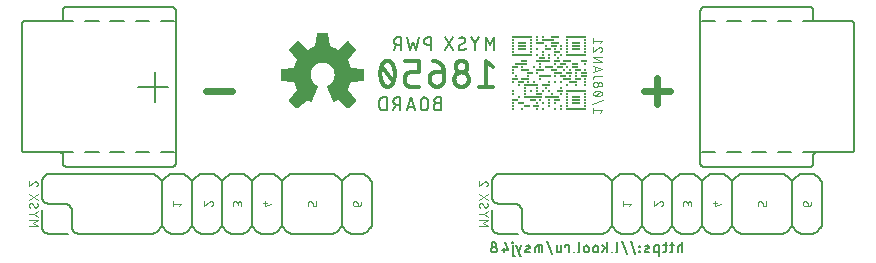
<source format=gbo>
G04 EAGLE Gerber RS-274X export*
G75*
%MOMM*%
%FSLAX34Y34*%
%LPD*%
%INbottom_silk*%
%IPPOS*%
%AMOC8*
5,1,8,0,0,1.08239X$1,22.5*%
G01*
%ADD10C,0.177800*%
%ADD11C,0.101600*%
%ADD12C,0.127000*%
%ADD13R,0.254000X0.254000*%
%ADD14R,1.778000X0.254000*%
%ADD15R,0.508000X0.254000*%
%ADD16R,0.762000X0.254000*%
%ADD17R,1.524000X0.254000*%
%ADD18R,1.270000X0.254000*%
%ADD19R,1.016000X0.254000*%
%ADD20C,0.330200*%
%ADD21C,0.076200*%
%ADD22C,0.152400*%
%ADD23C,0.584200*%
%ADD24C,0.203200*%

G36*
X335323Y131706D02*
X335323Y131706D01*
X335431Y131716D01*
X335444Y131722D01*
X335458Y131724D01*
X335555Y131772D01*
X335654Y131817D01*
X335667Y131828D01*
X335676Y131832D01*
X335691Y131848D01*
X335768Y131910D01*
X341800Y137942D01*
X341850Y138013D01*
X341855Y138018D01*
X341857Y138021D01*
X341863Y138030D01*
X341929Y138116D01*
X341934Y138129D01*
X341942Y138141D01*
X341973Y138244D01*
X342009Y138347D01*
X342009Y138361D01*
X342013Y138374D01*
X342009Y138482D01*
X342010Y138591D01*
X342005Y138604D01*
X342005Y138618D01*
X341967Y138720D01*
X341932Y138822D01*
X341923Y138837D01*
X341919Y138846D01*
X341905Y138863D01*
X341851Y138945D01*
X334997Y147351D01*
X336035Y149237D01*
X336043Y149259D01*
X336071Y149311D01*
X337088Y151767D01*
X337094Y151790D01*
X337116Y151845D01*
X337715Y153913D01*
X348505Y155010D01*
X348609Y155038D01*
X348715Y155063D01*
X348727Y155070D01*
X348740Y155073D01*
X348830Y155134D01*
X348923Y155191D01*
X348931Y155202D01*
X348943Y155210D01*
X349009Y155296D01*
X349078Y155380D01*
X349082Y155393D01*
X349091Y155404D01*
X349125Y155507D01*
X349164Y155608D01*
X349165Y155626D01*
X349169Y155635D01*
X349169Y155657D01*
X349178Y155755D01*
X349178Y164285D01*
X349161Y164392D01*
X349147Y164500D01*
X349141Y164512D01*
X349139Y164526D01*
X349087Y164622D01*
X349040Y164719D01*
X349030Y164729D01*
X349024Y164741D01*
X348944Y164815D01*
X348868Y164892D01*
X348856Y164898D01*
X348846Y164908D01*
X348747Y164953D01*
X348650Y165001D01*
X348632Y165005D01*
X348623Y165009D01*
X348602Y165011D01*
X348505Y165030D01*
X337715Y166127D01*
X337116Y168195D01*
X337105Y168216D01*
X337088Y168273D01*
X336071Y170729D01*
X336058Y170749D01*
X336035Y170803D01*
X334997Y172689D01*
X341851Y181095D01*
X341905Y181189D01*
X341962Y181281D01*
X341965Y181294D01*
X341972Y181306D01*
X341993Y181413D01*
X342018Y181518D01*
X342016Y181532D01*
X342019Y181546D01*
X342004Y181653D01*
X341994Y181761D01*
X341988Y181774D01*
X341986Y181788D01*
X341938Y181885D01*
X341893Y181984D01*
X341882Y181997D01*
X341878Y182006D01*
X341862Y182021D01*
X341800Y182098D01*
X335768Y188130D01*
X335680Y188193D01*
X335594Y188259D01*
X335581Y188264D01*
X335569Y188272D01*
X335466Y188303D01*
X335363Y188339D01*
X335349Y188339D01*
X335336Y188343D01*
X335228Y188339D01*
X335119Y188340D01*
X335106Y188335D01*
X335092Y188335D01*
X334990Y188297D01*
X334888Y188262D01*
X334873Y188253D01*
X334864Y188249D01*
X334847Y188235D01*
X334765Y188181D01*
X326359Y181327D01*
X324473Y182365D01*
X324451Y182373D01*
X324399Y182401D01*
X321943Y183418D01*
X321920Y183424D01*
X321865Y183446D01*
X319797Y184045D01*
X318700Y194835D01*
X318672Y194939D01*
X318647Y195045D01*
X318640Y195057D01*
X318637Y195070D01*
X318576Y195160D01*
X318519Y195253D01*
X318508Y195261D01*
X318500Y195273D01*
X318414Y195339D01*
X318330Y195408D01*
X318317Y195412D01*
X318306Y195421D01*
X318203Y195455D01*
X318102Y195494D01*
X318084Y195495D01*
X318075Y195499D01*
X318053Y195499D01*
X317955Y195508D01*
X309425Y195508D01*
X309318Y195491D01*
X309210Y195477D01*
X309198Y195471D01*
X309184Y195469D01*
X309088Y195417D01*
X308991Y195370D01*
X308981Y195360D01*
X308969Y195354D01*
X308895Y195274D01*
X308818Y195198D01*
X308812Y195186D01*
X308802Y195176D01*
X308757Y195077D01*
X308709Y194980D01*
X308705Y194962D01*
X308701Y194953D01*
X308699Y194932D01*
X308680Y194835D01*
X307583Y184045D01*
X305515Y183446D01*
X305494Y183435D01*
X305437Y183418D01*
X302981Y182401D01*
X302961Y182388D01*
X302907Y182365D01*
X301021Y181327D01*
X292615Y188181D01*
X292521Y188235D01*
X292429Y188292D01*
X292416Y188295D01*
X292404Y188302D01*
X292297Y188323D01*
X292192Y188348D01*
X292178Y188346D01*
X292164Y188349D01*
X292057Y188334D01*
X291949Y188324D01*
X291936Y188318D01*
X291923Y188316D01*
X291825Y188268D01*
X291726Y188223D01*
X291713Y188212D01*
X291704Y188208D01*
X291689Y188192D01*
X291612Y188130D01*
X285580Y182098D01*
X285517Y182010D01*
X285451Y181924D01*
X285446Y181911D01*
X285438Y181899D01*
X285407Y181796D01*
X285371Y181693D01*
X285371Y181679D01*
X285367Y181666D01*
X285371Y181558D01*
X285370Y181449D01*
X285375Y181436D01*
X285375Y181422D01*
X285413Y181320D01*
X285448Y181218D01*
X285457Y181203D01*
X285461Y181194D01*
X285475Y181177D01*
X285529Y181095D01*
X292383Y172689D01*
X291345Y170803D01*
X291337Y170781D01*
X291309Y170729D01*
X290292Y168273D01*
X290286Y168250D01*
X290264Y168195D01*
X289665Y166127D01*
X278875Y165030D01*
X278771Y165002D01*
X278665Y164977D01*
X278653Y164970D01*
X278640Y164967D01*
X278550Y164906D01*
X278457Y164849D01*
X278449Y164838D01*
X278437Y164830D01*
X278371Y164744D01*
X278303Y164660D01*
X278298Y164647D01*
X278289Y164636D01*
X278255Y164533D01*
X278216Y164432D01*
X278215Y164414D01*
X278211Y164405D01*
X278212Y164383D01*
X278202Y164285D01*
X278202Y155755D01*
X278219Y155648D01*
X278233Y155540D01*
X278239Y155528D01*
X278241Y155514D01*
X278293Y155418D01*
X278340Y155321D01*
X278350Y155311D01*
X278356Y155299D01*
X278436Y155225D01*
X278512Y155148D01*
X278524Y155142D01*
X278535Y155132D01*
X278633Y155087D01*
X278730Y155039D01*
X278748Y155035D01*
X278757Y155031D01*
X278778Y155029D01*
X278875Y155010D01*
X289665Y153913D01*
X290264Y151845D01*
X290275Y151824D01*
X290292Y151767D01*
X291309Y149311D01*
X291322Y149291D01*
X291345Y149237D01*
X292383Y147351D01*
X285529Y138945D01*
X285475Y138851D01*
X285418Y138759D01*
X285415Y138746D01*
X285408Y138734D01*
X285387Y138627D01*
X285362Y138522D01*
X285364Y138508D01*
X285361Y138494D01*
X285376Y138387D01*
X285386Y138279D01*
X285392Y138266D01*
X285394Y138253D01*
X285442Y138155D01*
X285487Y138056D01*
X285498Y138043D01*
X285502Y138034D01*
X285518Y138019D01*
X285580Y137942D01*
X291612Y131910D01*
X291700Y131847D01*
X291786Y131781D01*
X291799Y131776D01*
X291811Y131768D01*
X291914Y131737D01*
X292017Y131701D01*
X292031Y131701D01*
X292044Y131697D01*
X292152Y131701D01*
X292261Y131700D01*
X292274Y131705D01*
X292288Y131705D01*
X292390Y131743D01*
X292492Y131778D01*
X292507Y131787D01*
X292516Y131791D01*
X292533Y131805D01*
X292615Y131859D01*
X301015Y138708D01*
X302302Y137976D01*
X302321Y137969D01*
X302357Y137948D01*
X304166Y137109D01*
X304204Y137099D01*
X304240Y137080D01*
X304321Y137066D01*
X304401Y137044D01*
X304441Y137046D01*
X304480Y137040D01*
X304562Y137053D01*
X304645Y137058D01*
X304682Y137073D01*
X304721Y137079D01*
X304794Y137118D01*
X304871Y137149D01*
X304901Y137175D01*
X304937Y137194D01*
X304993Y137254D01*
X305056Y137308D01*
X305076Y137343D01*
X305104Y137372D01*
X305173Y137502D01*
X310196Y149628D01*
X310221Y149737D01*
X310250Y149844D01*
X310249Y149855D01*
X310252Y149866D01*
X310241Y149976D01*
X310233Y150088D01*
X310229Y150098D01*
X310228Y150109D01*
X310182Y150210D01*
X310139Y150313D01*
X310132Y150321D01*
X310127Y150331D01*
X310051Y150412D01*
X309978Y150496D01*
X309966Y150503D01*
X309960Y150509D01*
X309943Y150518D01*
X309854Y150577D01*
X308104Y151504D01*
X306612Y152696D01*
X305369Y154147D01*
X304419Y155804D01*
X303794Y157609D01*
X303518Y159499D01*
X303600Y161407D01*
X304036Y163267D01*
X304812Y165012D01*
X305901Y166582D01*
X307263Y167921D01*
X308851Y168982D01*
X310609Y169728D01*
X312476Y170133D01*
X314385Y170181D01*
X316270Y169873D01*
X318065Y169218D01*
X319705Y168239D01*
X321134Y166972D01*
X322301Y165460D01*
X323165Y163757D01*
X323696Y161922D01*
X323876Y160016D01*
X323732Y158314D01*
X323305Y156656D01*
X322605Y155093D01*
X322266Y154585D01*
X321765Y153836D01*
X321765Y153835D01*
X321654Y153669D01*
X320478Y152425D01*
X319110Y151396D01*
X317532Y150581D01*
X317440Y150512D01*
X317347Y150445D01*
X317342Y150439D01*
X317336Y150435D01*
X317271Y150340D01*
X317204Y150247D01*
X317202Y150240D01*
X317198Y150234D01*
X317167Y150123D01*
X317133Y150014D01*
X317133Y150006D01*
X317132Y149999D01*
X317137Y149885D01*
X317141Y149770D01*
X317144Y149761D01*
X317144Y149756D01*
X317150Y149741D01*
X317184Y149628D01*
X322207Y137502D01*
X322228Y137468D01*
X322241Y137431D01*
X322292Y137365D01*
X322336Y137295D01*
X322367Y137270D01*
X322391Y137238D01*
X322460Y137193D01*
X322524Y137140D01*
X322562Y137126D01*
X322595Y137104D01*
X322675Y137083D01*
X322753Y137054D01*
X322793Y137053D01*
X322831Y137043D01*
X322914Y137049D01*
X322996Y137046D01*
X323035Y137058D01*
X323075Y137061D01*
X323214Y137109D01*
X325023Y137948D01*
X325039Y137959D01*
X325078Y137976D01*
X326365Y138708D01*
X334765Y131859D01*
X334859Y131805D01*
X334951Y131748D01*
X334964Y131745D01*
X334976Y131738D01*
X335083Y131717D01*
X335188Y131692D01*
X335202Y131694D01*
X335216Y131691D01*
X335323Y131706D01*
G37*
D10*
X459105Y180721D02*
X459105Y191643D01*
X455464Y185575D01*
X451824Y191643D01*
X451824Y180721D01*
X442891Y186485D02*
X446532Y191643D01*
X442891Y186485D02*
X439251Y191643D01*
X442891Y186485D02*
X442891Y180721D01*
X431236Y180721D02*
X431138Y180723D01*
X431041Y180729D01*
X430943Y180739D01*
X430847Y180752D01*
X430751Y180770D01*
X430655Y180792D01*
X430561Y180817D01*
X430467Y180846D01*
X430375Y180879D01*
X430285Y180915D01*
X430196Y180955D01*
X430108Y180999D01*
X430023Y181046D01*
X429939Y181097D01*
X429857Y181151D01*
X429778Y181208D01*
X429701Y181268D01*
X429627Y181331D01*
X429555Y181398D01*
X429486Y181467D01*
X429419Y181539D01*
X429356Y181613D01*
X429296Y181690D01*
X429239Y181769D01*
X429185Y181851D01*
X429134Y181935D01*
X429087Y182020D01*
X429043Y182108D01*
X429003Y182197D01*
X428967Y182287D01*
X428934Y182379D01*
X428905Y182473D01*
X428880Y182567D01*
X428858Y182663D01*
X428840Y182759D01*
X428827Y182855D01*
X428817Y182953D01*
X428811Y183050D01*
X428809Y183148D01*
X431236Y180721D02*
X431376Y180723D01*
X431515Y180729D01*
X431654Y180738D01*
X431793Y180751D01*
X431932Y180768D01*
X432070Y180789D01*
X432207Y180814D01*
X432344Y180842D01*
X432480Y180874D01*
X432615Y180910D01*
X432749Y180949D01*
X432881Y180992D01*
X433013Y181039D01*
X433143Y181089D01*
X433272Y181143D01*
X433400Y181200D01*
X433525Y181260D01*
X433649Y181324D01*
X433772Y181392D01*
X433892Y181463D01*
X434010Y181536D01*
X434127Y181614D01*
X434241Y181694D01*
X434353Y181777D01*
X434463Y181864D01*
X434570Y181953D01*
X434675Y182045D01*
X434777Y182140D01*
X434876Y182238D01*
X434573Y189216D02*
X434571Y189314D01*
X434565Y189411D01*
X434555Y189509D01*
X434542Y189605D01*
X434524Y189701D01*
X434502Y189797D01*
X434477Y189891D01*
X434448Y189985D01*
X434415Y190077D01*
X434379Y190167D01*
X434339Y190256D01*
X434295Y190344D01*
X434248Y190430D01*
X434197Y190513D01*
X434143Y190595D01*
X434086Y190674D01*
X434026Y190751D01*
X433963Y190825D01*
X433896Y190897D01*
X433827Y190966D01*
X433755Y191033D01*
X433681Y191096D01*
X433604Y191156D01*
X433525Y191213D01*
X433443Y191267D01*
X433360Y191318D01*
X433274Y191365D01*
X433186Y191409D01*
X433097Y191449D01*
X433007Y191485D01*
X432915Y191518D01*
X432821Y191547D01*
X432727Y191572D01*
X432631Y191594D01*
X432535Y191612D01*
X432439Y191625D01*
X432341Y191635D01*
X432244Y191641D01*
X432146Y191643D01*
X432013Y191641D01*
X431880Y191635D01*
X431747Y191625D01*
X431615Y191612D01*
X431483Y191594D01*
X431351Y191573D01*
X431221Y191548D01*
X431091Y191519D01*
X430962Y191486D01*
X430834Y191450D01*
X430707Y191409D01*
X430581Y191366D01*
X430457Y191318D01*
X430334Y191267D01*
X430213Y191212D01*
X430093Y191154D01*
X429975Y191092D01*
X429859Y191027D01*
X429745Y190958D01*
X429633Y190886D01*
X429523Y190811D01*
X429415Y190733D01*
X433359Y187092D02*
X433443Y187144D01*
X433525Y187199D01*
X433604Y187257D01*
X433681Y187318D01*
X433756Y187383D01*
X433828Y187450D01*
X433897Y187520D01*
X433963Y187593D01*
X434026Y187668D01*
X434087Y187746D01*
X434144Y187826D01*
X434198Y187909D01*
X434248Y187993D01*
X434295Y188079D01*
X434339Y188168D01*
X434379Y188258D01*
X434416Y188349D01*
X434448Y188442D01*
X434477Y188536D01*
X434503Y188631D01*
X434524Y188727D01*
X434542Y188824D01*
X434555Y188921D01*
X434565Y189019D01*
X434571Y189118D01*
X434573Y189216D01*
X430022Y185272D02*
X429938Y185220D01*
X429856Y185165D01*
X429777Y185107D01*
X429700Y185046D01*
X429625Y184981D01*
X429553Y184914D01*
X429484Y184844D01*
X429418Y184771D01*
X429355Y184696D01*
X429294Y184618D01*
X429237Y184538D01*
X429183Y184455D01*
X429133Y184371D01*
X429086Y184285D01*
X429042Y184196D01*
X429002Y184106D01*
X428966Y184015D01*
X428933Y183922D01*
X428904Y183828D01*
X428878Y183733D01*
X428857Y183637D01*
X428839Y183540D01*
X428826Y183443D01*
X428816Y183345D01*
X428810Y183246D01*
X428808Y183148D01*
X430022Y185272D02*
X433359Y187092D01*
X424434Y180721D02*
X417153Y191643D01*
X424434Y191643D02*
X417153Y180721D01*
X405687Y180721D02*
X405687Y191643D01*
X402654Y191643D01*
X402546Y191641D01*
X402438Y191635D01*
X402330Y191626D01*
X402222Y191612D01*
X402115Y191595D01*
X402009Y191574D01*
X401904Y191549D01*
X401799Y191520D01*
X401696Y191488D01*
X401594Y191452D01*
X401493Y191412D01*
X401394Y191369D01*
X401296Y191322D01*
X401200Y191272D01*
X401106Y191218D01*
X401014Y191161D01*
X400924Y191101D01*
X400836Y191038D01*
X400750Y190971D01*
X400667Y190902D01*
X400587Y190830D01*
X400509Y190754D01*
X400433Y190676D01*
X400361Y190596D01*
X400292Y190513D01*
X400225Y190427D01*
X400162Y190339D01*
X400102Y190249D01*
X400045Y190157D01*
X399991Y190063D01*
X399941Y189967D01*
X399894Y189869D01*
X399851Y189770D01*
X399811Y189669D01*
X399775Y189567D01*
X399743Y189464D01*
X399714Y189359D01*
X399689Y189254D01*
X399668Y189148D01*
X399651Y189041D01*
X399637Y188933D01*
X399628Y188825D01*
X399622Y188717D01*
X399620Y188609D01*
X399622Y188501D01*
X399628Y188393D01*
X399637Y188285D01*
X399651Y188177D01*
X399668Y188070D01*
X399689Y187964D01*
X399714Y187859D01*
X399743Y187754D01*
X399775Y187651D01*
X399811Y187549D01*
X399851Y187448D01*
X399894Y187349D01*
X399941Y187251D01*
X399991Y187155D01*
X400045Y187061D01*
X400102Y186969D01*
X400162Y186879D01*
X400225Y186791D01*
X400292Y186705D01*
X400361Y186622D01*
X400433Y186542D01*
X400509Y186464D01*
X400587Y186388D01*
X400667Y186316D01*
X400750Y186247D01*
X400836Y186180D01*
X400924Y186117D01*
X401014Y186057D01*
X401106Y186000D01*
X401200Y185946D01*
X401296Y185896D01*
X401394Y185849D01*
X401493Y185806D01*
X401594Y185766D01*
X401696Y185730D01*
X401799Y185698D01*
X401904Y185669D01*
X402009Y185644D01*
X402115Y185623D01*
X402222Y185606D01*
X402330Y185592D01*
X402438Y185583D01*
X402546Y185577D01*
X402654Y185575D01*
X405687Y185575D01*
X395168Y191643D02*
X392741Y180721D01*
X390313Y188002D01*
X387886Y180721D01*
X385459Y191643D01*
X379911Y191643D02*
X379911Y180721D01*
X379911Y191643D02*
X376877Y191643D01*
X376769Y191641D01*
X376661Y191635D01*
X376553Y191626D01*
X376445Y191612D01*
X376338Y191595D01*
X376232Y191574D01*
X376127Y191549D01*
X376022Y191520D01*
X375919Y191488D01*
X375817Y191452D01*
X375716Y191412D01*
X375617Y191369D01*
X375519Y191322D01*
X375423Y191272D01*
X375329Y191218D01*
X375237Y191161D01*
X375147Y191101D01*
X375059Y191038D01*
X374973Y190971D01*
X374890Y190902D01*
X374810Y190830D01*
X374732Y190754D01*
X374656Y190676D01*
X374584Y190596D01*
X374515Y190513D01*
X374448Y190427D01*
X374385Y190339D01*
X374325Y190249D01*
X374268Y190157D01*
X374214Y190063D01*
X374164Y189967D01*
X374117Y189869D01*
X374074Y189770D01*
X374034Y189669D01*
X373998Y189567D01*
X373966Y189464D01*
X373937Y189359D01*
X373912Y189254D01*
X373891Y189148D01*
X373874Y189041D01*
X373860Y188933D01*
X373851Y188825D01*
X373845Y188717D01*
X373843Y188609D01*
X373845Y188501D01*
X373851Y188393D01*
X373860Y188285D01*
X373874Y188177D01*
X373891Y188070D01*
X373912Y187964D01*
X373937Y187859D01*
X373966Y187754D01*
X373998Y187651D01*
X374034Y187549D01*
X374074Y187448D01*
X374117Y187349D01*
X374164Y187251D01*
X374214Y187155D01*
X374268Y187061D01*
X374325Y186969D01*
X374385Y186879D01*
X374448Y186791D01*
X374515Y186705D01*
X374584Y186622D01*
X374656Y186542D01*
X374732Y186464D01*
X374810Y186388D01*
X374890Y186316D01*
X374973Y186247D01*
X375059Y186180D01*
X375147Y186117D01*
X375237Y186057D01*
X375329Y186000D01*
X375423Y185946D01*
X375519Y185896D01*
X375617Y185849D01*
X375716Y185806D01*
X375817Y185766D01*
X375919Y185730D01*
X376022Y185698D01*
X376127Y185669D01*
X376232Y185644D01*
X376338Y185623D01*
X376445Y185606D01*
X376553Y185592D01*
X376661Y185583D01*
X376769Y185577D01*
X376877Y185575D01*
X379911Y185575D01*
X376270Y185575D02*
X373843Y180721D01*
D11*
X548725Y127964D02*
X550418Y130080D01*
X542798Y130080D01*
X542798Y127964D02*
X542798Y132197D01*
X541951Y135382D02*
X551265Y138769D01*
X549360Y142589D02*
X549216Y142521D01*
X549072Y142458D01*
X548925Y142397D01*
X548778Y142341D01*
X548628Y142288D01*
X548478Y142239D01*
X548326Y142194D01*
X548174Y142152D01*
X548020Y142115D01*
X547865Y142081D01*
X547710Y142051D01*
X547554Y142026D01*
X547397Y142004D01*
X547240Y141986D01*
X547082Y141972D01*
X546924Y141962D01*
X546766Y141956D01*
X546608Y141954D01*
X549360Y142590D02*
X549433Y142617D01*
X549504Y142647D01*
X549574Y142681D01*
X549642Y142719D01*
X549708Y142760D01*
X549772Y142804D01*
X549834Y142851D01*
X549893Y142901D01*
X549950Y142954D01*
X550004Y143010D01*
X550055Y143069D01*
X550103Y143129D01*
X550148Y143193D01*
X550190Y143258D01*
X550229Y143325D01*
X550264Y143395D01*
X550296Y143466D01*
X550324Y143538D01*
X550349Y143612D01*
X550370Y143686D01*
X550387Y143762D01*
X550401Y143839D01*
X550410Y143916D01*
X550416Y143993D01*
X550418Y144071D01*
X550416Y144149D01*
X550410Y144226D01*
X550401Y144303D01*
X550387Y144380D01*
X550370Y144456D01*
X550349Y144530D01*
X550324Y144604D01*
X550296Y144676D01*
X550264Y144747D01*
X550229Y144817D01*
X550190Y144884D01*
X550148Y144949D01*
X550103Y145013D01*
X550055Y145073D01*
X550004Y145132D01*
X549950Y145188D01*
X549893Y145241D01*
X549834Y145291D01*
X549772Y145338D01*
X549708Y145382D01*
X549642Y145423D01*
X549574Y145461D01*
X549504Y145495D01*
X549433Y145525D01*
X549360Y145552D01*
X549216Y145620D01*
X549072Y145683D01*
X548925Y145744D01*
X548778Y145800D01*
X548628Y145853D01*
X548478Y145902D01*
X548326Y145947D01*
X548174Y145989D01*
X548020Y146026D01*
X547865Y146060D01*
X547710Y146090D01*
X547554Y146115D01*
X547397Y146137D01*
X547240Y146155D01*
X547082Y146169D01*
X546924Y146179D01*
X546766Y146185D01*
X546608Y146187D01*
X546608Y141954D02*
X546450Y141956D01*
X546292Y141962D01*
X546134Y141972D01*
X545976Y141986D01*
X545819Y142004D01*
X545662Y142026D01*
X545506Y142051D01*
X545351Y142081D01*
X545196Y142115D01*
X545042Y142152D01*
X544889Y142194D01*
X544738Y142239D01*
X544587Y142288D01*
X544438Y142341D01*
X544290Y142397D01*
X544144Y142458D01*
X543999Y142522D01*
X543856Y142589D01*
X543856Y142590D02*
X543783Y142617D01*
X543712Y142647D01*
X543642Y142681D01*
X543574Y142719D01*
X543508Y142760D01*
X543444Y142804D01*
X543382Y142851D01*
X543323Y142901D01*
X543266Y142954D01*
X543212Y143010D01*
X543161Y143069D01*
X543113Y143129D01*
X543067Y143193D01*
X543026Y143258D01*
X542987Y143325D01*
X542952Y143395D01*
X542920Y143466D01*
X542892Y143538D01*
X542867Y143612D01*
X542846Y143686D01*
X542829Y143762D01*
X542815Y143839D01*
X542806Y143916D01*
X542800Y143993D01*
X542798Y144071D01*
X543856Y145553D02*
X543999Y145620D01*
X544144Y145684D01*
X544290Y145745D01*
X544438Y145801D01*
X544587Y145854D01*
X544738Y145903D01*
X544889Y145948D01*
X545042Y145990D01*
X545196Y146027D01*
X545351Y146061D01*
X545506Y146091D01*
X545662Y146116D01*
X545819Y146138D01*
X545976Y146156D01*
X546134Y146170D01*
X546292Y146180D01*
X546450Y146186D01*
X546608Y146188D01*
X543856Y145552D02*
X543783Y145525D01*
X543712Y145495D01*
X543642Y145461D01*
X543574Y145423D01*
X543508Y145382D01*
X543444Y145338D01*
X543382Y145291D01*
X543323Y145241D01*
X543266Y145188D01*
X543212Y145132D01*
X543161Y145073D01*
X543113Y145013D01*
X543068Y144949D01*
X543026Y144884D01*
X542987Y144817D01*
X542952Y144747D01*
X542920Y144676D01*
X542892Y144604D01*
X542867Y144530D01*
X542846Y144456D01*
X542829Y144380D01*
X542815Y144303D01*
X542806Y144226D01*
X542800Y144149D01*
X542798Y144071D01*
X544491Y142377D02*
X548725Y145764D01*
X544915Y149726D02*
X545006Y149728D01*
X545097Y149734D01*
X545188Y149744D01*
X545278Y149757D01*
X545367Y149775D01*
X545456Y149796D01*
X545543Y149821D01*
X545630Y149850D01*
X545715Y149883D01*
X545798Y149919D01*
X545880Y149959D01*
X545960Y150002D01*
X546039Y150049D01*
X546115Y150099D01*
X546189Y150152D01*
X546260Y150208D01*
X546329Y150268D01*
X546396Y150330D01*
X546459Y150395D01*
X546520Y150463D01*
X546578Y150533D01*
X546633Y150606D01*
X546685Y150681D01*
X546733Y150758D01*
X546778Y150838D01*
X546820Y150919D01*
X546858Y151001D01*
X546892Y151086D01*
X546923Y151172D01*
X546950Y151259D01*
X546973Y151347D01*
X546992Y151436D01*
X547008Y151525D01*
X547020Y151616D01*
X547028Y151706D01*
X547032Y151797D01*
X547032Y151889D01*
X547028Y151980D01*
X547020Y152070D01*
X547008Y152161D01*
X546992Y152250D01*
X546973Y152339D01*
X546950Y152427D01*
X546923Y152514D01*
X546892Y152600D01*
X546858Y152685D01*
X546820Y152767D01*
X546778Y152848D01*
X546733Y152928D01*
X546685Y153005D01*
X546633Y153080D01*
X546578Y153153D01*
X546520Y153223D01*
X546459Y153291D01*
X546396Y153356D01*
X546329Y153418D01*
X546260Y153478D01*
X546189Y153534D01*
X546115Y153587D01*
X546039Y153637D01*
X545960Y153684D01*
X545880Y153727D01*
X545798Y153767D01*
X545715Y153803D01*
X545630Y153836D01*
X545543Y153865D01*
X545456Y153890D01*
X545367Y153911D01*
X545278Y153929D01*
X545188Y153942D01*
X545097Y153952D01*
X545006Y153958D01*
X544915Y153960D01*
X544824Y153958D01*
X544733Y153952D01*
X544642Y153942D01*
X544552Y153929D01*
X544463Y153911D01*
X544374Y153890D01*
X544287Y153865D01*
X544200Y153836D01*
X544115Y153803D01*
X544032Y153767D01*
X543950Y153727D01*
X543870Y153684D01*
X543791Y153637D01*
X543715Y153587D01*
X543641Y153534D01*
X543570Y153478D01*
X543501Y153418D01*
X543434Y153356D01*
X543371Y153291D01*
X543310Y153223D01*
X543252Y153153D01*
X543197Y153080D01*
X543145Y153005D01*
X543097Y152928D01*
X543052Y152848D01*
X543010Y152767D01*
X542972Y152685D01*
X542938Y152600D01*
X542907Y152514D01*
X542880Y152427D01*
X542857Y152339D01*
X542838Y152250D01*
X542822Y152161D01*
X542810Y152070D01*
X542802Y151980D01*
X542798Y151889D01*
X542798Y151797D01*
X542802Y151706D01*
X542810Y151616D01*
X542822Y151525D01*
X542838Y151436D01*
X542857Y151347D01*
X542880Y151259D01*
X542907Y151172D01*
X542938Y151086D01*
X542972Y151001D01*
X543010Y150919D01*
X543052Y150838D01*
X543097Y150758D01*
X543145Y150681D01*
X543197Y150606D01*
X543252Y150533D01*
X543310Y150463D01*
X543371Y150395D01*
X543434Y150330D01*
X543501Y150268D01*
X543570Y150208D01*
X543641Y150152D01*
X543715Y150099D01*
X543791Y150049D01*
X543870Y150002D01*
X543950Y149959D01*
X544032Y149919D01*
X544115Y149883D01*
X544200Y149850D01*
X544287Y149821D01*
X544374Y149796D01*
X544463Y149775D01*
X544552Y149757D01*
X544642Y149744D01*
X544733Y149734D01*
X544824Y149728D01*
X544915Y149726D01*
X548725Y150150D02*
X548806Y150152D01*
X548886Y150158D01*
X548966Y150167D01*
X549045Y150181D01*
X549124Y150198D01*
X549202Y150219D01*
X549279Y150243D01*
X549354Y150271D01*
X549428Y150303D01*
X549501Y150338D01*
X549572Y150377D01*
X549640Y150419D01*
X549707Y150464D01*
X549772Y150512D01*
X549834Y150564D01*
X549893Y150618D01*
X549950Y150675D01*
X550004Y150734D01*
X550056Y150796D01*
X550104Y150861D01*
X550149Y150928D01*
X550191Y150997D01*
X550230Y151067D01*
X550265Y151140D01*
X550297Y151214D01*
X550325Y151289D01*
X550349Y151366D01*
X550370Y151444D01*
X550387Y151523D01*
X550401Y151602D01*
X550410Y151682D01*
X550416Y151762D01*
X550418Y151843D01*
X550416Y151924D01*
X550410Y152004D01*
X550401Y152084D01*
X550387Y152163D01*
X550370Y152242D01*
X550349Y152320D01*
X550325Y152397D01*
X550297Y152472D01*
X550265Y152546D01*
X550230Y152619D01*
X550191Y152690D01*
X550149Y152758D01*
X550104Y152825D01*
X550056Y152890D01*
X550004Y152952D01*
X549950Y153011D01*
X549893Y153068D01*
X549834Y153122D01*
X549772Y153174D01*
X549707Y153222D01*
X549640Y153267D01*
X549572Y153309D01*
X549501Y153348D01*
X549428Y153383D01*
X549354Y153415D01*
X549279Y153443D01*
X549202Y153467D01*
X549124Y153488D01*
X549045Y153505D01*
X548966Y153519D01*
X548886Y153528D01*
X548806Y153534D01*
X548725Y153536D01*
X548644Y153534D01*
X548564Y153528D01*
X548484Y153519D01*
X548405Y153505D01*
X548326Y153488D01*
X548248Y153467D01*
X548171Y153443D01*
X548096Y153415D01*
X548022Y153383D01*
X547949Y153348D01*
X547879Y153309D01*
X547810Y153267D01*
X547743Y153222D01*
X547678Y153174D01*
X547616Y153122D01*
X547557Y153068D01*
X547500Y153011D01*
X547446Y152952D01*
X547394Y152890D01*
X547346Y152825D01*
X547301Y152758D01*
X547259Y152690D01*
X547220Y152619D01*
X547185Y152546D01*
X547153Y152472D01*
X547125Y152397D01*
X547101Y152320D01*
X547080Y152242D01*
X547063Y152163D01*
X547049Y152084D01*
X547040Y152004D01*
X547034Y151924D01*
X547032Y151843D01*
X547034Y151762D01*
X547040Y151682D01*
X547049Y151602D01*
X547063Y151523D01*
X547080Y151444D01*
X547101Y151366D01*
X547125Y151289D01*
X547153Y151214D01*
X547185Y151140D01*
X547220Y151067D01*
X547259Y150997D01*
X547301Y150928D01*
X547346Y150861D01*
X547394Y150796D01*
X547446Y150734D01*
X547500Y150675D01*
X547557Y150618D01*
X547616Y150564D01*
X547678Y150512D01*
X547743Y150464D01*
X547810Y150419D01*
X547879Y150377D01*
X547949Y150338D01*
X548022Y150303D01*
X548096Y150271D01*
X548171Y150243D01*
X548248Y150219D01*
X548326Y150198D01*
X548405Y150181D01*
X548484Y150167D01*
X548564Y150158D01*
X548644Y150152D01*
X548725Y150150D01*
X550418Y159180D02*
X544491Y159180D01*
X544410Y159178D01*
X544330Y159172D01*
X544250Y159163D01*
X544171Y159149D01*
X544092Y159132D01*
X544014Y159111D01*
X543937Y159087D01*
X543862Y159059D01*
X543788Y159027D01*
X543715Y158992D01*
X543645Y158953D01*
X543576Y158911D01*
X543509Y158866D01*
X543444Y158818D01*
X543382Y158766D01*
X543323Y158712D01*
X543266Y158655D01*
X543212Y158596D01*
X543160Y158534D01*
X543112Y158469D01*
X543067Y158402D01*
X543025Y158334D01*
X542986Y158263D01*
X542951Y158190D01*
X542919Y158116D01*
X542891Y158041D01*
X542867Y157964D01*
X542846Y157886D01*
X542829Y157807D01*
X542815Y157728D01*
X542806Y157648D01*
X542800Y157568D01*
X542798Y157487D01*
X542798Y156640D01*
X542798Y162516D02*
X550418Y165056D01*
X542798Y167596D01*
X544703Y166961D02*
X544703Y163151D01*
X542798Y170971D02*
X550418Y170971D01*
X542798Y175204D01*
X550418Y175204D01*
X550418Y181331D02*
X550416Y181416D01*
X550410Y181502D01*
X550401Y181587D01*
X550387Y181671D01*
X550370Y181755D01*
X550349Y181838D01*
X550325Y181920D01*
X550297Y182000D01*
X550265Y182080D01*
X550229Y182158D01*
X550191Y182234D01*
X550148Y182308D01*
X550103Y182380D01*
X550054Y182451D01*
X550002Y182519D01*
X549948Y182584D01*
X549890Y182647D01*
X549829Y182708D01*
X549766Y182766D01*
X549701Y182820D01*
X549633Y182872D01*
X549562Y182921D01*
X549490Y182966D01*
X549416Y183009D01*
X549340Y183047D01*
X549262Y183083D01*
X549182Y183115D01*
X549102Y183143D01*
X549020Y183167D01*
X548937Y183188D01*
X548853Y183205D01*
X548769Y183219D01*
X548684Y183228D01*
X548598Y183234D01*
X548513Y183236D01*
X550418Y181331D02*
X550416Y181235D01*
X550410Y181139D01*
X550401Y181043D01*
X550388Y180948D01*
X550371Y180853D01*
X550350Y180759D01*
X550326Y180666D01*
X550298Y180574D01*
X550267Y180483D01*
X550231Y180394D01*
X550193Y180306D01*
X550151Y180219D01*
X550106Y180135D01*
X550057Y180052D01*
X550005Y179971D01*
X549950Y179892D01*
X549892Y179815D01*
X549831Y179741D01*
X549767Y179669D01*
X549700Y179600D01*
X549631Y179533D01*
X549559Y179469D01*
X549485Y179408D01*
X549408Y179350D01*
X549329Y179295D01*
X549248Y179244D01*
X549165Y179195D01*
X549080Y179150D01*
X548994Y179108D01*
X548905Y179069D01*
X548816Y179034D01*
X548725Y179003D01*
X547031Y182600D02*
X547093Y182662D01*
X547157Y182721D01*
X547223Y182777D01*
X547292Y182831D01*
X547363Y182881D01*
X547437Y182929D01*
X547512Y182973D01*
X547589Y183014D01*
X547667Y183052D01*
X547747Y183086D01*
X547829Y183117D01*
X547912Y183145D01*
X547995Y183168D01*
X548080Y183189D01*
X548166Y183205D01*
X548252Y183218D01*
X548339Y183228D01*
X548426Y183233D01*
X548513Y183235D01*
X547031Y182601D02*
X542798Y179002D01*
X542798Y183236D01*
X548725Y186775D02*
X550418Y188891D01*
X542798Y188891D01*
X542798Y186775D02*
X542798Y191008D01*
D12*
X618337Y18415D02*
X618337Y9525D01*
X618337Y15452D02*
X615867Y15452D01*
X615792Y15450D01*
X615717Y15444D01*
X615643Y15435D01*
X615569Y15422D01*
X615496Y15405D01*
X615423Y15384D01*
X615352Y15360D01*
X615283Y15332D01*
X615214Y15301D01*
X615148Y15266D01*
X615083Y15228D01*
X615020Y15186D01*
X614960Y15142D01*
X614902Y15094D01*
X614846Y15044D01*
X614793Y14991D01*
X614743Y14935D01*
X614695Y14877D01*
X614651Y14817D01*
X614609Y14754D01*
X614571Y14689D01*
X614536Y14623D01*
X614505Y14554D01*
X614477Y14485D01*
X614453Y14414D01*
X614432Y14341D01*
X614415Y14268D01*
X614402Y14194D01*
X614393Y14120D01*
X614387Y14045D01*
X614385Y13970D01*
X614386Y13970D02*
X614386Y9525D01*
X610927Y15452D02*
X607964Y15452D01*
X609939Y18415D02*
X609939Y11007D01*
X609940Y11007D02*
X609938Y10932D01*
X609932Y10857D01*
X609923Y10783D01*
X609910Y10709D01*
X609893Y10636D01*
X609872Y10563D01*
X609848Y10492D01*
X609820Y10423D01*
X609789Y10354D01*
X609754Y10288D01*
X609716Y10223D01*
X609674Y10160D01*
X609630Y10100D01*
X609582Y10042D01*
X609532Y9986D01*
X609479Y9933D01*
X609423Y9883D01*
X609365Y9835D01*
X609305Y9791D01*
X609242Y9749D01*
X609177Y9711D01*
X609111Y9676D01*
X609042Y9645D01*
X608973Y9617D01*
X608902Y9593D01*
X608829Y9572D01*
X608756Y9555D01*
X608682Y9542D01*
X608608Y9533D01*
X608533Y9527D01*
X608458Y9525D01*
X607964Y9525D01*
X605136Y15452D02*
X602173Y15452D01*
X604148Y18415D02*
X604148Y11007D01*
X604149Y11007D02*
X604147Y10932D01*
X604141Y10857D01*
X604132Y10783D01*
X604119Y10709D01*
X604102Y10636D01*
X604081Y10563D01*
X604057Y10492D01*
X604029Y10423D01*
X603998Y10354D01*
X603963Y10288D01*
X603925Y10223D01*
X603883Y10160D01*
X603839Y10100D01*
X603791Y10042D01*
X603741Y9986D01*
X603688Y9933D01*
X603632Y9883D01*
X603574Y9835D01*
X603514Y9791D01*
X603451Y9749D01*
X603386Y9711D01*
X603320Y9676D01*
X603251Y9645D01*
X603182Y9617D01*
X603111Y9593D01*
X603038Y9572D01*
X602965Y9555D01*
X602891Y9542D01*
X602817Y9533D01*
X602742Y9527D01*
X602667Y9525D01*
X602173Y9525D01*
X598160Y6562D02*
X598160Y15452D01*
X595690Y15452D01*
X595615Y15450D01*
X595540Y15444D01*
X595466Y15435D01*
X595392Y15422D01*
X595319Y15405D01*
X595246Y15384D01*
X595175Y15360D01*
X595106Y15332D01*
X595037Y15301D01*
X594971Y15266D01*
X594906Y15228D01*
X594843Y15186D01*
X594783Y15142D01*
X594725Y15094D01*
X594669Y15044D01*
X594616Y14991D01*
X594566Y14935D01*
X594518Y14877D01*
X594474Y14817D01*
X594432Y14754D01*
X594394Y14689D01*
X594359Y14623D01*
X594328Y14554D01*
X594300Y14485D01*
X594276Y14414D01*
X594255Y14341D01*
X594238Y14268D01*
X594225Y14194D01*
X594216Y14120D01*
X594210Y14045D01*
X594208Y13970D01*
X594209Y13970D02*
X594209Y11007D01*
X594208Y11007D02*
X594210Y10932D01*
X594216Y10857D01*
X594225Y10783D01*
X594238Y10709D01*
X594255Y10636D01*
X594276Y10563D01*
X594300Y10492D01*
X594328Y10423D01*
X594359Y10354D01*
X594394Y10288D01*
X594432Y10223D01*
X594474Y10160D01*
X594518Y10100D01*
X594566Y10042D01*
X594616Y9986D01*
X594669Y9933D01*
X594725Y9883D01*
X594783Y9835D01*
X594843Y9791D01*
X594906Y9749D01*
X594971Y9711D01*
X595037Y9676D01*
X595106Y9645D01*
X595175Y9617D01*
X595246Y9593D01*
X595319Y9572D01*
X595392Y9555D01*
X595466Y9542D01*
X595540Y9533D01*
X595615Y9527D01*
X595690Y9525D01*
X598160Y9525D01*
X589555Y12982D02*
X587085Y11994D01*
X589555Y12982D02*
X589620Y13010D01*
X589684Y13042D01*
X589745Y13077D01*
X589805Y13116D01*
X589862Y13157D01*
X589917Y13203D01*
X589970Y13251D01*
X590020Y13301D01*
X590066Y13355D01*
X590110Y13411D01*
X590151Y13469D01*
X590188Y13530D01*
X590222Y13592D01*
X590252Y13657D01*
X590279Y13723D01*
X590302Y13790D01*
X590321Y13858D01*
X590337Y13928D01*
X590348Y13998D01*
X590356Y14068D01*
X590360Y14139D01*
X590359Y14211D01*
X590355Y14282D01*
X590347Y14352D01*
X590335Y14422D01*
X590319Y14492D01*
X590300Y14560D01*
X590276Y14627D01*
X590249Y14693D01*
X590218Y14757D01*
X590184Y14819D01*
X590146Y14879D01*
X590105Y14938D01*
X590061Y14993D01*
X590014Y15047D01*
X589964Y15097D01*
X589911Y15145D01*
X589856Y15189D01*
X589798Y15231D01*
X589738Y15269D01*
X589677Y15304D01*
X589613Y15336D01*
X589547Y15363D01*
X589480Y15387D01*
X589412Y15408D01*
X589343Y15424D01*
X589273Y15437D01*
X589203Y15446D01*
X589132Y15451D01*
X589061Y15452D01*
X589061Y15451D02*
X588918Y15448D01*
X588774Y15440D01*
X588632Y15429D01*
X588489Y15414D01*
X588347Y15396D01*
X588205Y15373D01*
X588064Y15348D01*
X587924Y15318D01*
X587785Y15286D01*
X587646Y15249D01*
X587509Y15209D01*
X587372Y15166D01*
X587237Y15119D01*
X587102Y15068D01*
X586970Y15015D01*
X586838Y14958D01*
X587085Y11994D02*
X587020Y11966D01*
X586956Y11934D01*
X586895Y11899D01*
X586835Y11860D01*
X586778Y11819D01*
X586723Y11773D01*
X586670Y11725D01*
X586620Y11675D01*
X586574Y11621D01*
X586530Y11565D01*
X586489Y11507D01*
X586452Y11446D01*
X586418Y11384D01*
X586388Y11319D01*
X586361Y11253D01*
X586338Y11186D01*
X586319Y11118D01*
X586303Y11048D01*
X586292Y10978D01*
X586284Y10908D01*
X586280Y10837D01*
X586281Y10765D01*
X586285Y10694D01*
X586293Y10624D01*
X586305Y10554D01*
X586321Y10484D01*
X586340Y10416D01*
X586364Y10349D01*
X586391Y10283D01*
X586422Y10219D01*
X586456Y10157D01*
X586494Y10097D01*
X586535Y10038D01*
X586579Y9983D01*
X586626Y9929D01*
X586676Y9879D01*
X586729Y9831D01*
X586784Y9787D01*
X586842Y9745D01*
X586902Y9707D01*
X586963Y9672D01*
X587027Y9640D01*
X587093Y9613D01*
X587160Y9589D01*
X587228Y9568D01*
X587297Y9552D01*
X587367Y9539D01*
X587437Y9530D01*
X587508Y9525D01*
X587579Y9524D01*
X587579Y9525D02*
X587777Y9530D01*
X587975Y9540D01*
X588172Y9554D01*
X588369Y9574D01*
X588566Y9597D01*
X588762Y9626D01*
X588957Y9659D01*
X589152Y9697D01*
X589345Y9739D01*
X589538Y9786D01*
X589729Y9838D01*
X589919Y9893D01*
X590108Y9954D01*
X590295Y10019D01*
X582471Y10266D02*
X582471Y10760D01*
X581977Y10760D01*
X581977Y10266D01*
X582471Y10266D01*
X582471Y14217D02*
X582471Y14711D01*
X581977Y14711D01*
X581977Y14217D01*
X582471Y14217D01*
X578408Y8537D02*
X574457Y19403D01*
X567142Y19403D02*
X571093Y8537D01*
X563406Y11007D02*
X563406Y18415D01*
X563406Y11007D02*
X563404Y10932D01*
X563398Y10857D01*
X563389Y10783D01*
X563376Y10709D01*
X563359Y10636D01*
X563338Y10563D01*
X563314Y10492D01*
X563286Y10423D01*
X563255Y10354D01*
X563220Y10288D01*
X563182Y10223D01*
X563140Y10160D01*
X563096Y10100D01*
X563048Y10042D01*
X562998Y9986D01*
X562945Y9933D01*
X562889Y9883D01*
X562831Y9835D01*
X562771Y9791D01*
X562708Y9749D01*
X562643Y9711D01*
X562577Y9676D01*
X562508Y9645D01*
X562439Y9617D01*
X562368Y9593D01*
X562295Y9572D01*
X562222Y9555D01*
X562148Y9542D01*
X562074Y9533D01*
X561999Y9527D01*
X561924Y9525D01*
X559001Y9525D02*
X559001Y10019D01*
X558507Y10019D01*
X558507Y9525D01*
X559001Y9525D01*
X554495Y9525D02*
X554495Y18415D01*
X550544Y15452D02*
X554495Y12488D01*
X552767Y13723D02*
X550544Y9525D01*
X547014Y11501D02*
X547014Y13476D01*
X547012Y13563D01*
X547006Y13651D01*
X546997Y13738D01*
X546983Y13824D01*
X546966Y13910D01*
X546945Y13994D01*
X546920Y14078D01*
X546891Y14161D01*
X546859Y14242D01*
X546824Y14322D01*
X546785Y14400D01*
X546742Y14477D01*
X546696Y14551D01*
X546647Y14623D01*
X546595Y14693D01*
X546539Y14761D01*
X546481Y14826D01*
X546420Y14889D01*
X546356Y14948D01*
X546289Y15005D01*
X546221Y15059D01*
X546149Y15110D01*
X546076Y15157D01*
X546001Y15202D01*
X545923Y15243D01*
X545844Y15280D01*
X545764Y15314D01*
X545682Y15344D01*
X545599Y15371D01*
X545514Y15394D01*
X545429Y15413D01*
X545343Y15428D01*
X545256Y15440D01*
X545169Y15448D01*
X545082Y15452D01*
X544994Y15452D01*
X544907Y15448D01*
X544820Y15440D01*
X544733Y15428D01*
X544647Y15413D01*
X544562Y15394D01*
X544477Y15371D01*
X544394Y15344D01*
X544312Y15314D01*
X544232Y15280D01*
X544153Y15243D01*
X544075Y15202D01*
X544000Y15157D01*
X543927Y15110D01*
X543855Y15059D01*
X543787Y15005D01*
X543720Y14948D01*
X543656Y14889D01*
X543595Y14826D01*
X543537Y14761D01*
X543481Y14693D01*
X543429Y14623D01*
X543380Y14551D01*
X543334Y14477D01*
X543291Y14400D01*
X543252Y14322D01*
X543217Y14242D01*
X543185Y14161D01*
X543156Y14078D01*
X543131Y13994D01*
X543110Y13910D01*
X543093Y13824D01*
X543079Y13738D01*
X543070Y13651D01*
X543064Y13563D01*
X543062Y13476D01*
X543063Y13476D02*
X543063Y11501D01*
X543062Y11501D02*
X543064Y11414D01*
X543070Y11326D01*
X543079Y11239D01*
X543093Y11153D01*
X543110Y11067D01*
X543131Y10983D01*
X543156Y10899D01*
X543185Y10816D01*
X543217Y10735D01*
X543252Y10655D01*
X543291Y10577D01*
X543334Y10500D01*
X543380Y10426D01*
X543429Y10354D01*
X543481Y10284D01*
X543537Y10216D01*
X543595Y10151D01*
X543656Y10088D01*
X543720Y10029D01*
X543787Y9972D01*
X543855Y9918D01*
X543927Y9867D01*
X544000Y9820D01*
X544075Y9775D01*
X544153Y9734D01*
X544232Y9697D01*
X544312Y9663D01*
X544394Y9633D01*
X544477Y9606D01*
X544562Y9583D01*
X544647Y9564D01*
X544733Y9549D01*
X544820Y9537D01*
X544907Y9529D01*
X544994Y9525D01*
X545082Y9525D01*
X545169Y9529D01*
X545256Y9537D01*
X545343Y9549D01*
X545429Y9564D01*
X545514Y9583D01*
X545599Y9606D01*
X545682Y9633D01*
X545764Y9663D01*
X545844Y9697D01*
X545923Y9734D01*
X546001Y9775D01*
X546076Y9820D01*
X546149Y9867D01*
X546221Y9918D01*
X546289Y9972D01*
X546356Y10029D01*
X546420Y10088D01*
X546481Y10151D01*
X546539Y10216D01*
X546595Y10284D01*
X546647Y10354D01*
X546696Y10426D01*
X546742Y10500D01*
X546785Y10577D01*
X546824Y10655D01*
X546859Y10735D01*
X546891Y10816D01*
X546920Y10899D01*
X546945Y10983D01*
X546966Y11067D01*
X546983Y11153D01*
X546997Y11239D01*
X547006Y11326D01*
X547012Y11414D01*
X547014Y11501D01*
X539089Y11501D02*
X539089Y13476D01*
X539090Y13476D02*
X539088Y13563D01*
X539082Y13651D01*
X539073Y13738D01*
X539059Y13824D01*
X539042Y13910D01*
X539021Y13994D01*
X538996Y14078D01*
X538967Y14161D01*
X538935Y14242D01*
X538900Y14322D01*
X538861Y14400D01*
X538818Y14477D01*
X538772Y14551D01*
X538723Y14623D01*
X538671Y14693D01*
X538615Y14761D01*
X538557Y14826D01*
X538496Y14889D01*
X538432Y14948D01*
X538365Y15005D01*
X538297Y15059D01*
X538225Y15110D01*
X538152Y15157D01*
X538077Y15202D01*
X537999Y15243D01*
X537920Y15280D01*
X537840Y15314D01*
X537758Y15344D01*
X537675Y15371D01*
X537590Y15394D01*
X537505Y15413D01*
X537419Y15428D01*
X537332Y15440D01*
X537245Y15448D01*
X537158Y15452D01*
X537070Y15452D01*
X536983Y15448D01*
X536896Y15440D01*
X536809Y15428D01*
X536723Y15413D01*
X536638Y15394D01*
X536553Y15371D01*
X536470Y15344D01*
X536388Y15314D01*
X536308Y15280D01*
X536229Y15243D01*
X536151Y15202D01*
X536076Y15157D01*
X536003Y15110D01*
X535931Y15059D01*
X535863Y15005D01*
X535796Y14948D01*
X535732Y14889D01*
X535671Y14826D01*
X535613Y14761D01*
X535557Y14693D01*
X535505Y14623D01*
X535456Y14551D01*
X535410Y14477D01*
X535367Y14400D01*
X535328Y14322D01*
X535293Y14242D01*
X535261Y14161D01*
X535232Y14078D01*
X535207Y13994D01*
X535186Y13910D01*
X535169Y13824D01*
X535155Y13738D01*
X535146Y13651D01*
X535140Y13563D01*
X535138Y13476D01*
X535138Y11501D01*
X535140Y11414D01*
X535146Y11326D01*
X535155Y11239D01*
X535169Y11153D01*
X535186Y11067D01*
X535207Y10983D01*
X535232Y10899D01*
X535261Y10816D01*
X535293Y10735D01*
X535328Y10655D01*
X535367Y10577D01*
X535410Y10500D01*
X535456Y10426D01*
X535505Y10354D01*
X535557Y10284D01*
X535613Y10216D01*
X535671Y10151D01*
X535732Y10088D01*
X535796Y10029D01*
X535863Y9972D01*
X535931Y9918D01*
X536003Y9867D01*
X536076Y9820D01*
X536151Y9775D01*
X536229Y9734D01*
X536308Y9697D01*
X536388Y9663D01*
X536470Y9633D01*
X536553Y9606D01*
X536638Y9583D01*
X536723Y9564D01*
X536809Y9549D01*
X536896Y9537D01*
X536983Y9529D01*
X537070Y9525D01*
X537158Y9525D01*
X537245Y9529D01*
X537332Y9537D01*
X537419Y9549D01*
X537505Y9564D01*
X537590Y9583D01*
X537675Y9606D01*
X537758Y9633D01*
X537840Y9663D01*
X537920Y9697D01*
X537999Y9734D01*
X538077Y9775D01*
X538152Y9820D01*
X538225Y9867D01*
X538297Y9918D01*
X538365Y9972D01*
X538432Y10029D01*
X538496Y10088D01*
X538557Y10151D01*
X538615Y10216D01*
X538671Y10284D01*
X538723Y10354D01*
X538772Y10426D01*
X538818Y10500D01*
X538861Y10577D01*
X538900Y10655D01*
X538935Y10735D01*
X538967Y10816D01*
X538996Y10899D01*
X539021Y10983D01*
X539042Y11067D01*
X539059Y11153D01*
X539073Y11239D01*
X539082Y11326D01*
X539088Y11414D01*
X539090Y11501D01*
X531097Y11007D02*
X531097Y18415D01*
X531097Y11007D02*
X531095Y10932D01*
X531089Y10857D01*
X531080Y10783D01*
X531067Y10709D01*
X531050Y10636D01*
X531029Y10563D01*
X531005Y10492D01*
X530977Y10423D01*
X530946Y10354D01*
X530911Y10288D01*
X530873Y10223D01*
X530831Y10160D01*
X530787Y10100D01*
X530739Y10042D01*
X530689Y9986D01*
X530636Y9933D01*
X530580Y9883D01*
X530522Y9835D01*
X530462Y9791D01*
X530399Y9749D01*
X530334Y9711D01*
X530268Y9676D01*
X530199Y9645D01*
X530130Y9617D01*
X530059Y9593D01*
X529986Y9572D01*
X529913Y9555D01*
X529839Y9542D01*
X529765Y9533D01*
X529690Y9527D01*
X529615Y9525D01*
X526693Y9525D02*
X526693Y10019D01*
X526199Y10019D01*
X526199Y9525D01*
X526693Y9525D01*
X522257Y9525D02*
X522257Y15452D01*
X519294Y15452D01*
X519294Y14464D01*
X515925Y15452D02*
X515925Y11007D01*
X515923Y10932D01*
X515917Y10857D01*
X515908Y10783D01*
X515895Y10709D01*
X515878Y10636D01*
X515857Y10563D01*
X515833Y10492D01*
X515805Y10423D01*
X515774Y10354D01*
X515739Y10288D01*
X515701Y10223D01*
X515659Y10160D01*
X515615Y10100D01*
X515567Y10042D01*
X515517Y9986D01*
X515464Y9933D01*
X515408Y9883D01*
X515350Y9835D01*
X515290Y9791D01*
X515227Y9749D01*
X515162Y9711D01*
X515096Y9676D01*
X515027Y9645D01*
X514958Y9617D01*
X514887Y9593D01*
X514814Y9572D01*
X514741Y9555D01*
X514667Y9542D01*
X514593Y9533D01*
X514518Y9527D01*
X514443Y9525D01*
X511974Y9525D01*
X511974Y15452D01*
X508000Y8537D02*
X504049Y19403D01*
X499844Y15452D02*
X499844Y9525D01*
X499844Y15452D02*
X495399Y15452D01*
X495324Y15450D01*
X495249Y15444D01*
X495175Y15435D01*
X495101Y15422D01*
X495028Y15405D01*
X494955Y15384D01*
X494884Y15360D01*
X494815Y15332D01*
X494746Y15301D01*
X494680Y15266D01*
X494615Y15228D01*
X494552Y15186D01*
X494492Y15142D01*
X494434Y15094D01*
X494378Y15044D01*
X494325Y14991D01*
X494275Y14935D01*
X494227Y14877D01*
X494183Y14817D01*
X494141Y14754D01*
X494103Y14689D01*
X494068Y14623D01*
X494037Y14554D01*
X494009Y14485D01*
X493985Y14414D01*
X493964Y14341D01*
X493947Y14268D01*
X493934Y14194D01*
X493925Y14120D01*
X493919Y14045D01*
X493917Y13970D01*
X493917Y9525D01*
X496880Y9525D02*
X496880Y15452D01*
X488666Y12982D02*
X486197Y11994D01*
X488667Y12982D02*
X488732Y13010D01*
X488796Y13042D01*
X488857Y13077D01*
X488917Y13116D01*
X488974Y13157D01*
X489029Y13203D01*
X489082Y13251D01*
X489132Y13301D01*
X489178Y13355D01*
X489222Y13411D01*
X489263Y13469D01*
X489300Y13530D01*
X489334Y13592D01*
X489364Y13657D01*
X489391Y13723D01*
X489414Y13790D01*
X489433Y13858D01*
X489449Y13928D01*
X489460Y13998D01*
X489468Y14068D01*
X489472Y14139D01*
X489471Y14211D01*
X489467Y14282D01*
X489459Y14352D01*
X489447Y14422D01*
X489431Y14492D01*
X489412Y14560D01*
X489388Y14627D01*
X489361Y14693D01*
X489330Y14757D01*
X489296Y14819D01*
X489258Y14879D01*
X489217Y14938D01*
X489173Y14993D01*
X489126Y15047D01*
X489076Y15097D01*
X489023Y15145D01*
X488968Y15189D01*
X488910Y15231D01*
X488850Y15269D01*
X488789Y15304D01*
X488725Y15336D01*
X488659Y15363D01*
X488592Y15387D01*
X488524Y15408D01*
X488455Y15424D01*
X488385Y15437D01*
X488315Y15446D01*
X488244Y15451D01*
X488173Y15452D01*
X488173Y15451D02*
X488030Y15448D01*
X487886Y15440D01*
X487744Y15429D01*
X487601Y15414D01*
X487459Y15396D01*
X487317Y15373D01*
X487176Y15348D01*
X487036Y15318D01*
X486897Y15286D01*
X486758Y15249D01*
X486621Y15209D01*
X486484Y15166D01*
X486349Y15119D01*
X486214Y15068D01*
X486082Y15015D01*
X485950Y14958D01*
X486196Y11994D02*
X486131Y11966D01*
X486067Y11934D01*
X486006Y11899D01*
X485946Y11860D01*
X485889Y11819D01*
X485834Y11773D01*
X485781Y11725D01*
X485731Y11675D01*
X485685Y11621D01*
X485641Y11565D01*
X485600Y11507D01*
X485563Y11446D01*
X485529Y11384D01*
X485499Y11319D01*
X485472Y11253D01*
X485449Y11186D01*
X485430Y11118D01*
X485414Y11048D01*
X485403Y10978D01*
X485395Y10908D01*
X485391Y10837D01*
X485392Y10765D01*
X485396Y10694D01*
X485404Y10624D01*
X485416Y10554D01*
X485432Y10484D01*
X485451Y10416D01*
X485475Y10349D01*
X485502Y10283D01*
X485533Y10219D01*
X485567Y10157D01*
X485605Y10097D01*
X485646Y10038D01*
X485690Y9983D01*
X485737Y9929D01*
X485787Y9879D01*
X485840Y9831D01*
X485895Y9787D01*
X485953Y9745D01*
X486013Y9707D01*
X486074Y9672D01*
X486138Y9640D01*
X486204Y9613D01*
X486271Y9589D01*
X486339Y9568D01*
X486408Y9552D01*
X486478Y9539D01*
X486548Y9530D01*
X486619Y9525D01*
X486690Y9524D01*
X486691Y9525D02*
X486889Y9530D01*
X487087Y9540D01*
X487284Y9554D01*
X487481Y9574D01*
X487678Y9597D01*
X487874Y9626D01*
X488069Y9659D01*
X488264Y9697D01*
X488457Y9739D01*
X488650Y9786D01*
X488841Y9838D01*
X489031Y9893D01*
X489220Y9954D01*
X489407Y10019D01*
X481787Y6562D02*
X480799Y6562D01*
X477836Y15452D01*
X481787Y15452D02*
X479812Y9525D01*
X474528Y8043D02*
X474528Y15452D01*
X474527Y8043D02*
X474529Y7968D01*
X474535Y7893D01*
X474544Y7819D01*
X474557Y7745D01*
X474574Y7672D01*
X474595Y7599D01*
X474619Y7528D01*
X474647Y7459D01*
X474678Y7390D01*
X474713Y7324D01*
X474751Y7259D01*
X474793Y7196D01*
X474837Y7136D01*
X474885Y7078D01*
X474935Y7022D01*
X474988Y6969D01*
X475044Y6919D01*
X475102Y6871D01*
X475162Y6827D01*
X475225Y6785D01*
X475290Y6747D01*
X475356Y6712D01*
X475425Y6681D01*
X475494Y6653D01*
X475565Y6629D01*
X475638Y6608D01*
X475711Y6591D01*
X475785Y6578D01*
X475859Y6569D01*
X475934Y6563D01*
X476009Y6561D01*
X476009Y6562D02*
X476503Y6562D01*
X474775Y17921D02*
X474775Y18415D01*
X474281Y18415D01*
X474281Y17921D01*
X474775Y17921D01*
X468418Y18415D02*
X470394Y11501D01*
X465455Y11501D01*
X466937Y13476D02*
X466937Y9525D01*
X461249Y11994D02*
X461247Y12092D01*
X461241Y12190D01*
X461231Y12288D01*
X461218Y12385D01*
X461200Y12482D01*
X461179Y12578D01*
X461154Y12672D01*
X461125Y12766D01*
X461093Y12859D01*
X461056Y12950D01*
X461017Y13040D01*
X460973Y13128D01*
X460926Y13214D01*
X460876Y13299D01*
X460823Y13381D01*
X460766Y13461D01*
X460706Y13539D01*
X460643Y13614D01*
X460577Y13687D01*
X460508Y13757D01*
X460437Y13824D01*
X460363Y13889D01*
X460286Y13950D01*
X460207Y14009D01*
X460126Y14064D01*
X460043Y14116D01*
X459957Y14164D01*
X459870Y14209D01*
X459781Y14251D01*
X459691Y14289D01*
X459599Y14323D01*
X459506Y14354D01*
X459411Y14381D01*
X459316Y14404D01*
X459219Y14424D01*
X459123Y14439D01*
X459025Y14451D01*
X458927Y14459D01*
X458829Y14463D01*
X458731Y14463D01*
X458633Y14459D01*
X458535Y14451D01*
X458437Y14439D01*
X458341Y14424D01*
X458244Y14404D01*
X458149Y14381D01*
X458054Y14354D01*
X457961Y14323D01*
X457869Y14289D01*
X457779Y14251D01*
X457690Y14209D01*
X457603Y14164D01*
X457517Y14116D01*
X457434Y14064D01*
X457353Y14009D01*
X457274Y13950D01*
X457197Y13889D01*
X457123Y13824D01*
X457052Y13757D01*
X456983Y13687D01*
X456917Y13614D01*
X456854Y13539D01*
X456794Y13461D01*
X456737Y13381D01*
X456684Y13299D01*
X456634Y13214D01*
X456587Y13128D01*
X456543Y13040D01*
X456504Y12950D01*
X456467Y12859D01*
X456435Y12766D01*
X456406Y12672D01*
X456381Y12578D01*
X456360Y12482D01*
X456342Y12385D01*
X456329Y12288D01*
X456319Y12190D01*
X456313Y12092D01*
X456311Y11994D01*
X456313Y11896D01*
X456319Y11798D01*
X456329Y11700D01*
X456342Y11603D01*
X456360Y11506D01*
X456381Y11410D01*
X456406Y11316D01*
X456435Y11222D01*
X456467Y11129D01*
X456504Y11038D01*
X456543Y10948D01*
X456587Y10860D01*
X456634Y10774D01*
X456684Y10689D01*
X456737Y10607D01*
X456794Y10527D01*
X456854Y10449D01*
X456917Y10374D01*
X456983Y10301D01*
X457052Y10231D01*
X457123Y10164D01*
X457197Y10099D01*
X457274Y10038D01*
X457353Y9979D01*
X457434Y9924D01*
X457517Y9872D01*
X457603Y9824D01*
X457690Y9779D01*
X457779Y9737D01*
X457869Y9699D01*
X457961Y9665D01*
X458054Y9634D01*
X458149Y9607D01*
X458244Y9584D01*
X458341Y9564D01*
X458437Y9549D01*
X458535Y9537D01*
X458633Y9529D01*
X458731Y9525D01*
X458829Y9525D01*
X458927Y9529D01*
X459025Y9537D01*
X459123Y9549D01*
X459219Y9564D01*
X459316Y9584D01*
X459411Y9607D01*
X459506Y9634D01*
X459599Y9665D01*
X459691Y9699D01*
X459781Y9737D01*
X459870Y9779D01*
X459957Y9824D01*
X460043Y9872D01*
X460126Y9924D01*
X460207Y9979D01*
X460286Y10038D01*
X460363Y10099D01*
X460437Y10164D01*
X460508Y10231D01*
X460577Y10301D01*
X460643Y10374D01*
X460706Y10449D01*
X460766Y10527D01*
X460823Y10607D01*
X460876Y10689D01*
X460926Y10774D01*
X460973Y10860D01*
X461017Y10948D01*
X461056Y11038D01*
X461093Y11129D01*
X461125Y11222D01*
X461154Y11316D01*
X461179Y11410D01*
X461200Y11506D01*
X461218Y11603D01*
X461231Y11700D01*
X461241Y11798D01*
X461247Y11896D01*
X461249Y11994D01*
X460756Y16439D02*
X460754Y16526D01*
X460748Y16614D01*
X460739Y16701D01*
X460725Y16787D01*
X460708Y16873D01*
X460687Y16957D01*
X460662Y17041D01*
X460633Y17124D01*
X460601Y17205D01*
X460566Y17285D01*
X460527Y17363D01*
X460484Y17440D01*
X460438Y17514D01*
X460389Y17586D01*
X460337Y17656D01*
X460281Y17724D01*
X460223Y17789D01*
X460162Y17852D01*
X460098Y17911D01*
X460031Y17968D01*
X459963Y18022D01*
X459891Y18073D01*
X459818Y18120D01*
X459743Y18165D01*
X459665Y18206D01*
X459586Y18243D01*
X459506Y18277D01*
X459424Y18307D01*
X459341Y18334D01*
X459256Y18357D01*
X459171Y18376D01*
X459085Y18391D01*
X458998Y18403D01*
X458911Y18411D01*
X458824Y18415D01*
X458736Y18415D01*
X458649Y18411D01*
X458562Y18403D01*
X458475Y18391D01*
X458389Y18376D01*
X458304Y18357D01*
X458219Y18334D01*
X458136Y18307D01*
X458054Y18277D01*
X457974Y18243D01*
X457895Y18206D01*
X457817Y18165D01*
X457742Y18120D01*
X457669Y18073D01*
X457597Y18022D01*
X457529Y17968D01*
X457462Y17911D01*
X457398Y17852D01*
X457337Y17789D01*
X457279Y17724D01*
X457223Y17656D01*
X457171Y17586D01*
X457122Y17514D01*
X457076Y17440D01*
X457033Y17363D01*
X456994Y17285D01*
X456959Y17205D01*
X456927Y17124D01*
X456898Y17041D01*
X456873Y16957D01*
X456852Y16873D01*
X456835Y16787D01*
X456821Y16701D01*
X456812Y16614D01*
X456806Y16526D01*
X456804Y16439D01*
X456806Y16352D01*
X456812Y16264D01*
X456821Y16177D01*
X456835Y16091D01*
X456852Y16005D01*
X456873Y15921D01*
X456898Y15837D01*
X456927Y15754D01*
X456959Y15673D01*
X456994Y15593D01*
X457033Y15515D01*
X457076Y15438D01*
X457122Y15364D01*
X457171Y15292D01*
X457223Y15222D01*
X457279Y15154D01*
X457337Y15089D01*
X457398Y15026D01*
X457462Y14967D01*
X457529Y14910D01*
X457597Y14856D01*
X457669Y14805D01*
X457742Y14758D01*
X457817Y14713D01*
X457895Y14672D01*
X457974Y14635D01*
X458054Y14601D01*
X458136Y14571D01*
X458219Y14544D01*
X458304Y14521D01*
X458389Y14502D01*
X458475Y14487D01*
X458562Y14475D01*
X458649Y14467D01*
X458736Y14463D01*
X458824Y14463D01*
X458911Y14467D01*
X458998Y14475D01*
X459085Y14487D01*
X459171Y14502D01*
X459256Y14521D01*
X459341Y14544D01*
X459424Y14571D01*
X459506Y14601D01*
X459586Y14635D01*
X459665Y14672D01*
X459743Y14713D01*
X459818Y14758D01*
X459891Y14805D01*
X459963Y14856D01*
X460031Y14910D01*
X460098Y14967D01*
X460162Y15026D01*
X460223Y15089D01*
X460281Y15154D01*
X460337Y15222D01*
X460389Y15292D01*
X460438Y15364D01*
X460484Y15438D01*
X460527Y15515D01*
X460566Y15593D01*
X460601Y15673D01*
X460633Y15754D01*
X460662Y15837D01*
X460687Y15921D01*
X460708Y16005D01*
X460725Y16091D01*
X460739Y16177D01*
X460748Y16264D01*
X460754Y16352D01*
X460756Y16439D01*
D13*
X474980Y130810D03*
X482600Y130810D03*
X495300Y130810D03*
X500380Y130810D03*
X510540Y130810D03*
X515620Y130810D03*
D14*
X528320Y130810D03*
D13*
X474980Y133350D03*
D15*
X486410Y133350D03*
X494030Y133350D03*
D13*
X505460Y133350D03*
X515620Y133350D03*
X520700Y133350D03*
X535940Y133350D03*
X474980Y135890D03*
D15*
X481330Y135890D03*
D13*
X495300Y135890D03*
X500380Y135890D03*
X505460Y135890D03*
X510540Y135890D03*
X520700Y135890D03*
D16*
X528320Y135890D03*
D13*
X535940Y135890D03*
D15*
X476250Y138430D03*
X491490Y138430D03*
D13*
X497840Y138430D03*
X505460Y138430D03*
D15*
X511810Y138430D03*
D13*
X520700Y138430D03*
D16*
X528320Y138430D03*
D13*
X535940Y138430D03*
X480060Y140970D03*
D17*
X491490Y140970D03*
D18*
X508000Y140970D03*
D13*
X520700Y140970D03*
D16*
X528320Y140970D03*
D13*
X535940Y140970D03*
X474980Y143510D03*
X485140Y143510D03*
D15*
X496570Y143510D03*
D13*
X508000Y143510D03*
X515620Y143510D03*
X520700Y143510D03*
X535940Y143510D03*
X474980Y146050D03*
X485140Y146050D03*
X490220Y146050D03*
X495300Y146050D03*
X500380Y146050D03*
X505460Y146050D03*
D15*
X514350Y146050D03*
D14*
X528320Y146050D03*
D13*
X485140Y148590D03*
X495300Y148590D03*
X502920Y148590D03*
X515620Y148590D03*
X480060Y151130D03*
D18*
X490220Y151130D03*
D16*
X502920Y151130D03*
D13*
X520700Y151130D03*
X528320Y151130D03*
X535940Y151130D03*
X474980Y153670D03*
D15*
X481330Y153670D03*
D13*
X487680Y153670D03*
X492760Y153670D03*
X505460Y153670D03*
X510540Y153670D03*
X515620Y153670D03*
D16*
X525780Y153670D03*
D13*
X535940Y153670D03*
D15*
X476250Y156210D03*
D16*
X485140Y156210D03*
D13*
X497840Y156210D03*
D16*
X520700Y156210D03*
D15*
X529590Y156210D03*
D13*
X535940Y156210D03*
X477520Y158750D03*
X487680Y158750D03*
D19*
X501650Y158750D03*
D13*
X510540Y158750D03*
D15*
X516890Y158750D03*
D13*
X523240Y158750D03*
X528320Y158750D03*
D15*
X534670Y158750D03*
D13*
X474980Y161290D03*
D15*
X488950Y161290D03*
D13*
X495300Y161290D03*
D16*
X513080Y161290D03*
D15*
X521970Y161290D03*
D13*
X528320Y161290D03*
D15*
X534670Y161290D03*
D13*
X474980Y163830D03*
D16*
X485140Y163830D03*
X497840Y163830D03*
D15*
X509270Y163830D03*
D13*
X518160Y163830D03*
X523240Y163830D03*
D15*
X529590Y163830D03*
D13*
X535940Y163830D03*
D15*
X476250Y166370D03*
D13*
X482600Y166370D03*
X492760Y166370D03*
X497840Y166370D03*
D16*
X505460Y166370D03*
D15*
X514350Y166370D03*
D13*
X520700Y166370D03*
D15*
X527050Y166370D03*
D19*
X481330Y168910D03*
D13*
X497840Y168910D03*
X510540Y168910D03*
D15*
X516890Y168910D03*
X527050Y168910D03*
D13*
X535940Y168910D03*
D15*
X483870Y171450D03*
D18*
X500380Y171450D03*
D15*
X511810Y171450D03*
D16*
X520700Y171450D03*
D15*
X534670Y171450D03*
X499110Y173990D03*
D13*
X505460Y173990D03*
X513080Y173990D03*
D14*
X482600Y176530D03*
D13*
X495300Y176530D03*
X500380Y176530D03*
X505460Y176530D03*
X510540Y176530D03*
X515620Y176530D03*
D14*
X528320Y176530D03*
D13*
X474980Y179070D03*
X490220Y179070D03*
X500380Y179070D03*
D15*
X511810Y179070D03*
D13*
X520700Y179070D03*
X535940Y179070D03*
X474980Y181610D03*
D16*
X482600Y181610D03*
D13*
X490220Y181610D03*
X495300Y181610D03*
D15*
X504190Y181610D03*
D13*
X510540Y181610D03*
X515620Y181610D03*
X520700Y181610D03*
D16*
X528320Y181610D03*
D13*
X535940Y181610D03*
X474980Y184150D03*
D16*
X482600Y184150D03*
D13*
X490220Y184150D03*
X502920Y184150D03*
D15*
X509270Y184150D03*
D13*
X515620Y184150D03*
X520700Y184150D03*
D16*
X528320Y184150D03*
D13*
X535940Y184150D03*
X474980Y186690D03*
D16*
X482600Y186690D03*
D13*
X490220Y186690D03*
D16*
X497840Y186690D03*
X510540Y186690D03*
D13*
X520700Y186690D03*
D16*
X528320Y186690D03*
D13*
X535940Y186690D03*
X474980Y189230D03*
X490220Y189230D03*
X495300Y189230D03*
D19*
X504190Y189230D03*
D13*
X520700Y189230D03*
X535940Y189230D03*
D14*
X482600Y191770D03*
D13*
X495300Y191770D03*
X500380Y191770D03*
D16*
X510540Y191770D03*
D14*
X528320Y191770D03*
D20*
X458377Y166920D02*
X452238Y171831D01*
X452238Y149733D01*
X446100Y149733D02*
X458377Y149733D01*
X437498Y155871D02*
X437496Y156026D01*
X437490Y156182D01*
X437480Y156337D01*
X437467Y156492D01*
X437449Y156646D01*
X437427Y156800D01*
X437402Y156954D01*
X437372Y157107D01*
X437339Y157258D01*
X437302Y157410D01*
X437261Y157560D01*
X437217Y157708D01*
X437168Y157856D01*
X437116Y158003D01*
X437060Y158148D01*
X437001Y158292D01*
X436937Y158434D01*
X436871Y158574D01*
X436800Y158713D01*
X436727Y158850D01*
X436650Y158985D01*
X436569Y159118D01*
X436485Y159249D01*
X436398Y159377D01*
X436307Y159504D01*
X436214Y159628D01*
X436117Y159750D01*
X436017Y159869D01*
X435914Y159986D01*
X435809Y160100D01*
X435700Y160211D01*
X435589Y160320D01*
X435475Y160425D01*
X435358Y160528D01*
X435239Y160628D01*
X435117Y160725D01*
X434993Y160818D01*
X434866Y160909D01*
X434738Y160996D01*
X434607Y161080D01*
X434474Y161161D01*
X434339Y161238D01*
X434202Y161311D01*
X434063Y161382D01*
X433923Y161448D01*
X433781Y161512D01*
X433637Y161571D01*
X433492Y161627D01*
X433345Y161679D01*
X433197Y161728D01*
X433049Y161772D01*
X432899Y161813D01*
X432747Y161850D01*
X432596Y161883D01*
X432443Y161913D01*
X432289Y161938D01*
X432135Y161960D01*
X431981Y161978D01*
X431826Y161991D01*
X431671Y162001D01*
X431515Y162007D01*
X431360Y162009D01*
X431205Y162007D01*
X431049Y162001D01*
X430894Y161991D01*
X430739Y161978D01*
X430585Y161960D01*
X430431Y161938D01*
X430277Y161913D01*
X430124Y161883D01*
X429973Y161850D01*
X429821Y161813D01*
X429671Y161772D01*
X429523Y161728D01*
X429375Y161679D01*
X429228Y161627D01*
X429083Y161571D01*
X428939Y161512D01*
X428797Y161448D01*
X428657Y161382D01*
X428518Y161311D01*
X428381Y161238D01*
X428246Y161161D01*
X428113Y161080D01*
X427982Y160996D01*
X427854Y160909D01*
X427727Y160818D01*
X427603Y160725D01*
X427481Y160628D01*
X427362Y160528D01*
X427245Y160425D01*
X427131Y160320D01*
X427020Y160211D01*
X426911Y160100D01*
X426806Y159986D01*
X426703Y159869D01*
X426603Y159750D01*
X426506Y159628D01*
X426413Y159504D01*
X426322Y159377D01*
X426235Y159249D01*
X426151Y159118D01*
X426070Y158985D01*
X425993Y158850D01*
X425920Y158713D01*
X425849Y158574D01*
X425783Y158434D01*
X425719Y158292D01*
X425660Y158148D01*
X425604Y158003D01*
X425552Y157856D01*
X425503Y157708D01*
X425459Y157560D01*
X425418Y157410D01*
X425381Y157258D01*
X425348Y157107D01*
X425318Y156954D01*
X425293Y156800D01*
X425271Y156646D01*
X425253Y156492D01*
X425240Y156337D01*
X425230Y156182D01*
X425224Y156026D01*
X425222Y155871D01*
X425224Y155716D01*
X425230Y155560D01*
X425240Y155405D01*
X425253Y155250D01*
X425271Y155096D01*
X425293Y154942D01*
X425318Y154788D01*
X425348Y154635D01*
X425381Y154484D01*
X425418Y154332D01*
X425459Y154182D01*
X425503Y154034D01*
X425552Y153886D01*
X425604Y153739D01*
X425660Y153594D01*
X425719Y153450D01*
X425783Y153308D01*
X425849Y153168D01*
X425920Y153029D01*
X425993Y152892D01*
X426070Y152757D01*
X426151Y152624D01*
X426235Y152493D01*
X426322Y152365D01*
X426413Y152238D01*
X426506Y152114D01*
X426603Y151992D01*
X426703Y151873D01*
X426806Y151756D01*
X426911Y151642D01*
X427020Y151531D01*
X427131Y151422D01*
X427245Y151317D01*
X427362Y151214D01*
X427481Y151114D01*
X427603Y151017D01*
X427727Y150924D01*
X427854Y150833D01*
X427982Y150746D01*
X428113Y150662D01*
X428246Y150581D01*
X428381Y150504D01*
X428518Y150431D01*
X428657Y150360D01*
X428797Y150294D01*
X428939Y150230D01*
X429083Y150171D01*
X429228Y150115D01*
X429375Y150063D01*
X429523Y150014D01*
X429671Y149970D01*
X429821Y149929D01*
X429973Y149892D01*
X430124Y149859D01*
X430277Y149829D01*
X430431Y149804D01*
X430585Y149782D01*
X430739Y149764D01*
X430894Y149751D01*
X431049Y149741D01*
X431205Y149735D01*
X431360Y149733D01*
X431515Y149735D01*
X431671Y149741D01*
X431826Y149751D01*
X431981Y149764D01*
X432135Y149782D01*
X432289Y149804D01*
X432443Y149829D01*
X432596Y149859D01*
X432747Y149892D01*
X432899Y149929D01*
X433049Y149970D01*
X433197Y150014D01*
X433345Y150063D01*
X433492Y150115D01*
X433637Y150171D01*
X433781Y150230D01*
X433923Y150294D01*
X434063Y150360D01*
X434202Y150431D01*
X434339Y150504D01*
X434474Y150581D01*
X434607Y150662D01*
X434738Y150746D01*
X434866Y150833D01*
X434993Y150924D01*
X435117Y151017D01*
X435239Y151114D01*
X435358Y151214D01*
X435475Y151317D01*
X435589Y151422D01*
X435700Y151531D01*
X435809Y151642D01*
X435914Y151756D01*
X436017Y151873D01*
X436117Y151992D01*
X436214Y152114D01*
X436307Y152238D01*
X436398Y152365D01*
X436485Y152493D01*
X436569Y152624D01*
X436650Y152757D01*
X436727Y152892D01*
X436800Y153029D01*
X436871Y153168D01*
X436937Y153308D01*
X437001Y153450D01*
X437060Y153594D01*
X437116Y153739D01*
X437168Y153886D01*
X437217Y154034D01*
X437261Y154182D01*
X437302Y154332D01*
X437339Y154484D01*
X437372Y154635D01*
X437402Y154788D01*
X437427Y154942D01*
X437449Y155096D01*
X437467Y155250D01*
X437480Y155405D01*
X437490Y155560D01*
X437496Y155716D01*
X437498Y155871D01*
X436271Y166920D02*
X436269Y167059D01*
X436263Y167198D01*
X436253Y167336D01*
X436240Y167475D01*
X436222Y167613D01*
X436200Y167750D01*
X436175Y167887D01*
X436146Y168022D01*
X436113Y168157D01*
X436076Y168291D01*
X436035Y168424D01*
X435990Y168556D01*
X435942Y168686D01*
X435890Y168815D01*
X435835Y168943D01*
X435776Y169069D01*
X435713Y169193D01*
X435647Y169315D01*
X435578Y169435D01*
X435505Y169554D01*
X435429Y169670D01*
X435349Y169784D01*
X435267Y169896D01*
X435181Y170005D01*
X435092Y170112D01*
X435000Y170216D01*
X434906Y170318D01*
X434808Y170417D01*
X434708Y170513D01*
X434605Y170607D01*
X434499Y170697D01*
X434391Y170784D01*
X434280Y170868D01*
X434167Y170949D01*
X434052Y171027D01*
X433935Y171102D01*
X433816Y171173D01*
X433694Y171241D01*
X433571Y171305D01*
X433446Y171366D01*
X433319Y171423D01*
X433191Y171477D01*
X433061Y171527D01*
X432930Y171573D01*
X432798Y171616D01*
X432665Y171655D01*
X432530Y171690D01*
X432395Y171721D01*
X432258Y171748D01*
X432121Y171772D01*
X431984Y171791D01*
X431846Y171807D01*
X431707Y171819D01*
X431568Y171827D01*
X431429Y171831D01*
X431291Y171831D01*
X431152Y171827D01*
X431013Y171819D01*
X430874Y171807D01*
X430736Y171791D01*
X430599Y171772D01*
X430462Y171748D01*
X430325Y171721D01*
X430190Y171690D01*
X430055Y171655D01*
X429922Y171616D01*
X429790Y171573D01*
X429659Y171527D01*
X429529Y171477D01*
X429401Y171423D01*
X429274Y171366D01*
X429149Y171305D01*
X429026Y171241D01*
X428905Y171173D01*
X428785Y171102D01*
X428668Y171027D01*
X428553Y170949D01*
X428440Y170868D01*
X428329Y170784D01*
X428221Y170697D01*
X428115Y170607D01*
X428012Y170513D01*
X427912Y170417D01*
X427814Y170318D01*
X427720Y170216D01*
X427628Y170112D01*
X427539Y170005D01*
X427453Y169896D01*
X427371Y169784D01*
X427291Y169670D01*
X427215Y169554D01*
X427142Y169435D01*
X427073Y169315D01*
X427007Y169193D01*
X426944Y169069D01*
X426885Y168943D01*
X426830Y168815D01*
X426778Y168686D01*
X426730Y168556D01*
X426685Y168424D01*
X426644Y168291D01*
X426607Y168157D01*
X426574Y168022D01*
X426545Y167887D01*
X426520Y167750D01*
X426498Y167613D01*
X426480Y167475D01*
X426467Y167336D01*
X426457Y167198D01*
X426451Y167059D01*
X426449Y166920D01*
X426451Y166781D01*
X426457Y166642D01*
X426467Y166504D01*
X426480Y166365D01*
X426498Y166227D01*
X426520Y166090D01*
X426545Y165953D01*
X426574Y165818D01*
X426607Y165683D01*
X426644Y165549D01*
X426685Y165416D01*
X426730Y165284D01*
X426778Y165154D01*
X426830Y165025D01*
X426885Y164897D01*
X426944Y164771D01*
X427007Y164647D01*
X427073Y164525D01*
X427142Y164405D01*
X427215Y164286D01*
X427291Y164170D01*
X427371Y164056D01*
X427453Y163944D01*
X427539Y163835D01*
X427628Y163728D01*
X427720Y163624D01*
X427814Y163522D01*
X427912Y163423D01*
X428012Y163327D01*
X428115Y163233D01*
X428221Y163143D01*
X428329Y163056D01*
X428440Y162972D01*
X428553Y162891D01*
X428668Y162813D01*
X428785Y162738D01*
X428905Y162667D01*
X429026Y162599D01*
X429149Y162535D01*
X429274Y162474D01*
X429401Y162417D01*
X429529Y162363D01*
X429659Y162313D01*
X429790Y162267D01*
X429922Y162224D01*
X430055Y162185D01*
X430190Y162150D01*
X430325Y162119D01*
X430462Y162092D01*
X430599Y162068D01*
X430736Y162049D01*
X430874Y162033D01*
X431013Y162021D01*
X431152Y162013D01*
X431291Y162009D01*
X431429Y162009D01*
X431568Y162013D01*
X431707Y162021D01*
X431846Y162033D01*
X431984Y162049D01*
X432121Y162068D01*
X432258Y162092D01*
X432395Y162119D01*
X432530Y162150D01*
X432665Y162185D01*
X432798Y162224D01*
X432930Y162267D01*
X433061Y162313D01*
X433191Y162363D01*
X433319Y162417D01*
X433446Y162474D01*
X433571Y162535D01*
X433694Y162599D01*
X433816Y162667D01*
X433935Y162738D01*
X434052Y162813D01*
X434167Y162891D01*
X434280Y162972D01*
X434391Y163056D01*
X434499Y163143D01*
X434605Y163233D01*
X434708Y163327D01*
X434808Y163423D01*
X434906Y163522D01*
X435000Y163624D01*
X435092Y163728D01*
X435181Y163835D01*
X435267Y163944D01*
X435349Y164056D01*
X435429Y164170D01*
X435505Y164286D01*
X435578Y164405D01*
X435647Y164525D01*
X435713Y164647D01*
X435776Y164771D01*
X435835Y164897D01*
X435890Y165025D01*
X435942Y165154D01*
X435990Y165284D01*
X436035Y165416D01*
X436076Y165549D01*
X436113Y165683D01*
X436146Y165818D01*
X436175Y165953D01*
X436200Y166090D01*
X436222Y166227D01*
X436240Y166365D01*
X436253Y166504D01*
X436263Y166642D01*
X436269Y166781D01*
X436271Y166920D01*
X416619Y162010D02*
X409253Y162010D01*
X409115Y162008D01*
X408978Y162002D01*
X408840Y161993D01*
X408703Y161979D01*
X408566Y161962D01*
X408430Y161941D01*
X408295Y161916D01*
X408160Y161887D01*
X408026Y161854D01*
X407893Y161818D01*
X407762Y161778D01*
X407631Y161734D01*
X407502Y161687D01*
X407374Y161636D01*
X407247Y161582D01*
X407122Y161524D01*
X406999Y161462D01*
X406877Y161397D01*
X406758Y161329D01*
X406640Y161257D01*
X406525Y161182D01*
X406411Y161104D01*
X406300Y161023D01*
X406191Y160939D01*
X406085Y160851D01*
X405981Y160761D01*
X405879Y160668D01*
X405780Y160572D01*
X405684Y160473D01*
X405591Y160371D01*
X405501Y160267D01*
X405413Y160161D01*
X405329Y160052D01*
X405248Y159941D01*
X405170Y159827D01*
X405095Y159712D01*
X405023Y159594D01*
X404955Y159475D01*
X404890Y159353D01*
X404828Y159230D01*
X404770Y159105D01*
X404716Y158978D01*
X404665Y158850D01*
X404618Y158721D01*
X404574Y158590D01*
X404534Y158459D01*
X404498Y158326D01*
X404465Y158192D01*
X404436Y158057D01*
X404411Y157922D01*
X404390Y157786D01*
X404373Y157649D01*
X404359Y157512D01*
X404350Y157374D01*
X404344Y157237D01*
X404342Y157099D01*
X404343Y157099D02*
X404343Y155871D01*
X404345Y155716D01*
X404351Y155560D01*
X404361Y155405D01*
X404374Y155250D01*
X404392Y155096D01*
X404414Y154942D01*
X404439Y154788D01*
X404469Y154635D01*
X404502Y154484D01*
X404539Y154332D01*
X404580Y154182D01*
X404624Y154034D01*
X404673Y153886D01*
X404725Y153739D01*
X404781Y153594D01*
X404840Y153450D01*
X404904Y153308D01*
X404970Y153168D01*
X405041Y153029D01*
X405114Y152892D01*
X405191Y152757D01*
X405272Y152624D01*
X405356Y152493D01*
X405443Y152365D01*
X405534Y152238D01*
X405627Y152114D01*
X405724Y151992D01*
X405824Y151873D01*
X405927Y151756D01*
X406032Y151642D01*
X406141Y151531D01*
X406252Y151422D01*
X406366Y151317D01*
X406483Y151214D01*
X406602Y151114D01*
X406724Y151017D01*
X406848Y150924D01*
X406975Y150833D01*
X407103Y150746D01*
X407234Y150662D01*
X407367Y150581D01*
X407502Y150504D01*
X407639Y150431D01*
X407778Y150360D01*
X407918Y150294D01*
X408060Y150230D01*
X408204Y150171D01*
X408349Y150115D01*
X408496Y150063D01*
X408644Y150014D01*
X408792Y149970D01*
X408942Y149929D01*
X409094Y149892D01*
X409245Y149859D01*
X409398Y149829D01*
X409552Y149804D01*
X409706Y149782D01*
X409860Y149764D01*
X410015Y149751D01*
X410170Y149741D01*
X410326Y149735D01*
X410481Y149733D01*
X410636Y149735D01*
X410792Y149741D01*
X410947Y149751D01*
X411102Y149764D01*
X411256Y149782D01*
X411410Y149804D01*
X411564Y149829D01*
X411717Y149859D01*
X411868Y149892D01*
X412020Y149929D01*
X412170Y149970D01*
X412318Y150014D01*
X412466Y150063D01*
X412613Y150115D01*
X412758Y150171D01*
X412902Y150230D01*
X413044Y150294D01*
X413184Y150360D01*
X413323Y150431D01*
X413460Y150504D01*
X413595Y150581D01*
X413728Y150662D01*
X413859Y150746D01*
X413987Y150833D01*
X414114Y150924D01*
X414238Y151017D01*
X414360Y151114D01*
X414479Y151214D01*
X414596Y151317D01*
X414710Y151422D01*
X414821Y151531D01*
X414930Y151642D01*
X415035Y151756D01*
X415138Y151873D01*
X415238Y151992D01*
X415335Y152114D01*
X415428Y152238D01*
X415519Y152365D01*
X415606Y152493D01*
X415690Y152624D01*
X415771Y152757D01*
X415848Y152892D01*
X415921Y153029D01*
X415992Y153168D01*
X416058Y153308D01*
X416122Y153450D01*
X416181Y153594D01*
X416237Y153739D01*
X416289Y153886D01*
X416338Y154034D01*
X416382Y154182D01*
X416423Y154332D01*
X416460Y154484D01*
X416493Y154635D01*
X416523Y154788D01*
X416548Y154942D01*
X416570Y155096D01*
X416588Y155250D01*
X416601Y155405D01*
X416611Y155560D01*
X416617Y155716D01*
X416619Y155871D01*
X416619Y162010D01*
X416616Y162247D01*
X416608Y162484D01*
X416593Y162721D01*
X416573Y162958D01*
X416547Y163194D01*
X416516Y163429D01*
X416479Y163663D01*
X416436Y163897D01*
X416388Y164129D01*
X416334Y164360D01*
X416274Y164590D01*
X416209Y164818D01*
X416138Y165045D01*
X416062Y165270D01*
X415981Y165493D01*
X415894Y165713D01*
X415802Y165932D01*
X415704Y166149D01*
X415602Y166363D01*
X415494Y166574D01*
X415381Y166783D01*
X415263Y166989D01*
X415141Y167192D01*
X415013Y167392D01*
X414881Y167589D01*
X414743Y167783D01*
X414602Y167973D01*
X414455Y168160D01*
X414304Y168343D01*
X414149Y168523D01*
X413990Y168698D01*
X413826Y168870D01*
X413658Y169038D01*
X413486Y169202D01*
X413311Y169361D01*
X413131Y169516D01*
X412948Y169667D01*
X412761Y169814D01*
X412571Y169955D01*
X412377Y170093D01*
X412180Y170225D01*
X411980Y170353D01*
X411777Y170475D01*
X411571Y170593D01*
X411362Y170706D01*
X411151Y170814D01*
X410937Y170916D01*
X410720Y171014D01*
X410501Y171106D01*
X410281Y171193D01*
X410058Y171274D01*
X409833Y171350D01*
X409606Y171421D01*
X409378Y171486D01*
X409148Y171546D01*
X408917Y171600D01*
X408685Y171648D01*
X408451Y171691D01*
X408217Y171728D01*
X407982Y171759D01*
X407746Y171785D01*
X407509Y171805D01*
X407272Y171820D01*
X407035Y171828D01*
X406798Y171831D01*
X395740Y149733D02*
X388374Y149733D01*
X388236Y149735D01*
X388099Y149741D01*
X387961Y149750D01*
X387824Y149764D01*
X387687Y149781D01*
X387551Y149802D01*
X387416Y149827D01*
X387281Y149856D01*
X387147Y149889D01*
X387014Y149925D01*
X386883Y149965D01*
X386752Y150009D01*
X386623Y150056D01*
X386495Y150107D01*
X386368Y150161D01*
X386243Y150219D01*
X386120Y150281D01*
X385998Y150346D01*
X385879Y150414D01*
X385761Y150486D01*
X385646Y150561D01*
X385532Y150639D01*
X385421Y150720D01*
X385312Y150804D01*
X385206Y150892D01*
X385102Y150982D01*
X385000Y151075D01*
X384901Y151171D01*
X384805Y151270D01*
X384712Y151372D01*
X384622Y151476D01*
X384534Y151582D01*
X384450Y151691D01*
X384369Y151802D01*
X384291Y151916D01*
X384216Y152031D01*
X384144Y152149D01*
X384076Y152268D01*
X384011Y152390D01*
X383949Y152513D01*
X383891Y152638D01*
X383837Y152765D01*
X383786Y152893D01*
X383739Y153022D01*
X383695Y153153D01*
X383655Y153284D01*
X383619Y153417D01*
X383586Y153551D01*
X383557Y153686D01*
X383532Y153821D01*
X383511Y153957D01*
X383494Y154094D01*
X383480Y154231D01*
X383471Y154369D01*
X383465Y154506D01*
X383463Y154644D01*
X383464Y154644D02*
X383464Y157099D01*
X383463Y157099D02*
X383465Y157237D01*
X383471Y157374D01*
X383480Y157512D01*
X383494Y157649D01*
X383511Y157786D01*
X383532Y157922D01*
X383557Y158057D01*
X383586Y158192D01*
X383619Y158326D01*
X383655Y158459D01*
X383695Y158590D01*
X383739Y158721D01*
X383786Y158850D01*
X383837Y158978D01*
X383891Y159105D01*
X383949Y159230D01*
X384011Y159353D01*
X384076Y159475D01*
X384144Y159594D01*
X384216Y159712D01*
X384291Y159827D01*
X384369Y159941D01*
X384450Y160052D01*
X384534Y160161D01*
X384622Y160267D01*
X384712Y160371D01*
X384805Y160473D01*
X384901Y160572D01*
X385000Y160668D01*
X385102Y160761D01*
X385206Y160851D01*
X385312Y160939D01*
X385421Y161023D01*
X385532Y161104D01*
X385646Y161182D01*
X385761Y161257D01*
X385879Y161329D01*
X385998Y161397D01*
X386120Y161462D01*
X386243Y161524D01*
X386368Y161582D01*
X386495Y161636D01*
X386623Y161687D01*
X386752Y161734D01*
X386883Y161778D01*
X387014Y161818D01*
X387147Y161854D01*
X387281Y161887D01*
X387416Y161916D01*
X387551Y161941D01*
X387688Y161962D01*
X387824Y161979D01*
X387961Y161993D01*
X388099Y162002D01*
X388236Y162008D01*
X388374Y162010D01*
X395740Y162010D01*
X395740Y171831D01*
X383464Y171831D01*
X373020Y168762D02*
X373205Y168369D01*
X373382Y167971D01*
X373549Y167570D01*
X373706Y167165D01*
X373853Y166756D01*
X373991Y166343D01*
X374119Y165928D01*
X374237Y165509D01*
X374345Y165088D01*
X374442Y164665D01*
X374530Y164239D01*
X374607Y163811D01*
X374675Y163382D01*
X374731Y162951D01*
X374778Y162518D01*
X374814Y162085D01*
X374840Y161651D01*
X374856Y161217D01*
X374861Y160782D01*
X373020Y168762D02*
X372974Y168888D01*
X372925Y169013D01*
X372872Y169136D01*
X372816Y169258D01*
X372756Y169378D01*
X372693Y169496D01*
X372626Y169613D01*
X372555Y169727D01*
X372482Y169839D01*
X372405Y169949D01*
X372325Y170056D01*
X372241Y170162D01*
X372155Y170264D01*
X372066Y170364D01*
X371973Y170462D01*
X371878Y170556D01*
X371780Y170648D01*
X371680Y170737D01*
X371577Y170823D01*
X371471Y170905D01*
X371363Y170985D01*
X371253Y171061D01*
X371140Y171134D01*
X371026Y171204D01*
X370909Y171270D01*
X370790Y171333D01*
X370670Y171392D01*
X370548Y171448D01*
X370424Y171500D01*
X370299Y171549D01*
X370173Y171593D01*
X370045Y171634D01*
X369916Y171671D01*
X369786Y171705D01*
X369655Y171734D01*
X369524Y171760D01*
X369391Y171782D01*
X369258Y171799D01*
X369125Y171813D01*
X368991Y171823D01*
X368857Y171829D01*
X368723Y171831D01*
X368589Y171829D01*
X368455Y171823D01*
X368321Y171813D01*
X368188Y171799D01*
X368055Y171782D01*
X367922Y171760D01*
X367791Y171734D01*
X367660Y171705D01*
X367530Y171671D01*
X367401Y171634D01*
X367273Y171593D01*
X367147Y171549D01*
X367022Y171500D01*
X366898Y171448D01*
X366776Y171392D01*
X366656Y171333D01*
X366537Y171270D01*
X366420Y171204D01*
X366306Y171134D01*
X366193Y171061D01*
X366083Y170985D01*
X365975Y170905D01*
X365869Y170823D01*
X365766Y170737D01*
X365666Y170648D01*
X365568Y170556D01*
X365473Y170462D01*
X365381Y170364D01*
X365291Y170264D01*
X365205Y170162D01*
X365122Y170056D01*
X365041Y169949D01*
X364964Y169839D01*
X364891Y169727D01*
X364820Y169613D01*
X364753Y169496D01*
X364690Y169378D01*
X364630Y169258D01*
X364574Y169137D01*
X364521Y169013D01*
X364472Y168888D01*
X364427Y168762D01*
X364426Y168762D02*
X364241Y168369D01*
X364064Y167971D01*
X363897Y167570D01*
X363740Y167165D01*
X363593Y166756D01*
X363455Y166343D01*
X363327Y165928D01*
X363209Y165509D01*
X363101Y165088D01*
X363004Y164665D01*
X362916Y164239D01*
X362839Y163811D01*
X362771Y163382D01*
X362715Y162951D01*
X362668Y162518D01*
X362632Y162085D01*
X362606Y161651D01*
X362590Y161217D01*
X362585Y160782D01*
X374862Y160782D02*
X374857Y160347D01*
X374841Y159913D01*
X374815Y159479D01*
X374779Y159046D01*
X374732Y158613D01*
X374675Y158182D01*
X374608Y157753D01*
X374531Y157325D01*
X374443Y156899D01*
X374345Y156476D01*
X374238Y156054D01*
X374120Y155636D01*
X373992Y155220D01*
X373854Y154808D01*
X373707Y154399D01*
X373550Y153994D01*
X373383Y153592D01*
X373206Y153195D01*
X373020Y152802D01*
X373019Y152802D02*
X372974Y152676D01*
X372925Y152551D01*
X372872Y152428D01*
X372816Y152306D01*
X372756Y152186D01*
X372693Y152068D01*
X372626Y151951D01*
X372555Y151837D01*
X372482Y151725D01*
X372405Y151615D01*
X372325Y151508D01*
X372241Y151402D01*
X372155Y151300D01*
X372065Y151200D01*
X371973Y151102D01*
X371878Y151008D01*
X371780Y150916D01*
X371680Y150827D01*
X371577Y150741D01*
X371471Y150659D01*
X371363Y150579D01*
X371253Y150503D01*
X371140Y150430D01*
X371026Y150360D01*
X370909Y150294D01*
X370790Y150231D01*
X370670Y150172D01*
X370548Y150116D01*
X370424Y150064D01*
X370299Y150015D01*
X370173Y149971D01*
X370045Y149930D01*
X369916Y149893D01*
X369786Y149859D01*
X369655Y149830D01*
X369524Y149804D01*
X369391Y149782D01*
X369258Y149765D01*
X369125Y149751D01*
X368991Y149741D01*
X368857Y149735D01*
X368723Y149733D01*
X364427Y152802D02*
X364241Y153195D01*
X364064Y153592D01*
X363897Y153994D01*
X363740Y154399D01*
X363593Y154808D01*
X363455Y155220D01*
X363327Y155636D01*
X363209Y156054D01*
X363102Y156476D01*
X363004Y156899D01*
X362916Y157325D01*
X362839Y157753D01*
X362772Y158182D01*
X362715Y158613D01*
X362668Y159046D01*
X362632Y159479D01*
X362606Y159913D01*
X362590Y160347D01*
X362585Y160782D01*
X364427Y152802D02*
X364472Y152676D01*
X364521Y152551D01*
X364574Y152427D01*
X364630Y152306D01*
X364690Y152186D01*
X364754Y152068D01*
X364820Y151951D01*
X364891Y151837D01*
X364964Y151725D01*
X365041Y151615D01*
X365122Y151507D01*
X365205Y151402D01*
X365291Y151300D01*
X365381Y151200D01*
X365473Y151102D01*
X365568Y151008D01*
X365666Y150916D01*
X365766Y150827D01*
X365869Y150741D01*
X365975Y150659D01*
X366083Y150579D01*
X366193Y150503D01*
X366306Y150430D01*
X366420Y150360D01*
X366537Y150294D01*
X366656Y150231D01*
X366776Y150172D01*
X366898Y150116D01*
X367022Y150064D01*
X367147Y150015D01*
X367273Y149971D01*
X367401Y149930D01*
X367530Y149893D01*
X367660Y149859D01*
X367791Y149830D01*
X367922Y149804D01*
X368055Y149782D01*
X368188Y149765D01*
X368321Y149751D01*
X368455Y149741D01*
X368589Y149735D01*
X368723Y149733D01*
X373634Y154644D02*
X363813Y166920D01*
D10*
X410725Y135989D02*
X413759Y135989D01*
X410725Y135989D02*
X410617Y135987D01*
X410509Y135981D01*
X410401Y135972D01*
X410293Y135958D01*
X410186Y135941D01*
X410080Y135920D01*
X409975Y135895D01*
X409870Y135866D01*
X409767Y135834D01*
X409665Y135798D01*
X409564Y135758D01*
X409465Y135715D01*
X409367Y135668D01*
X409271Y135618D01*
X409177Y135564D01*
X409085Y135507D01*
X408995Y135447D01*
X408907Y135384D01*
X408821Y135317D01*
X408738Y135248D01*
X408658Y135176D01*
X408580Y135100D01*
X408504Y135022D01*
X408432Y134942D01*
X408363Y134859D01*
X408296Y134773D01*
X408233Y134685D01*
X408173Y134595D01*
X408116Y134503D01*
X408062Y134409D01*
X408012Y134313D01*
X407965Y134215D01*
X407922Y134116D01*
X407882Y134015D01*
X407846Y133913D01*
X407814Y133810D01*
X407785Y133705D01*
X407760Y133600D01*
X407739Y133494D01*
X407722Y133387D01*
X407708Y133279D01*
X407699Y133171D01*
X407693Y133063D01*
X407691Y132955D01*
X407693Y132847D01*
X407699Y132739D01*
X407708Y132631D01*
X407722Y132523D01*
X407739Y132416D01*
X407760Y132310D01*
X407785Y132205D01*
X407814Y132100D01*
X407846Y131997D01*
X407882Y131895D01*
X407922Y131794D01*
X407965Y131695D01*
X408012Y131597D01*
X408062Y131501D01*
X408116Y131407D01*
X408173Y131315D01*
X408233Y131225D01*
X408296Y131137D01*
X408363Y131051D01*
X408432Y130968D01*
X408504Y130888D01*
X408580Y130810D01*
X408658Y130734D01*
X408738Y130662D01*
X408821Y130593D01*
X408907Y130526D01*
X408995Y130463D01*
X409085Y130403D01*
X409177Y130346D01*
X409271Y130292D01*
X409367Y130242D01*
X409465Y130195D01*
X409564Y130152D01*
X409665Y130112D01*
X409767Y130076D01*
X409870Y130044D01*
X409975Y130015D01*
X410080Y129990D01*
X410186Y129969D01*
X410293Y129952D01*
X410401Y129938D01*
X410509Y129929D01*
X410617Y129923D01*
X410725Y129921D01*
X413759Y129921D01*
X413759Y140843D01*
X410725Y140843D01*
X410627Y140841D01*
X410530Y140835D01*
X410432Y140825D01*
X410336Y140812D01*
X410240Y140794D01*
X410144Y140772D01*
X410050Y140747D01*
X409956Y140718D01*
X409864Y140685D01*
X409774Y140649D01*
X409685Y140609D01*
X409597Y140565D01*
X409512Y140518D01*
X409428Y140467D01*
X409346Y140413D01*
X409267Y140356D01*
X409190Y140296D01*
X409116Y140233D01*
X409044Y140166D01*
X408975Y140097D01*
X408908Y140025D01*
X408845Y139951D01*
X408785Y139874D01*
X408728Y139795D01*
X408674Y139713D01*
X408623Y139630D01*
X408576Y139544D01*
X408532Y139456D01*
X408492Y139367D01*
X408456Y139277D01*
X408423Y139185D01*
X408394Y139091D01*
X408369Y138997D01*
X408347Y138901D01*
X408329Y138805D01*
X408316Y138709D01*
X408306Y138611D01*
X408300Y138514D01*
X408298Y138416D01*
X408300Y138318D01*
X408306Y138221D01*
X408316Y138123D01*
X408329Y138027D01*
X408347Y137931D01*
X408369Y137835D01*
X408394Y137741D01*
X408423Y137647D01*
X408456Y137555D01*
X408492Y137465D01*
X408532Y137376D01*
X408576Y137288D01*
X408623Y137203D01*
X408674Y137119D01*
X408728Y137037D01*
X408785Y136958D01*
X408845Y136881D01*
X408908Y136807D01*
X408975Y136735D01*
X409044Y136666D01*
X409116Y136599D01*
X409190Y136536D01*
X409267Y136476D01*
X409346Y136419D01*
X409428Y136365D01*
X409512Y136314D01*
X409597Y136267D01*
X409685Y136223D01*
X409774Y136183D01*
X409864Y136147D01*
X409956Y136114D01*
X410050Y136085D01*
X410144Y136060D01*
X410240Y136038D01*
X410336Y136020D01*
X410432Y136007D01*
X410530Y135997D01*
X410627Y135991D01*
X410725Y135989D01*
X402943Y137809D02*
X402943Y132955D01*
X402943Y137809D02*
X402941Y137917D01*
X402935Y138025D01*
X402926Y138133D01*
X402912Y138241D01*
X402895Y138348D01*
X402874Y138454D01*
X402849Y138559D01*
X402820Y138664D01*
X402788Y138767D01*
X402752Y138869D01*
X402712Y138970D01*
X402669Y139069D01*
X402622Y139167D01*
X402572Y139263D01*
X402518Y139357D01*
X402461Y139449D01*
X402401Y139539D01*
X402338Y139627D01*
X402271Y139713D01*
X402202Y139796D01*
X402130Y139876D01*
X402054Y139954D01*
X401976Y140030D01*
X401896Y140102D01*
X401813Y140171D01*
X401727Y140238D01*
X401639Y140301D01*
X401549Y140361D01*
X401457Y140418D01*
X401363Y140472D01*
X401267Y140522D01*
X401169Y140569D01*
X401070Y140612D01*
X400969Y140652D01*
X400867Y140688D01*
X400764Y140720D01*
X400659Y140749D01*
X400554Y140774D01*
X400448Y140795D01*
X400341Y140812D01*
X400233Y140826D01*
X400125Y140835D01*
X400017Y140841D01*
X399909Y140843D01*
X399801Y140841D01*
X399693Y140835D01*
X399585Y140826D01*
X399477Y140812D01*
X399370Y140795D01*
X399264Y140774D01*
X399159Y140749D01*
X399054Y140720D01*
X398951Y140688D01*
X398849Y140652D01*
X398748Y140612D01*
X398649Y140569D01*
X398551Y140522D01*
X398455Y140472D01*
X398361Y140418D01*
X398269Y140361D01*
X398179Y140301D01*
X398091Y140238D01*
X398005Y140171D01*
X397922Y140102D01*
X397842Y140030D01*
X397764Y139954D01*
X397688Y139876D01*
X397616Y139796D01*
X397547Y139713D01*
X397480Y139627D01*
X397417Y139539D01*
X397357Y139449D01*
X397300Y139357D01*
X397246Y139263D01*
X397196Y139167D01*
X397149Y139069D01*
X397106Y138970D01*
X397066Y138869D01*
X397030Y138767D01*
X396998Y138664D01*
X396969Y138559D01*
X396944Y138454D01*
X396923Y138348D01*
X396906Y138241D01*
X396892Y138133D01*
X396883Y138025D01*
X396877Y137917D01*
X396875Y137809D01*
X396875Y132955D01*
X396877Y132847D01*
X396883Y132739D01*
X396892Y132631D01*
X396906Y132523D01*
X396923Y132416D01*
X396944Y132310D01*
X396969Y132205D01*
X396998Y132100D01*
X397030Y131997D01*
X397066Y131895D01*
X397106Y131794D01*
X397149Y131695D01*
X397196Y131597D01*
X397246Y131501D01*
X397300Y131407D01*
X397357Y131315D01*
X397417Y131225D01*
X397480Y131137D01*
X397547Y131051D01*
X397616Y130968D01*
X397688Y130888D01*
X397764Y130810D01*
X397842Y130734D01*
X397922Y130662D01*
X398005Y130593D01*
X398091Y130526D01*
X398179Y130463D01*
X398269Y130403D01*
X398361Y130346D01*
X398455Y130292D01*
X398551Y130242D01*
X398649Y130195D01*
X398748Y130152D01*
X398849Y130112D01*
X398951Y130076D01*
X399054Y130044D01*
X399159Y130015D01*
X399264Y129990D01*
X399370Y129969D01*
X399477Y129952D01*
X399585Y129938D01*
X399693Y129929D01*
X399801Y129923D01*
X399909Y129921D01*
X400017Y129923D01*
X400125Y129929D01*
X400233Y129938D01*
X400341Y129952D01*
X400448Y129969D01*
X400554Y129990D01*
X400659Y130015D01*
X400764Y130044D01*
X400867Y130076D01*
X400969Y130112D01*
X401070Y130152D01*
X401169Y130195D01*
X401267Y130242D01*
X401363Y130292D01*
X401457Y130346D01*
X401549Y130403D01*
X401639Y130463D01*
X401727Y130526D01*
X401813Y130593D01*
X401896Y130662D01*
X401976Y130734D01*
X402054Y130810D01*
X402130Y130888D01*
X402202Y130968D01*
X402271Y131051D01*
X402338Y131137D01*
X402401Y131225D01*
X402461Y131315D01*
X402518Y131407D01*
X402572Y131501D01*
X402622Y131597D01*
X402669Y131695D01*
X402712Y131794D01*
X402752Y131895D01*
X402788Y131997D01*
X402820Y132100D01*
X402849Y132205D01*
X402874Y132310D01*
X402895Y132416D01*
X402912Y132523D01*
X402926Y132631D01*
X402935Y132739D01*
X402941Y132847D01*
X402943Y132955D01*
X392120Y129921D02*
X388479Y140843D01*
X384838Y129921D01*
X385748Y132652D02*
X391209Y132652D01*
X379601Y129921D02*
X379601Y140843D01*
X376567Y140843D01*
X376459Y140841D01*
X376351Y140835D01*
X376243Y140826D01*
X376135Y140812D01*
X376028Y140795D01*
X375922Y140774D01*
X375817Y140749D01*
X375712Y140720D01*
X375609Y140688D01*
X375507Y140652D01*
X375406Y140612D01*
X375307Y140569D01*
X375209Y140522D01*
X375113Y140472D01*
X375019Y140418D01*
X374927Y140361D01*
X374837Y140301D01*
X374749Y140238D01*
X374663Y140171D01*
X374580Y140102D01*
X374500Y140030D01*
X374422Y139954D01*
X374346Y139876D01*
X374274Y139796D01*
X374205Y139713D01*
X374138Y139627D01*
X374075Y139539D01*
X374015Y139449D01*
X373958Y139357D01*
X373904Y139263D01*
X373854Y139167D01*
X373807Y139069D01*
X373764Y138970D01*
X373724Y138869D01*
X373688Y138767D01*
X373656Y138664D01*
X373627Y138559D01*
X373602Y138454D01*
X373581Y138348D01*
X373564Y138241D01*
X373550Y138133D01*
X373541Y138025D01*
X373535Y137917D01*
X373533Y137809D01*
X373535Y137701D01*
X373541Y137593D01*
X373550Y137485D01*
X373564Y137377D01*
X373581Y137270D01*
X373602Y137164D01*
X373627Y137059D01*
X373656Y136954D01*
X373688Y136851D01*
X373724Y136749D01*
X373764Y136648D01*
X373807Y136549D01*
X373854Y136451D01*
X373904Y136355D01*
X373958Y136261D01*
X374015Y136169D01*
X374075Y136079D01*
X374138Y135991D01*
X374205Y135905D01*
X374274Y135822D01*
X374346Y135742D01*
X374422Y135664D01*
X374500Y135588D01*
X374580Y135516D01*
X374663Y135447D01*
X374749Y135380D01*
X374837Y135317D01*
X374927Y135257D01*
X375019Y135200D01*
X375113Y135146D01*
X375209Y135096D01*
X375307Y135049D01*
X375406Y135006D01*
X375507Y134966D01*
X375609Y134930D01*
X375712Y134898D01*
X375817Y134869D01*
X375922Y134844D01*
X376028Y134823D01*
X376135Y134806D01*
X376243Y134792D01*
X376351Y134783D01*
X376459Y134777D01*
X376567Y134775D01*
X379601Y134775D01*
X375960Y134775D02*
X373533Y129921D01*
X367891Y129921D02*
X367891Y140843D01*
X364857Y140843D01*
X364749Y140841D01*
X364641Y140835D01*
X364533Y140826D01*
X364425Y140812D01*
X364318Y140795D01*
X364212Y140774D01*
X364107Y140749D01*
X364002Y140720D01*
X363899Y140688D01*
X363797Y140652D01*
X363696Y140612D01*
X363597Y140569D01*
X363499Y140522D01*
X363403Y140472D01*
X363309Y140418D01*
X363217Y140361D01*
X363127Y140301D01*
X363039Y140238D01*
X362953Y140171D01*
X362870Y140102D01*
X362790Y140030D01*
X362712Y139954D01*
X362636Y139876D01*
X362564Y139796D01*
X362495Y139713D01*
X362428Y139627D01*
X362365Y139539D01*
X362305Y139449D01*
X362248Y139357D01*
X362194Y139263D01*
X362144Y139167D01*
X362097Y139069D01*
X362054Y138970D01*
X362014Y138869D01*
X361978Y138767D01*
X361946Y138664D01*
X361917Y138559D01*
X361892Y138454D01*
X361871Y138348D01*
X361854Y138241D01*
X361840Y138133D01*
X361831Y138025D01*
X361825Y137917D01*
X361823Y137809D01*
X361823Y132955D01*
X361825Y132847D01*
X361831Y132739D01*
X361840Y132631D01*
X361854Y132523D01*
X361871Y132416D01*
X361892Y132310D01*
X361917Y132205D01*
X361946Y132100D01*
X361978Y131997D01*
X362014Y131895D01*
X362054Y131794D01*
X362097Y131695D01*
X362144Y131597D01*
X362194Y131501D01*
X362248Y131407D01*
X362305Y131315D01*
X362365Y131225D01*
X362428Y131137D01*
X362495Y131051D01*
X362564Y130968D01*
X362636Y130888D01*
X362712Y130810D01*
X362790Y130734D01*
X362870Y130662D01*
X362953Y130593D01*
X363039Y130526D01*
X363127Y130463D01*
X363217Y130403D01*
X363309Y130346D01*
X363403Y130292D01*
X363499Y130242D01*
X363597Y130195D01*
X363696Y130152D01*
X363797Y130112D01*
X363899Y130076D01*
X364002Y130044D01*
X364107Y130015D01*
X364212Y129990D01*
X364318Y129969D01*
X364425Y129952D01*
X364533Y129938D01*
X364641Y129929D01*
X364749Y129923D01*
X364857Y129921D01*
X367891Y129921D01*
D21*
X72517Y31846D02*
X65151Y31846D01*
X68425Y34302D02*
X72517Y31846D01*
X68425Y34302D02*
X72517Y36757D01*
X65151Y36757D01*
X69039Y42348D02*
X72517Y39893D01*
X69039Y42348D02*
X72517Y44804D01*
X69039Y42348D02*
X65151Y42348D01*
X65151Y49829D02*
X65153Y49907D01*
X65158Y49985D01*
X65168Y50062D01*
X65181Y50139D01*
X65197Y50215D01*
X65217Y50290D01*
X65241Y50364D01*
X65268Y50437D01*
X65299Y50509D01*
X65333Y50579D01*
X65370Y50648D01*
X65411Y50714D01*
X65455Y50779D01*
X65501Y50841D01*
X65551Y50901D01*
X65603Y50959D01*
X65658Y51014D01*
X65716Y51066D01*
X65776Y51116D01*
X65838Y51162D01*
X65903Y51206D01*
X65970Y51247D01*
X66038Y51284D01*
X66108Y51318D01*
X66180Y51349D01*
X66253Y51376D01*
X66327Y51400D01*
X66402Y51420D01*
X66478Y51436D01*
X66555Y51449D01*
X66632Y51459D01*
X66710Y51464D01*
X66788Y51466D01*
X65151Y49829D02*
X65153Y49715D01*
X65158Y49602D01*
X65168Y49488D01*
X65181Y49375D01*
X65198Y49263D01*
X65218Y49151D01*
X65242Y49040D01*
X65270Y48929D01*
X65301Y48820D01*
X65336Y48712D01*
X65375Y48605D01*
X65417Y48499D01*
X65462Y48395D01*
X65511Y48292D01*
X65564Y48191D01*
X65619Y48092D01*
X65678Y47994D01*
X65740Y47899D01*
X65805Y47806D01*
X65873Y47714D01*
X65944Y47626D01*
X66018Y47539D01*
X66095Y47455D01*
X66174Y47374D01*
X70880Y47578D02*
X70958Y47580D01*
X71036Y47585D01*
X71113Y47595D01*
X71190Y47608D01*
X71266Y47624D01*
X71341Y47644D01*
X71415Y47668D01*
X71488Y47695D01*
X71560Y47726D01*
X71630Y47760D01*
X71699Y47797D01*
X71765Y47838D01*
X71830Y47882D01*
X71892Y47928D01*
X71952Y47978D01*
X72010Y48030D01*
X72065Y48085D01*
X72117Y48143D01*
X72167Y48203D01*
X72213Y48265D01*
X72257Y48330D01*
X72298Y48397D01*
X72335Y48465D01*
X72369Y48535D01*
X72400Y48607D01*
X72427Y48680D01*
X72451Y48754D01*
X72471Y48829D01*
X72487Y48905D01*
X72500Y48982D01*
X72510Y49059D01*
X72515Y49137D01*
X72517Y49215D01*
X72515Y49325D01*
X72509Y49434D01*
X72499Y49544D01*
X72486Y49652D01*
X72468Y49761D01*
X72447Y49868D01*
X72421Y49975D01*
X72392Y50081D01*
X72360Y50186D01*
X72323Y50289D01*
X72283Y50391D01*
X72239Y50492D01*
X72191Y50591D01*
X72141Y50688D01*
X72086Y50783D01*
X72028Y50876D01*
X71967Y50967D01*
X71903Y51056D01*
X69447Y48397D02*
X69489Y48330D01*
X69533Y48265D01*
X69581Y48203D01*
X69631Y48143D01*
X69684Y48085D01*
X69740Y48030D01*
X69799Y47978D01*
X69859Y47928D01*
X69923Y47881D01*
X69988Y47838D01*
X70055Y47797D01*
X70124Y47760D01*
X70195Y47726D01*
X70267Y47695D01*
X70341Y47668D01*
X70415Y47644D01*
X70491Y47624D01*
X70568Y47608D01*
X70645Y47595D01*
X70723Y47585D01*
X70802Y47580D01*
X70880Y47578D01*
X68220Y50647D02*
X68178Y50713D01*
X68134Y50778D01*
X68087Y50840D01*
X68036Y50900D01*
X67983Y50958D01*
X67927Y51013D01*
X67869Y51066D01*
X67808Y51115D01*
X67745Y51162D01*
X67680Y51205D01*
X67613Y51246D01*
X67544Y51283D01*
X67473Y51317D01*
X67401Y51348D01*
X67327Y51375D01*
X67252Y51399D01*
X67177Y51419D01*
X67100Y51435D01*
X67023Y51448D01*
X66945Y51458D01*
X66866Y51463D01*
X66788Y51465D01*
X68220Y50647D02*
X69448Y48397D01*
X65151Y54036D02*
X72517Y58946D01*
X72517Y54036D02*
X65151Y58946D01*
X72518Y67912D02*
X72516Y67997D01*
X72510Y68082D01*
X72500Y68166D01*
X72487Y68250D01*
X72469Y68334D01*
X72448Y68416D01*
X72423Y68497D01*
X72394Y68577D01*
X72361Y68656D01*
X72325Y68733D01*
X72285Y68808D01*
X72242Y68882D01*
X72196Y68953D01*
X72146Y69022D01*
X72093Y69089D01*
X72037Y69153D01*
X71978Y69214D01*
X71917Y69273D01*
X71853Y69329D01*
X71786Y69382D01*
X71717Y69432D01*
X71646Y69478D01*
X71572Y69521D01*
X71497Y69561D01*
X71420Y69597D01*
X71341Y69630D01*
X71261Y69659D01*
X71180Y69684D01*
X71098Y69705D01*
X71014Y69723D01*
X70930Y69736D01*
X70846Y69746D01*
X70761Y69752D01*
X70676Y69754D01*
X72517Y67912D02*
X72515Y67816D01*
X72509Y67720D01*
X72499Y67625D01*
X72486Y67530D01*
X72468Y67435D01*
X72447Y67342D01*
X72422Y67249D01*
X72393Y67158D01*
X72361Y67067D01*
X72325Y66978D01*
X72285Y66891D01*
X72242Y66805D01*
X72196Y66721D01*
X72146Y66639D01*
X72092Y66559D01*
X72036Y66482D01*
X71976Y66407D01*
X71914Y66334D01*
X71848Y66264D01*
X71780Y66196D01*
X71709Y66131D01*
X71636Y66070D01*
X71560Y66011D01*
X71481Y65955D01*
X71401Y65903D01*
X71318Y65854D01*
X71234Y65808D01*
X71148Y65766D01*
X71060Y65728D01*
X70971Y65693D01*
X70880Y65661D01*
X69244Y69140D02*
X69303Y69200D01*
X69365Y69257D01*
X69429Y69312D01*
X69496Y69363D01*
X69565Y69412D01*
X69635Y69458D01*
X69708Y69501D01*
X69782Y69541D01*
X69858Y69577D01*
X69936Y69610D01*
X70015Y69640D01*
X70095Y69667D01*
X70176Y69690D01*
X70258Y69709D01*
X70340Y69725D01*
X70424Y69738D01*
X70508Y69747D01*
X70592Y69752D01*
X70676Y69754D01*
X69243Y69140D02*
X65151Y65662D01*
X65151Y69754D01*
D22*
X76200Y45720D02*
X76200Y31750D01*
X76202Y31592D01*
X76208Y31433D01*
X76218Y31275D01*
X76232Y31118D01*
X76249Y30960D01*
X76271Y30804D01*
X76296Y30647D01*
X76326Y30492D01*
X76359Y30337D01*
X76396Y30183D01*
X76437Y30030D01*
X76482Y29878D01*
X76531Y29728D01*
X76583Y29578D01*
X76639Y29430D01*
X76699Y29283D01*
X76762Y29138D01*
X76829Y28995D01*
X76899Y28853D01*
X76973Y28713D01*
X77051Y28575D01*
X77132Y28439D01*
X77216Y28305D01*
X77303Y28173D01*
X77394Y28043D01*
X77488Y27916D01*
X77585Y27791D01*
X77686Y27668D01*
X77789Y27548D01*
X77895Y27431D01*
X78004Y27316D01*
X78116Y27204D01*
X78231Y27095D01*
X78348Y26989D01*
X78468Y26886D01*
X78591Y26785D01*
X78716Y26688D01*
X78843Y26594D01*
X78973Y26503D01*
X79105Y26416D01*
X79239Y26332D01*
X79375Y26251D01*
X79513Y26173D01*
X79653Y26099D01*
X79795Y26029D01*
X79938Y25962D01*
X80083Y25899D01*
X80230Y25839D01*
X80378Y25783D01*
X80528Y25731D01*
X80678Y25682D01*
X80830Y25637D01*
X80983Y25596D01*
X81137Y25559D01*
X81292Y25526D01*
X81447Y25496D01*
X81604Y25471D01*
X81760Y25449D01*
X81918Y25432D01*
X82075Y25418D01*
X82233Y25408D01*
X82392Y25402D01*
X82550Y25400D01*
X97790Y25400D01*
X101600Y31750D02*
X101600Y44450D01*
X101600Y31750D02*
X101602Y31592D01*
X101608Y31433D01*
X101618Y31275D01*
X101632Y31118D01*
X101649Y30960D01*
X101671Y30804D01*
X101696Y30647D01*
X101726Y30492D01*
X101759Y30337D01*
X101796Y30183D01*
X101837Y30030D01*
X101882Y29878D01*
X101931Y29728D01*
X101983Y29578D01*
X102039Y29430D01*
X102099Y29283D01*
X102162Y29138D01*
X102229Y28995D01*
X102299Y28853D01*
X102373Y28713D01*
X102451Y28575D01*
X102532Y28439D01*
X102616Y28305D01*
X102703Y28173D01*
X102794Y28043D01*
X102888Y27916D01*
X102985Y27791D01*
X103086Y27668D01*
X103189Y27548D01*
X103295Y27431D01*
X103404Y27316D01*
X103516Y27204D01*
X103631Y27095D01*
X103748Y26989D01*
X103868Y26886D01*
X103991Y26785D01*
X104116Y26688D01*
X104243Y26594D01*
X104373Y26503D01*
X104505Y26416D01*
X104639Y26332D01*
X104775Y26251D01*
X104913Y26173D01*
X105053Y26099D01*
X105195Y26029D01*
X105338Y25962D01*
X105483Y25899D01*
X105630Y25839D01*
X105778Y25783D01*
X105928Y25731D01*
X106078Y25682D01*
X106230Y25637D01*
X106383Y25596D01*
X106537Y25559D01*
X106692Y25526D01*
X106847Y25496D01*
X107004Y25471D01*
X107160Y25449D01*
X107318Y25432D01*
X107475Y25418D01*
X107633Y25408D01*
X107792Y25402D01*
X107950Y25400D01*
X173310Y27260D02*
X177800Y31750D01*
X173310Y27260D02*
X173199Y27151D01*
X173084Y27045D01*
X172968Y26942D01*
X172848Y26841D01*
X172727Y26744D01*
X172603Y26650D01*
X172476Y26558D01*
X172348Y26470D01*
X172217Y26385D01*
X172085Y26303D01*
X171950Y26225D01*
X171813Y26150D01*
X171675Y26078D01*
X171535Y26010D01*
X171393Y25945D01*
X171250Y25883D01*
X171105Y25825D01*
X170959Y25771D01*
X170812Y25720D01*
X170663Y25673D01*
X170514Y25630D01*
X170363Y25590D01*
X170211Y25554D01*
X170059Y25522D01*
X169906Y25493D01*
X169752Y25469D01*
X169597Y25448D01*
X169442Y25431D01*
X169287Y25417D01*
X169132Y25408D01*
X168976Y25402D01*
X168820Y25400D01*
X107950Y25400D01*
X177800Y31750D02*
X182290Y27260D01*
X182401Y27151D01*
X182516Y27045D01*
X182632Y26942D01*
X182752Y26841D01*
X182873Y26744D01*
X182997Y26650D01*
X183124Y26558D01*
X183252Y26470D01*
X183383Y26385D01*
X183515Y26303D01*
X183650Y26225D01*
X183787Y26150D01*
X183925Y26078D01*
X184065Y26010D01*
X184207Y25945D01*
X184350Y25883D01*
X184495Y25825D01*
X184641Y25771D01*
X184788Y25720D01*
X184937Y25673D01*
X185086Y25630D01*
X185237Y25590D01*
X185389Y25554D01*
X185541Y25522D01*
X185694Y25493D01*
X185848Y25469D01*
X186003Y25448D01*
X186158Y25431D01*
X186313Y25417D01*
X186468Y25408D01*
X186624Y25402D01*
X186780Y25400D01*
X198710Y27260D02*
X203200Y31750D01*
X198710Y27260D02*
X198599Y27151D01*
X198484Y27045D01*
X198368Y26942D01*
X198248Y26841D01*
X198127Y26744D01*
X198003Y26650D01*
X197876Y26558D01*
X197748Y26470D01*
X197617Y26385D01*
X197485Y26303D01*
X197350Y26225D01*
X197213Y26150D01*
X197075Y26078D01*
X196935Y26010D01*
X196793Y25945D01*
X196650Y25883D01*
X196505Y25825D01*
X196359Y25771D01*
X196212Y25720D01*
X196063Y25673D01*
X195914Y25630D01*
X195763Y25590D01*
X195611Y25554D01*
X195459Y25522D01*
X195306Y25493D01*
X195152Y25469D01*
X194997Y25448D01*
X194842Y25431D01*
X194687Y25417D01*
X194532Y25408D01*
X194376Y25402D01*
X194220Y25400D01*
X186780Y25400D01*
X203200Y31750D02*
X207690Y27260D01*
X207801Y27151D01*
X207916Y27045D01*
X208032Y26942D01*
X208152Y26841D01*
X208273Y26744D01*
X208397Y26650D01*
X208524Y26558D01*
X208652Y26470D01*
X208783Y26385D01*
X208915Y26303D01*
X209050Y26225D01*
X209187Y26150D01*
X209325Y26078D01*
X209465Y26010D01*
X209607Y25945D01*
X209750Y25883D01*
X209895Y25825D01*
X210041Y25771D01*
X210188Y25720D01*
X210337Y25673D01*
X210486Y25630D01*
X210637Y25590D01*
X210789Y25554D01*
X210941Y25522D01*
X211094Y25493D01*
X211248Y25469D01*
X211403Y25448D01*
X211558Y25431D01*
X211713Y25417D01*
X211868Y25408D01*
X212024Y25402D01*
X212180Y25400D01*
X224110Y27260D02*
X228600Y31750D01*
X224110Y27260D02*
X223999Y27151D01*
X223884Y27045D01*
X223768Y26942D01*
X223648Y26841D01*
X223527Y26744D01*
X223403Y26650D01*
X223276Y26558D01*
X223148Y26470D01*
X223017Y26385D01*
X222885Y26303D01*
X222750Y26225D01*
X222613Y26150D01*
X222475Y26078D01*
X222335Y26010D01*
X222193Y25945D01*
X222050Y25883D01*
X221905Y25825D01*
X221759Y25771D01*
X221612Y25720D01*
X221463Y25673D01*
X221314Y25630D01*
X221163Y25590D01*
X221011Y25554D01*
X220859Y25522D01*
X220706Y25493D01*
X220552Y25469D01*
X220397Y25448D01*
X220242Y25431D01*
X220087Y25417D01*
X219932Y25408D01*
X219776Y25402D01*
X219620Y25400D01*
X212180Y25400D01*
X168820Y76200D02*
X82550Y76200D01*
X168820Y76200D02*
X168976Y76198D01*
X169132Y76192D01*
X169287Y76183D01*
X169442Y76169D01*
X169597Y76152D01*
X169752Y76131D01*
X169906Y76107D01*
X170059Y76078D01*
X170211Y76046D01*
X170363Y76010D01*
X170514Y75970D01*
X170663Y75927D01*
X170812Y75880D01*
X170959Y75829D01*
X171105Y75775D01*
X171250Y75717D01*
X171393Y75655D01*
X171535Y75590D01*
X171675Y75522D01*
X171813Y75450D01*
X171950Y75375D01*
X172085Y75297D01*
X172217Y75215D01*
X172348Y75130D01*
X172476Y75042D01*
X172603Y74950D01*
X172727Y74856D01*
X172848Y74759D01*
X172968Y74658D01*
X173084Y74555D01*
X173199Y74449D01*
X173310Y74340D01*
X177800Y69850D01*
X82550Y76200D02*
X82392Y76198D01*
X82233Y76192D01*
X82075Y76182D01*
X81918Y76168D01*
X81760Y76151D01*
X81604Y76129D01*
X81447Y76104D01*
X81292Y76074D01*
X81137Y76041D01*
X80983Y76004D01*
X80830Y75963D01*
X80678Y75918D01*
X80528Y75869D01*
X80378Y75817D01*
X80230Y75761D01*
X80083Y75701D01*
X79938Y75638D01*
X79795Y75571D01*
X79653Y75501D01*
X79513Y75427D01*
X79375Y75349D01*
X79239Y75268D01*
X79105Y75184D01*
X78973Y75097D01*
X78843Y75006D01*
X78716Y74912D01*
X78591Y74815D01*
X78468Y74714D01*
X78348Y74611D01*
X78231Y74505D01*
X78116Y74396D01*
X78004Y74284D01*
X77895Y74169D01*
X77789Y74052D01*
X77686Y73932D01*
X77585Y73809D01*
X77488Y73684D01*
X77394Y73557D01*
X77303Y73427D01*
X77216Y73295D01*
X77132Y73161D01*
X77051Y73025D01*
X76973Y72887D01*
X76899Y72747D01*
X76829Y72605D01*
X76762Y72462D01*
X76699Y72317D01*
X76639Y72170D01*
X76583Y72022D01*
X76531Y71872D01*
X76482Y71722D01*
X76437Y71570D01*
X76396Y71417D01*
X76359Y71263D01*
X76326Y71108D01*
X76296Y70953D01*
X76271Y70796D01*
X76249Y70640D01*
X76232Y70482D01*
X76218Y70325D01*
X76208Y70167D01*
X76202Y70008D01*
X76200Y69850D01*
X76200Y57150D01*
X177800Y69850D02*
X182290Y74340D01*
X182401Y74449D01*
X182516Y74555D01*
X182632Y74658D01*
X182752Y74759D01*
X182873Y74856D01*
X182997Y74950D01*
X183124Y75042D01*
X183252Y75130D01*
X183383Y75215D01*
X183515Y75297D01*
X183650Y75375D01*
X183787Y75450D01*
X183925Y75522D01*
X184065Y75590D01*
X184207Y75655D01*
X184350Y75717D01*
X184495Y75775D01*
X184641Y75829D01*
X184788Y75880D01*
X184937Y75927D01*
X185086Y75970D01*
X185237Y76010D01*
X185389Y76046D01*
X185541Y76078D01*
X185694Y76107D01*
X185848Y76131D01*
X186003Y76152D01*
X186158Y76169D01*
X186313Y76183D01*
X186468Y76192D01*
X186624Y76198D01*
X186780Y76200D01*
X194220Y76200D01*
X194376Y76198D01*
X194532Y76192D01*
X194687Y76183D01*
X194842Y76169D01*
X194997Y76152D01*
X195152Y76131D01*
X195306Y76107D01*
X195459Y76078D01*
X195611Y76046D01*
X195763Y76010D01*
X195914Y75970D01*
X196063Y75927D01*
X196212Y75880D01*
X196359Y75829D01*
X196505Y75775D01*
X196650Y75717D01*
X196793Y75655D01*
X196935Y75590D01*
X197075Y75522D01*
X197213Y75450D01*
X197350Y75375D01*
X197485Y75297D01*
X197617Y75215D01*
X197748Y75130D01*
X197876Y75042D01*
X198003Y74950D01*
X198127Y74856D01*
X198248Y74759D01*
X198368Y74658D01*
X198484Y74555D01*
X198599Y74449D01*
X198710Y74340D01*
X203200Y69850D01*
X207690Y74340D01*
X207801Y74449D01*
X207916Y74555D01*
X208032Y74658D01*
X208152Y74759D01*
X208273Y74856D01*
X208397Y74950D01*
X208524Y75042D01*
X208652Y75130D01*
X208783Y75215D01*
X208915Y75297D01*
X209050Y75375D01*
X209187Y75450D01*
X209325Y75522D01*
X209465Y75590D01*
X209607Y75655D01*
X209750Y75717D01*
X209895Y75775D01*
X210041Y75829D01*
X210188Y75880D01*
X210337Y75927D01*
X210486Y75970D01*
X210637Y76010D01*
X210789Y76046D01*
X210941Y76078D01*
X211094Y76107D01*
X211248Y76131D01*
X211403Y76152D01*
X211558Y76169D01*
X211713Y76183D01*
X211868Y76192D01*
X212024Y76198D01*
X212180Y76200D01*
X219620Y76200D01*
X219776Y76198D01*
X219932Y76192D01*
X220087Y76183D01*
X220242Y76169D01*
X220397Y76152D01*
X220552Y76131D01*
X220706Y76107D01*
X220859Y76078D01*
X221011Y76046D01*
X221163Y76010D01*
X221314Y75970D01*
X221463Y75927D01*
X221612Y75880D01*
X221759Y75829D01*
X221905Y75775D01*
X222050Y75717D01*
X222193Y75655D01*
X222335Y75590D01*
X222475Y75522D01*
X222613Y75450D01*
X222750Y75375D01*
X222885Y75297D01*
X223017Y75215D01*
X223148Y75130D01*
X223276Y75042D01*
X223403Y74950D01*
X223527Y74856D01*
X223648Y74759D01*
X223768Y74658D01*
X223884Y74555D01*
X223999Y74449D01*
X224110Y74340D01*
X228600Y69850D01*
X233090Y74340D01*
X233201Y74449D01*
X233316Y74555D01*
X233432Y74658D01*
X233552Y74759D01*
X233673Y74856D01*
X233797Y74950D01*
X233924Y75042D01*
X234052Y75130D01*
X234183Y75215D01*
X234315Y75297D01*
X234450Y75375D01*
X234587Y75450D01*
X234725Y75522D01*
X234865Y75590D01*
X235007Y75655D01*
X235150Y75717D01*
X235295Y75775D01*
X235441Y75829D01*
X235588Y75880D01*
X235737Y75927D01*
X235886Y75970D01*
X236037Y76010D01*
X236189Y76046D01*
X236341Y76078D01*
X236494Y76107D01*
X236648Y76131D01*
X236803Y76152D01*
X236958Y76169D01*
X237113Y76183D01*
X237268Y76192D01*
X237424Y76198D01*
X237580Y76200D01*
X245020Y76200D01*
X245176Y76198D01*
X245332Y76192D01*
X245487Y76183D01*
X245642Y76169D01*
X245797Y76152D01*
X245952Y76131D01*
X246106Y76107D01*
X246259Y76078D01*
X246411Y76046D01*
X246563Y76010D01*
X246714Y75970D01*
X246863Y75927D01*
X247012Y75880D01*
X247159Y75829D01*
X247305Y75775D01*
X247450Y75717D01*
X247593Y75655D01*
X247735Y75590D01*
X247875Y75522D01*
X248013Y75450D01*
X248150Y75375D01*
X248285Y75297D01*
X248417Y75215D01*
X248548Y75130D01*
X248676Y75042D01*
X248803Y74950D01*
X248927Y74856D01*
X249048Y74759D01*
X249168Y74658D01*
X249284Y74555D01*
X249399Y74449D01*
X249510Y74340D01*
X254000Y69850D01*
X258490Y74340D01*
X258601Y74449D01*
X258716Y74555D01*
X258832Y74658D01*
X258952Y74759D01*
X259073Y74856D01*
X259197Y74950D01*
X259324Y75042D01*
X259452Y75130D01*
X259583Y75215D01*
X259715Y75297D01*
X259850Y75375D01*
X259987Y75450D01*
X260125Y75522D01*
X260265Y75590D01*
X260407Y75655D01*
X260550Y75717D01*
X260695Y75775D01*
X260841Y75829D01*
X260988Y75880D01*
X261137Y75927D01*
X261286Y75970D01*
X261437Y76010D01*
X261589Y76046D01*
X261741Y76078D01*
X261894Y76107D01*
X262048Y76131D01*
X262203Y76152D01*
X262358Y76169D01*
X262513Y76183D01*
X262668Y76192D01*
X262824Y76198D01*
X262980Y76200D01*
X270420Y76200D01*
X270576Y76198D01*
X270732Y76192D01*
X270887Y76183D01*
X271042Y76169D01*
X271197Y76152D01*
X271352Y76131D01*
X271506Y76107D01*
X271659Y76078D01*
X271811Y76046D01*
X271963Y76010D01*
X272114Y75970D01*
X272263Y75927D01*
X272412Y75880D01*
X272559Y75829D01*
X272705Y75775D01*
X272850Y75717D01*
X272993Y75655D01*
X273135Y75590D01*
X273275Y75522D01*
X273413Y75450D01*
X273550Y75375D01*
X273685Y75297D01*
X273817Y75215D01*
X273948Y75130D01*
X274076Y75042D01*
X274203Y74950D01*
X274327Y74856D01*
X274448Y74759D01*
X274568Y74658D01*
X274684Y74555D01*
X274799Y74449D01*
X274910Y74340D01*
X279400Y69850D01*
X283890Y74340D01*
X284001Y74449D01*
X284116Y74555D01*
X284232Y74658D01*
X284352Y74759D01*
X284473Y74856D01*
X284597Y74950D01*
X284724Y75042D01*
X284852Y75130D01*
X284983Y75215D01*
X285115Y75297D01*
X285250Y75375D01*
X285387Y75450D01*
X285525Y75522D01*
X285665Y75590D01*
X285807Y75655D01*
X285950Y75717D01*
X286095Y75775D01*
X286241Y75829D01*
X286388Y75880D01*
X286537Y75927D01*
X286686Y75970D01*
X286837Y76010D01*
X286989Y76046D01*
X287141Y76078D01*
X287294Y76107D01*
X287448Y76131D01*
X287603Y76152D01*
X287758Y76169D01*
X287913Y76183D01*
X288068Y76192D01*
X288224Y76198D01*
X288380Y76200D01*
X321220Y76200D01*
X321376Y76198D01*
X321532Y76192D01*
X321687Y76183D01*
X321842Y76169D01*
X321997Y76152D01*
X322152Y76131D01*
X322306Y76107D01*
X322459Y76078D01*
X322611Y76046D01*
X322763Y76010D01*
X322914Y75970D01*
X323063Y75927D01*
X323212Y75880D01*
X323359Y75829D01*
X323505Y75775D01*
X323650Y75717D01*
X323793Y75655D01*
X323935Y75590D01*
X324075Y75522D01*
X324213Y75450D01*
X324350Y75375D01*
X324485Y75297D01*
X324617Y75215D01*
X324748Y75130D01*
X324876Y75042D01*
X325003Y74950D01*
X325127Y74856D01*
X325248Y74759D01*
X325368Y74658D01*
X325484Y74555D01*
X325599Y74449D01*
X325710Y74340D01*
X330200Y69850D01*
X321220Y25400D02*
X288380Y25400D01*
X321220Y25400D02*
X321376Y25402D01*
X321532Y25408D01*
X321687Y25417D01*
X321842Y25431D01*
X321997Y25448D01*
X322152Y25469D01*
X322306Y25493D01*
X322459Y25522D01*
X322611Y25554D01*
X322763Y25590D01*
X322914Y25630D01*
X323063Y25673D01*
X323212Y25720D01*
X323359Y25771D01*
X323505Y25825D01*
X323650Y25883D01*
X323793Y25945D01*
X323935Y26010D01*
X324075Y26078D01*
X324213Y26150D01*
X324350Y26225D01*
X324485Y26303D01*
X324617Y26385D01*
X324748Y26470D01*
X324876Y26558D01*
X325003Y26650D01*
X325127Y26744D01*
X325248Y26841D01*
X325368Y26942D01*
X325484Y27045D01*
X325599Y27151D01*
X325710Y27260D01*
X330200Y31750D01*
X283890Y27260D02*
X279400Y31750D01*
X283890Y27260D02*
X284001Y27151D01*
X284116Y27045D01*
X284232Y26942D01*
X284352Y26841D01*
X284473Y26744D01*
X284597Y26650D01*
X284724Y26558D01*
X284852Y26470D01*
X284983Y26385D01*
X285115Y26303D01*
X285250Y26225D01*
X285387Y26150D01*
X285525Y26078D01*
X285665Y26010D01*
X285807Y25945D01*
X285950Y25883D01*
X286095Y25825D01*
X286241Y25771D01*
X286388Y25720D01*
X286537Y25673D01*
X286686Y25630D01*
X286837Y25590D01*
X286989Y25554D01*
X287141Y25522D01*
X287294Y25493D01*
X287448Y25469D01*
X287603Y25448D01*
X287758Y25431D01*
X287913Y25417D01*
X288068Y25408D01*
X288224Y25402D01*
X288380Y25400D01*
X258490Y27260D02*
X254000Y31750D01*
X258490Y27260D02*
X258601Y27151D01*
X258716Y27045D01*
X258832Y26942D01*
X258952Y26841D01*
X259073Y26744D01*
X259197Y26650D01*
X259324Y26558D01*
X259452Y26470D01*
X259583Y26385D01*
X259715Y26303D01*
X259850Y26225D01*
X259987Y26150D01*
X260125Y26078D01*
X260265Y26010D01*
X260407Y25945D01*
X260550Y25883D01*
X260695Y25825D01*
X260841Y25771D01*
X260988Y25720D01*
X261137Y25673D01*
X261286Y25630D01*
X261437Y25590D01*
X261589Y25554D01*
X261741Y25522D01*
X261894Y25493D01*
X262048Y25469D01*
X262203Y25448D01*
X262358Y25431D01*
X262513Y25417D01*
X262668Y25408D01*
X262824Y25402D01*
X262980Y25400D01*
X274910Y27260D02*
X279400Y31750D01*
X274910Y27260D02*
X274799Y27151D01*
X274684Y27045D01*
X274568Y26942D01*
X274448Y26841D01*
X274327Y26744D01*
X274203Y26650D01*
X274076Y26558D01*
X273948Y26470D01*
X273817Y26385D01*
X273685Y26303D01*
X273550Y26225D01*
X273413Y26150D01*
X273275Y26078D01*
X273135Y26010D01*
X272993Y25945D01*
X272850Y25883D01*
X272705Y25825D01*
X272559Y25771D01*
X272412Y25720D01*
X272263Y25673D01*
X272114Y25630D01*
X271963Y25590D01*
X271811Y25554D01*
X271659Y25522D01*
X271506Y25493D01*
X271352Y25469D01*
X271197Y25448D01*
X271042Y25431D01*
X270887Y25417D01*
X270732Y25408D01*
X270576Y25402D01*
X270420Y25400D01*
X262980Y25400D01*
X233090Y27260D02*
X228600Y31750D01*
X233090Y27260D02*
X233201Y27151D01*
X233316Y27045D01*
X233432Y26942D01*
X233552Y26841D01*
X233673Y26744D01*
X233797Y26650D01*
X233924Y26558D01*
X234052Y26470D01*
X234183Y26385D01*
X234315Y26303D01*
X234450Y26225D01*
X234587Y26150D01*
X234725Y26078D01*
X234865Y26010D01*
X235007Y25945D01*
X235150Y25883D01*
X235295Y25825D01*
X235441Y25771D01*
X235588Y25720D01*
X235737Y25673D01*
X235886Y25630D01*
X236037Y25590D01*
X236189Y25554D01*
X236341Y25522D01*
X236494Y25493D01*
X236648Y25469D01*
X236803Y25448D01*
X236958Y25431D01*
X237113Y25417D01*
X237268Y25408D01*
X237424Y25402D01*
X237580Y25400D01*
X249510Y27260D02*
X254000Y31750D01*
X249510Y27260D02*
X249399Y27151D01*
X249284Y27045D01*
X249168Y26942D01*
X249048Y26841D01*
X248927Y26744D01*
X248803Y26650D01*
X248676Y26558D01*
X248548Y26470D01*
X248417Y26385D01*
X248285Y26303D01*
X248150Y26225D01*
X248013Y26150D01*
X247875Y26078D01*
X247735Y26010D01*
X247593Y25945D01*
X247450Y25883D01*
X247305Y25825D01*
X247159Y25771D01*
X247012Y25720D01*
X246863Y25673D01*
X246714Y25630D01*
X246563Y25590D01*
X246411Y25554D01*
X246259Y25522D01*
X246106Y25493D01*
X245952Y25469D01*
X245797Y25448D01*
X245642Y25431D01*
X245487Y25417D01*
X245332Y25408D01*
X245176Y25402D01*
X245020Y25400D01*
X237580Y25400D01*
X177800Y31750D02*
X177800Y69850D01*
X203200Y69850D02*
X203200Y31750D01*
X228600Y31750D02*
X228600Y69850D01*
X254000Y69850D02*
X254000Y31750D01*
X279400Y31750D02*
X279400Y69850D01*
X330200Y69850D02*
X330200Y31750D01*
X330200Y69850D02*
X334690Y74340D01*
X334801Y74449D01*
X334916Y74555D01*
X335032Y74658D01*
X335152Y74759D01*
X335273Y74856D01*
X335397Y74950D01*
X335524Y75042D01*
X335652Y75130D01*
X335783Y75215D01*
X335915Y75297D01*
X336050Y75375D01*
X336187Y75450D01*
X336325Y75522D01*
X336465Y75590D01*
X336607Y75655D01*
X336750Y75717D01*
X336895Y75775D01*
X337041Y75829D01*
X337188Y75880D01*
X337337Y75927D01*
X337486Y75970D01*
X337637Y76010D01*
X337789Y76046D01*
X337941Y76078D01*
X338094Y76107D01*
X338248Y76131D01*
X338403Y76152D01*
X338558Y76169D01*
X338713Y76183D01*
X338868Y76192D01*
X339024Y76198D01*
X339180Y76200D01*
X346620Y76200D01*
X346776Y76198D01*
X346932Y76192D01*
X347087Y76183D01*
X347242Y76169D01*
X347397Y76152D01*
X347552Y76131D01*
X347706Y76107D01*
X347859Y76078D01*
X348011Y76046D01*
X348163Y76010D01*
X348314Y75970D01*
X348463Y75927D01*
X348612Y75880D01*
X348759Y75829D01*
X348905Y75775D01*
X349050Y75717D01*
X349193Y75655D01*
X349335Y75590D01*
X349475Y75522D01*
X349613Y75450D01*
X349750Y75375D01*
X349885Y75297D01*
X350017Y75215D01*
X350148Y75130D01*
X350276Y75042D01*
X350403Y74950D01*
X350527Y74856D01*
X350648Y74759D01*
X350768Y74658D01*
X350884Y74555D01*
X350999Y74449D01*
X351110Y74340D01*
X353740Y71710D01*
X353849Y71599D01*
X353955Y71484D01*
X354058Y71368D01*
X354159Y71248D01*
X354256Y71127D01*
X354350Y71003D01*
X354442Y70876D01*
X354530Y70748D01*
X354615Y70617D01*
X354697Y70485D01*
X354775Y70350D01*
X354850Y70213D01*
X354922Y70075D01*
X354990Y69935D01*
X355055Y69793D01*
X355117Y69650D01*
X355175Y69505D01*
X355229Y69359D01*
X355280Y69212D01*
X355327Y69063D01*
X355370Y68914D01*
X355410Y68763D01*
X355446Y68611D01*
X355478Y68459D01*
X355507Y68306D01*
X355531Y68152D01*
X355552Y67997D01*
X355569Y67842D01*
X355583Y67687D01*
X355592Y67532D01*
X355598Y67376D01*
X355600Y67220D01*
X355600Y34380D01*
X346620Y25400D02*
X339180Y25400D01*
X346620Y25400D02*
X346776Y25402D01*
X346932Y25408D01*
X347087Y25417D01*
X347242Y25431D01*
X347397Y25448D01*
X347552Y25469D01*
X347706Y25493D01*
X347859Y25522D01*
X348011Y25554D01*
X348163Y25590D01*
X348314Y25630D01*
X348463Y25673D01*
X348612Y25720D01*
X348759Y25771D01*
X348905Y25825D01*
X349050Y25883D01*
X349193Y25945D01*
X349335Y26010D01*
X349475Y26078D01*
X349613Y26150D01*
X349750Y26225D01*
X349885Y26303D01*
X350017Y26385D01*
X350148Y26470D01*
X350276Y26558D01*
X350403Y26650D01*
X350527Y26744D01*
X350648Y26841D01*
X350768Y26942D01*
X350884Y27045D01*
X350999Y27151D01*
X351110Y27260D01*
X353740Y29890D02*
X353849Y30001D01*
X353955Y30116D01*
X354058Y30232D01*
X354159Y30352D01*
X354256Y30473D01*
X354350Y30597D01*
X354442Y30724D01*
X354530Y30852D01*
X354615Y30983D01*
X354697Y31115D01*
X354775Y31250D01*
X354850Y31387D01*
X354922Y31525D01*
X354990Y31665D01*
X355055Y31807D01*
X355117Y31950D01*
X355175Y32095D01*
X355229Y32241D01*
X355280Y32388D01*
X355327Y32537D01*
X355370Y32686D01*
X355410Y32837D01*
X355446Y32989D01*
X355478Y33141D01*
X355507Y33294D01*
X355531Y33448D01*
X355552Y33603D01*
X355569Y33758D01*
X355583Y33913D01*
X355592Y34068D01*
X355598Y34224D01*
X355600Y34380D01*
X353740Y29890D02*
X351110Y27260D01*
X334690Y27260D02*
X330200Y31750D01*
X334690Y27260D02*
X334801Y27151D01*
X334916Y27045D01*
X335032Y26942D01*
X335152Y26841D01*
X335273Y26744D01*
X335397Y26650D01*
X335524Y26558D01*
X335652Y26470D01*
X335783Y26385D01*
X335915Y26303D01*
X336050Y26225D01*
X336187Y26150D01*
X336325Y26078D01*
X336465Y26010D01*
X336607Y25945D01*
X336750Y25883D01*
X336895Y25825D01*
X337041Y25771D01*
X337188Y25720D01*
X337337Y25673D01*
X337486Y25630D01*
X337637Y25590D01*
X337789Y25554D01*
X337941Y25522D01*
X338094Y25493D01*
X338248Y25469D01*
X338403Y25448D01*
X338558Y25431D01*
X338713Y25417D01*
X338868Y25408D01*
X339024Y25402D01*
X339180Y25400D01*
X82550Y50800D02*
X82392Y50802D01*
X82233Y50808D01*
X82075Y50818D01*
X81918Y50832D01*
X81760Y50849D01*
X81604Y50871D01*
X81447Y50896D01*
X81292Y50926D01*
X81137Y50959D01*
X80983Y50996D01*
X80830Y51037D01*
X80678Y51082D01*
X80528Y51131D01*
X80378Y51183D01*
X80230Y51239D01*
X80083Y51299D01*
X79938Y51362D01*
X79795Y51429D01*
X79653Y51499D01*
X79513Y51573D01*
X79375Y51651D01*
X79239Y51732D01*
X79105Y51816D01*
X78973Y51903D01*
X78843Y51994D01*
X78716Y52088D01*
X78591Y52185D01*
X78468Y52286D01*
X78348Y52389D01*
X78231Y52495D01*
X78116Y52604D01*
X78004Y52716D01*
X77895Y52831D01*
X77789Y52948D01*
X77686Y53068D01*
X77585Y53191D01*
X77488Y53316D01*
X77394Y53443D01*
X77303Y53573D01*
X77216Y53705D01*
X77132Y53839D01*
X77051Y53975D01*
X76973Y54113D01*
X76899Y54253D01*
X76829Y54395D01*
X76762Y54538D01*
X76699Y54683D01*
X76639Y54830D01*
X76583Y54978D01*
X76531Y55128D01*
X76482Y55278D01*
X76437Y55430D01*
X76396Y55583D01*
X76359Y55737D01*
X76326Y55892D01*
X76296Y56047D01*
X76271Y56204D01*
X76249Y56360D01*
X76232Y56518D01*
X76218Y56675D01*
X76208Y56833D01*
X76202Y56992D01*
X76200Y57150D01*
X82550Y50800D02*
X95250Y50800D01*
X95408Y50798D01*
X95567Y50792D01*
X95725Y50782D01*
X95882Y50768D01*
X96040Y50751D01*
X96196Y50729D01*
X96353Y50704D01*
X96508Y50674D01*
X96663Y50641D01*
X96817Y50604D01*
X96970Y50563D01*
X97122Y50518D01*
X97272Y50469D01*
X97422Y50417D01*
X97570Y50361D01*
X97717Y50301D01*
X97862Y50238D01*
X98005Y50171D01*
X98147Y50101D01*
X98287Y50027D01*
X98425Y49949D01*
X98561Y49868D01*
X98695Y49784D01*
X98827Y49697D01*
X98957Y49606D01*
X99084Y49512D01*
X99209Y49415D01*
X99332Y49314D01*
X99452Y49211D01*
X99569Y49105D01*
X99684Y48996D01*
X99796Y48884D01*
X99905Y48769D01*
X100011Y48652D01*
X100114Y48532D01*
X100215Y48409D01*
X100312Y48284D01*
X100406Y48157D01*
X100497Y48027D01*
X100584Y47895D01*
X100668Y47761D01*
X100749Y47625D01*
X100827Y47487D01*
X100901Y47347D01*
X100971Y47205D01*
X101038Y47062D01*
X101101Y46917D01*
X101161Y46770D01*
X101217Y46622D01*
X101269Y46472D01*
X101318Y46322D01*
X101363Y46170D01*
X101404Y46017D01*
X101441Y45863D01*
X101474Y45708D01*
X101504Y45553D01*
X101529Y45396D01*
X101551Y45240D01*
X101568Y45082D01*
X101582Y44925D01*
X101592Y44767D01*
X101598Y44608D01*
X101600Y44450D01*
D21*
X192546Y48754D02*
X194183Y50800D01*
X186817Y50800D01*
X186817Y48754D02*
X186817Y52846D01*
X219012Y52847D02*
X219097Y52845D01*
X219182Y52839D01*
X219266Y52829D01*
X219350Y52816D01*
X219434Y52798D01*
X219516Y52777D01*
X219597Y52752D01*
X219677Y52723D01*
X219756Y52690D01*
X219833Y52654D01*
X219908Y52614D01*
X219982Y52571D01*
X220053Y52525D01*
X220122Y52475D01*
X220189Y52422D01*
X220253Y52366D01*
X220314Y52307D01*
X220373Y52246D01*
X220429Y52182D01*
X220482Y52115D01*
X220532Y52046D01*
X220578Y51975D01*
X220621Y51901D01*
X220661Y51826D01*
X220697Y51749D01*
X220730Y51670D01*
X220759Y51590D01*
X220784Y51509D01*
X220805Y51427D01*
X220823Y51343D01*
X220836Y51259D01*
X220846Y51175D01*
X220852Y51090D01*
X220854Y51005D01*
X220853Y51005D02*
X220851Y50909D01*
X220845Y50813D01*
X220835Y50718D01*
X220822Y50623D01*
X220804Y50528D01*
X220783Y50435D01*
X220758Y50342D01*
X220729Y50251D01*
X220697Y50160D01*
X220661Y50071D01*
X220621Y49984D01*
X220578Y49898D01*
X220532Y49814D01*
X220482Y49732D01*
X220428Y49652D01*
X220372Y49575D01*
X220312Y49500D01*
X220250Y49427D01*
X220184Y49357D01*
X220116Y49289D01*
X220045Y49224D01*
X219972Y49163D01*
X219896Y49104D01*
X219817Y49048D01*
X219737Y48996D01*
X219654Y48947D01*
X219570Y48901D01*
X219484Y48859D01*
X219396Y48821D01*
X219307Y48786D01*
X219216Y48754D01*
X217580Y52232D02*
X217639Y52292D01*
X217701Y52349D01*
X217765Y52404D01*
X217832Y52455D01*
X217901Y52504D01*
X217971Y52550D01*
X218044Y52593D01*
X218118Y52633D01*
X218194Y52669D01*
X218272Y52702D01*
X218351Y52732D01*
X218431Y52759D01*
X218512Y52782D01*
X218594Y52801D01*
X218676Y52817D01*
X218760Y52830D01*
X218844Y52839D01*
X218928Y52844D01*
X219012Y52846D01*
X217579Y52232D02*
X213487Y48754D01*
X213487Y52846D01*
X237617Y50800D02*
X237617Y48754D01*
X237617Y50800D02*
X237619Y50889D01*
X237625Y50978D01*
X237635Y51067D01*
X237648Y51155D01*
X237665Y51243D01*
X237687Y51330D01*
X237712Y51415D01*
X237740Y51500D01*
X237773Y51583D01*
X237809Y51665D01*
X237848Y51745D01*
X237891Y51823D01*
X237937Y51899D01*
X237987Y51974D01*
X238040Y52046D01*
X238096Y52115D01*
X238155Y52182D01*
X238216Y52247D01*
X238281Y52308D01*
X238348Y52367D01*
X238417Y52423D01*
X238489Y52476D01*
X238564Y52526D01*
X238640Y52572D01*
X238718Y52615D01*
X238798Y52654D01*
X238880Y52690D01*
X238963Y52723D01*
X239048Y52751D01*
X239133Y52776D01*
X239220Y52798D01*
X239308Y52815D01*
X239396Y52828D01*
X239485Y52838D01*
X239574Y52844D01*
X239663Y52846D01*
X239752Y52844D01*
X239841Y52838D01*
X239930Y52828D01*
X240018Y52815D01*
X240106Y52798D01*
X240193Y52776D01*
X240278Y52751D01*
X240363Y52723D01*
X240446Y52690D01*
X240528Y52654D01*
X240608Y52615D01*
X240686Y52572D01*
X240762Y52526D01*
X240837Y52476D01*
X240909Y52423D01*
X240978Y52367D01*
X241045Y52308D01*
X241110Y52247D01*
X241171Y52182D01*
X241230Y52115D01*
X241286Y52046D01*
X241339Y51974D01*
X241389Y51899D01*
X241435Y51823D01*
X241478Y51745D01*
X241517Y51665D01*
X241553Y51583D01*
X241586Y51500D01*
X241614Y51415D01*
X241639Y51330D01*
X241661Y51243D01*
X241678Y51155D01*
X241691Y51067D01*
X241701Y50978D01*
X241707Y50889D01*
X241709Y50800D01*
X244983Y51209D02*
X244983Y48754D01*
X244983Y51209D02*
X244981Y51288D01*
X244975Y51367D01*
X244966Y51446D01*
X244953Y51524D01*
X244935Y51601D01*
X244915Y51677D01*
X244890Y51752D01*
X244862Y51826D01*
X244831Y51899D01*
X244795Y51970D01*
X244757Y52039D01*
X244715Y52106D01*
X244670Y52171D01*
X244622Y52234D01*
X244571Y52295D01*
X244517Y52352D01*
X244461Y52408D01*
X244402Y52460D01*
X244340Y52510D01*
X244276Y52556D01*
X244210Y52600D01*
X244142Y52640D01*
X244072Y52676D01*
X244000Y52710D01*
X243926Y52740D01*
X243852Y52766D01*
X243776Y52789D01*
X243699Y52807D01*
X243622Y52823D01*
X243543Y52834D01*
X243465Y52842D01*
X243386Y52846D01*
X243306Y52846D01*
X243227Y52842D01*
X243149Y52834D01*
X243070Y52823D01*
X242993Y52807D01*
X242916Y52789D01*
X242840Y52766D01*
X242766Y52740D01*
X242692Y52710D01*
X242620Y52676D01*
X242550Y52640D01*
X242482Y52600D01*
X242416Y52556D01*
X242352Y52510D01*
X242290Y52460D01*
X242231Y52408D01*
X242175Y52352D01*
X242121Y52295D01*
X242070Y52234D01*
X242022Y52171D01*
X241977Y52106D01*
X241935Y52039D01*
X241897Y51970D01*
X241861Y51899D01*
X241830Y51826D01*
X241802Y51752D01*
X241777Y51677D01*
X241757Y51601D01*
X241739Y51524D01*
X241726Y51446D01*
X241717Y51367D01*
X241711Y51288D01*
X241709Y51209D01*
X241709Y49572D01*
X264654Y48754D02*
X270383Y50391D01*
X264654Y48754D02*
X264654Y52846D01*
X266291Y51618D02*
X263017Y51618D01*
X301117Y51209D02*
X301117Y48754D01*
X301117Y51209D02*
X301119Y51289D01*
X301125Y51369D01*
X301135Y51449D01*
X301148Y51528D01*
X301166Y51607D01*
X301187Y51684D01*
X301213Y51760D01*
X301242Y51835D01*
X301274Y51909D01*
X301310Y51981D01*
X301350Y52051D01*
X301393Y52118D01*
X301439Y52184D01*
X301489Y52247D01*
X301541Y52308D01*
X301596Y52367D01*
X301655Y52422D01*
X301715Y52474D01*
X301779Y52524D01*
X301845Y52570D01*
X301912Y52613D01*
X301982Y52653D01*
X302054Y52689D01*
X302128Y52721D01*
X302202Y52750D01*
X302279Y52776D01*
X302356Y52797D01*
X302435Y52815D01*
X302514Y52828D01*
X302594Y52838D01*
X302674Y52844D01*
X302754Y52846D01*
X303572Y52846D01*
X303650Y52844D01*
X303728Y52839D01*
X303805Y52829D01*
X303882Y52816D01*
X303958Y52800D01*
X304033Y52780D01*
X304107Y52756D01*
X304180Y52729D01*
X304252Y52698D01*
X304322Y52664D01*
X304391Y52627D01*
X304457Y52586D01*
X304522Y52542D01*
X304584Y52496D01*
X304644Y52446D01*
X304702Y52394D01*
X304757Y52339D01*
X304809Y52281D01*
X304859Y52221D01*
X304905Y52159D01*
X304949Y52094D01*
X304990Y52028D01*
X305027Y51959D01*
X305061Y51889D01*
X305092Y51817D01*
X305119Y51744D01*
X305143Y51670D01*
X305163Y51595D01*
X305179Y51519D01*
X305192Y51442D01*
X305202Y51365D01*
X305207Y51287D01*
X305209Y51209D01*
X305209Y48754D01*
X308483Y48754D01*
X308483Y52846D01*
X343309Y51209D02*
X343309Y48754D01*
X343309Y51209D02*
X343307Y51287D01*
X343302Y51365D01*
X343292Y51442D01*
X343279Y51519D01*
X343263Y51595D01*
X343243Y51670D01*
X343219Y51744D01*
X343192Y51817D01*
X343161Y51889D01*
X343127Y51959D01*
X343090Y52028D01*
X343049Y52094D01*
X343005Y52159D01*
X342959Y52221D01*
X342909Y52281D01*
X342857Y52339D01*
X342802Y52394D01*
X342744Y52446D01*
X342684Y52496D01*
X342622Y52542D01*
X342557Y52586D01*
X342491Y52627D01*
X342422Y52664D01*
X342352Y52698D01*
X342280Y52729D01*
X342207Y52756D01*
X342133Y52780D01*
X342058Y52800D01*
X341982Y52816D01*
X341905Y52829D01*
X341828Y52839D01*
X341750Y52844D01*
X341672Y52846D01*
X341263Y52846D01*
X341174Y52844D01*
X341085Y52838D01*
X340996Y52828D01*
X340908Y52815D01*
X340820Y52798D01*
X340733Y52776D01*
X340648Y52751D01*
X340563Y52723D01*
X340480Y52690D01*
X340398Y52654D01*
X340318Y52615D01*
X340240Y52572D01*
X340164Y52526D01*
X340089Y52476D01*
X340017Y52423D01*
X339948Y52367D01*
X339881Y52308D01*
X339816Y52247D01*
X339755Y52182D01*
X339696Y52115D01*
X339640Y52046D01*
X339587Y51974D01*
X339537Y51899D01*
X339491Y51823D01*
X339448Y51745D01*
X339409Y51665D01*
X339373Y51583D01*
X339340Y51500D01*
X339312Y51415D01*
X339287Y51330D01*
X339265Y51243D01*
X339248Y51155D01*
X339235Y51067D01*
X339225Y50978D01*
X339219Y50889D01*
X339217Y50800D01*
X339219Y50711D01*
X339225Y50622D01*
X339235Y50533D01*
X339248Y50445D01*
X339265Y50357D01*
X339287Y50270D01*
X339312Y50185D01*
X339340Y50100D01*
X339373Y50017D01*
X339409Y49935D01*
X339448Y49855D01*
X339491Y49777D01*
X339537Y49701D01*
X339587Y49626D01*
X339640Y49554D01*
X339696Y49485D01*
X339755Y49418D01*
X339816Y49353D01*
X339881Y49292D01*
X339948Y49233D01*
X340017Y49177D01*
X340089Y49124D01*
X340164Y49074D01*
X340240Y49028D01*
X340318Y48985D01*
X340398Y48946D01*
X340480Y48910D01*
X340563Y48877D01*
X340648Y48849D01*
X340733Y48824D01*
X340820Y48802D01*
X340908Y48785D01*
X340996Y48772D01*
X341085Y48762D01*
X341174Y48756D01*
X341263Y48754D01*
X343309Y48754D01*
X343423Y48756D01*
X343537Y48762D01*
X343651Y48772D01*
X343765Y48786D01*
X343878Y48804D01*
X343990Y48826D01*
X344101Y48851D01*
X344211Y48881D01*
X344321Y48914D01*
X344429Y48951D01*
X344535Y48992D01*
X344641Y49037D01*
X344744Y49085D01*
X344846Y49137D01*
X344946Y49193D01*
X345044Y49251D01*
X345140Y49314D01*
X345233Y49379D01*
X345325Y49448D01*
X345413Y49520D01*
X345500Y49595D01*
X345583Y49673D01*
X345664Y49754D01*
X345742Y49837D01*
X345817Y49924D01*
X345889Y50012D01*
X345958Y50104D01*
X346023Y50197D01*
X346085Y50293D01*
X346144Y50391D01*
X346200Y50491D01*
X346252Y50593D01*
X346300Y50696D01*
X346345Y50802D01*
X346386Y50908D01*
X346423Y51016D01*
X346456Y51126D01*
X346486Y51236D01*
X346511Y51347D01*
X346533Y51459D01*
X346551Y51572D01*
X346565Y51686D01*
X346575Y51800D01*
X346581Y51914D01*
X346583Y52028D01*
X446151Y31846D02*
X453517Y31846D01*
X449425Y34302D01*
X453517Y36757D01*
X446151Y36757D01*
X450039Y42348D02*
X453517Y39893D01*
X450039Y42348D02*
X453517Y44804D01*
X450039Y42348D02*
X446151Y42348D01*
X446151Y49829D02*
X446153Y49907D01*
X446158Y49985D01*
X446168Y50062D01*
X446181Y50139D01*
X446197Y50215D01*
X446217Y50290D01*
X446241Y50364D01*
X446268Y50437D01*
X446299Y50509D01*
X446333Y50579D01*
X446370Y50648D01*
X446411Y50714D01*
X446455Y50779D01*
X446501Y50841D01*
X446551Y50901D01*
X446603Y50959D01*
X446658Y51014D01*
X446716Y51066D01*
X446776Y51116D01*
X446838Y51162D01*
X446903Y51206D01*
X446970Y51247D01*
X447038Y51284D01*
X447108Y51318D01*
X447180Y51349D01*
X447253Y51376D01*
X447327Y51400D01*
X447402Y51420D01*
X447478Y51436D01*
X447555Y51449D01*
X447632Y51459D01*
X447710Y51464D01*
X447788Y51466D01*
X446151Y49829D02*
X446153Y49715D01*
X446158Y49602D01*
X446168Y49488D01*
X446181Y49375D01*
X446198Y49263D01*
X446218Y49151D01*
X446242Y49040D01*
X446270Y48929D01*
X446301Y48820D01*
X446336Y48712D01*
X446375Y48605D01*
X446417Y48499D01*
X446462Y48395D01*
X446511Y48292D01*
X446564Y48191D01*
X446619Y48092D01*
X446678Y47994D01*
X446740Y47899D01*
X446805Y47806D01*
X446873Y47714D01*
X446944Y47626D01*
X447018Y47539D01*
X447095Y47455D01*
X447174Y47374D01*
X451880Y47578D02*
X451958Y47580D01*
X452036Y47585D01*
X452113Y47595D01*
X452190Y47608D01*
X452266Y47624D01*
X452341Y47644D01*
X452415Y47668D01*
X452488Y47695D01*
X452560Y47726D01*
X452630Y47760D01*
X452699Y47797D01*
X452765Y47838D01*
X452830Y47882D01*
X452892Y47928D01*
X452952Y47978D01*
X453010Y48030D01*
X453065Y48085D01*
X453117Y48143D01*
X453167Y48203D01*
X453213Y48265D01*
X453257Y48330D01*
X453298Y48397D01*
X453335Y48465D01*
X453369Y48535D01*
X453400Y48607D01*
X453427Y48680D01*
X453451Y48754D01*
X453471Y48829D01*
X453487Y48905D01*
X453500Y48982D01*
X453510Y49059D01*
X453515Y49137D01*
X453517Y49215D01*
X453515Y49325D01*
X453509Y49434D01*
X453499Y49544D01*
X453486Y49652D01*
X453468Y49761D01*
X453447Y49868D01*
X453421Y49975D01*
X453392Y50081D01*
X453360Y50186D01*
X453323Y50289D01*
X453283Y50391D01*
X453239Y50492D01*
X453191Y50591D01*
X453141Y50688D01*
X453086Y50783D01*
X453028Y50876D01*
X452967Y50967D01*
X452903Y51056D01*
X450447Y48397D02*
X450489Y48330D01*
X450533Y48265D01*
X450581Y48203D01*
X450631Y48143D01*
X450684Y48085D01*
X450740Y48030D01*
X450799Y47978D01*
X450859Y47928D01*
X450923Y47881D01*
X450988Y47838D01*
X451055Y47797D01*
X451124Y47760D01*
X451195Y47726D01*
X451267Y47695D01*
X451341Y47668D01*
X451415Y47644D01*
X451491Y47624D01*
X451568Y47608D01*
X451645Y47595D01*
X451723Y47585D01*
X451802Y47580D01*
X451880Y47578D01*
X449220Y50647D02*
X449178Y50713D01*
X449134Y50778D01*
X449087Y50840D01*
X449036Y50900D01*
X448983Y50958D01*
X448927Y51013D01*
X448869Y51066D01*
X448808Y51115D01*
X448745Y51162D01*
X448680Y51205D01*
X448613Y51246D01*
X448544Y51283D01*
X448473Y51317D01*
X448401Y51348D01*
X448327Y51375D01*
X448252Y51399D01*
X448177Y51419D01*
X448100Y51435D01*
X448023Y51448D01*
X447945Y51458D01*
X447866Y51463D01*
X447788Y51465D01*
X449220Y50647D02*
X450448Y48397D01*
X446151Y54036D02*
X453517Y58946D01*
X453517Y54036D02*
X446151Y58946D01*
X453518Y67912D02*
X453516Y67997D01*
X453510Y68082D01*
X453500Y68166D01*
X453487Y68250D01*
X453469Y68334D01*
X453448Y68416D01*
X453423Y68497D01*
X453394Y68577D01*
X453361Y68656D01*
X453325Y68733D01*
X453285Y68808D01*
X453242Y68882D01*
X453196Y68953D01*
X453146Y69022D01*
X453093Y69089D01*
X453037Y69153D01*
X452978Y69214D01*
X452917Y69273D01*
X452853Y69329D01*
X452786Y69382D01*
X452717Y69432D01*
X452646Y69478D01*
X452572Y69521D01*
X452497Y69561D01*
X452420Y69597D01*
X452341Y69630D01*
X452261Y69659D01*
X452180Y69684D01*
X452098Y69705D01*
X452014Y69723D01*
X451930Y69736D01*
X451846Y69746D01*
X451761Y69752D01*
X451676Y69754D01*
X453517Y67912D02*
X453515Y67816D01*
X453509Y67720D01*
X453499Y67625D01*
X453486Y67530D01*
X453468Y67435D01*
X453447Y67342D01*
X453422Y67249D01*
X453393Y67158D01*
X453361Y67067D01*
X453325Y66978D01*
X453285Y66891D01*
X453242Y66805D01*
X453196Y66721D01*
X453146Y66639D01*
X453092Y66559D01*
X453036Y66482D01*
X452976Y66407D01*
X452914Y66334D01*
X452848Y66264D01*
X452780Y66196D01*
X452709Y66131D01*
X452636Y66070D01*
X452560Y66011D01*
X452481Y65955D01*
X452401Y65903D01*
X452318Y65854D01*
X452234Y65808D01*
X452148Y65766D01*
X452060Y65728D01*
X451971Y65693D01*
X451880Y65661D01*
X450244Y69140D02*
X450303Y69200D01*
X450365Y69257D01*
X450429Y69312D01*
X450496Y69363D01*
X450565Y69412D01*
X450635Y69458D01*
X450708Y69501D01*
X450782Y69541D01*
X450858Y69577D01*
X450936Y69610D01*
X451015Y69640D01*
X451095Y69667D01*
X451176Y69690D01*
X451258Y69709D01*
X451340Y69725D01*
X451424Y69738D01*
X451508Y69747D01*
X451592Y69752D01*
X451676Y69754D01*
X450243Y69140D02*
X446151Y65662D01*
X446151Y69754D01*
D22*
X457200Y45720D02*
X457200Y31750D01*
X457202Y31592D01*
X457208Y31433D01*
X457218Y31275D01*
X457232Y31118D01*
X457249Y30960D01*
X457271Y30804D01*
X457296Y30647D01*
X457326Y30492D01*
X457359Y30337D01*
X457396Y30183D01*
X457437Y30030D01*
X457482Y29878D01*
X457531Y29728D01*
X457583Y29578D01*
X457639Y29430D01*
X457699Y29283D01*
X457762Y29138D01*
X457829Y28995D01*
X457899Y28853D01*
X457973Y28713D01*
X458051Y28575D01*
X458132Y28439D01*
X458216Y28305D01*
X458303Y28173D01*
X458394Y28043D01*
X458488Y27916D01*
X458585Y27791D01*
X458686Y27668D01*
X458789Y27548D01*
X458895Y27431D01*
X459004Y27316D01*
X459116Y27204D01*
X459231Y27095D01*
X459348Y26989D01*
X459468Y26886D01*
X459591Y26785D01*
X459716Y26688D01*
X459843Y26594D01*
X459973Y26503D01*
X460105Y26416D01*
X460239Y26332D01*
X460375Y26251D01*
X460513Y26173D01*
X460653Y26099D01*
X460795Y26029D01*
X460938Y25962D01*
X461083Y25899D01*
X461230Y25839D01*
X461378Y25783D01*
X461528Y25731D01*
X461678Y25682D01*
X461830Y25637D01*
X461983Y25596D01*
X462137Y25559D01*
X462292Y25526D01*
X462447Y25496D01*
X462604Y25471D01*
X462760Y25449D01*
X462918Y25432D01*
X463075Y25418D01*
X463233Y25408D01*
X463392Y25402D01*
X463550Y25400D01*
X478790Y25400D01*
X482600Y31750D02*
X482600Y44450D01*
X482600Y31750D02*
X482602Y31592D01*
X482608Y31433D01*
X482618Y31275D01*
X482632Y31118D01*
X482649Y30960D01*
X482671Y30804D01*
X482696Y30647D01*
X482726Y30492D01*
X482759Y30337D01*
X482796Y30183D01*
X482837Y30030D01*
X482882Y29878D01*
X482931Y29728D01*
X482983Y29578D01*
X483039Y29430D01*
X483099Y29283D01*
X483162Y29138D01*
X483229Y28995D01*
X483299Y28853D01*
X483373Y28713D01*
X483451Y28575D01*
X483532Y28439D01*
X483616Y28305D01*
X483703Y28173D01*
X483794Y28043D01*
X483888Y27916D01*
X483985Y27791D01*
X484086Y27668D01*
X484189Y27548D01*
X484295Y27431D01*
X484404Y27316D01*
X484516Y27204D01*
X484631Y27095D01*
X484748Y26989D01*
X484868Y26886D01*
X484991Y26785D01*
X485116Y26688D01*
X485243Y26594D01*
X485373Y26503D01*
X485505Y26416D01*
X485639Y26332D01*
X485775Y26251D01*
X485913Y26173D01*
X486053Y26099D01*
X486195Y26029D01*
X486338Y25962D01*
X486483Y25899D01*
X486630Y25839D01*
X486778Y25783D01*
X486928Y25731D01*
X487078Y25682D01*
X487230Y25637D01*
X487383Y25596D01*
X487537Y25559D01*
X487692Y25526D01*
X487847Y25496D01*
X488004Y25471D01*
X488160Y25449D01*
X488318Y25432D01*
X488475Y25418D01*
X488633Y25408D01*
X488792Y25402D01*
X488950Y25400D01*
X554310Y27260D02*
X558800Y31750D01*
X554310Y27260D02*
X554199Y27151D01*
X554084Y27045D01*
X553968Y26942D01*
X553848Y26841D01*
X553727Y26744D01*
X553603Y26650D01*
X553476Y26558D01*
X553348Y26470D01*
X553217Y26385D01*
X553085Y26303D01*
X552950Y26225D01*
X552813Y26150D01*
X552675Y26078D01*
X552535Y26010D01*
X552393Y25945D01*
X552250Y25883D01*
X552105Y25825D01*
X551959Y25771D01*
X551812Y25720D01*
X551663Y25673D01*
X551514Y25630D01*
X551363Y25590D01*
X551211Y25554D01*
X551059Y25522D01*
X550906Y25493D01*
X550752Y25469D01*
X550597Y25448D01*
X550442Y25431D01*
X550287Y25417D01*
X550132Y25408D01*
X549976Y25402D01*
X549820Y25400D01*
X488950Y25400D01*
X558800Y31750D02*
X563290Y27260D01*
X563401Y27151D01*
X563516Y27045D01*
X563632Y26942D01*
X563752Y26841D01*
X563873Y26744D01*
X563997Y26650D01*
X564124Y26558D01*
X564252Y26470D01*
X564383Y26385D01*
X564515Y26303D01*
X564650Y26225D01*
X564787Y26150D01*
X564925Y26078D01*
X565065Y26010D01*
X565207Y25945D01*
X565350Y25883D01*
X565495Y25825D01*
X565641Y25771D01*
X565788Y25720D01*
X565937Y25673D01*
X566086Y25630D01*
X566237Y25590D01*
X566389Y25554D01*
X566541Y25522D01*
X566694Y25493D01*
X566848Y25469D01*
X567003Y25448D01*
X567158Y25431D01*
X567313Y25417D01*
X567468Y25408D01*
X567624Y25402D01*
X567780Y25400D01*
X579710Y27260D02*
X584200Y31750D01*
X579710Y27260D02*
X579599Y27151D01*
X579484Y27045D01*
X579368Y26942D01*
X579248Y26841D01*
X579127Y26744D01*
X579003Y26650D01*
X578876Y26558D01*
X578748Y26470D01*
X578617Y26385D01*
X578485Y26303D01*
X578350Y26225D01*
X578213Y26150D01*
X578075Y26078D01*
X577935Y26010D01*
X577793Y25945D01*
X577650Y25883D01*
X577505Y25825D01*
X577359Y25771D01*
X577212Y25720D01*
X577063Y25673D01*
X576914Y25630D01*
X576763Y25590D01*
X576611Y25554D01*
X576459Y25522D01*
X576306Y25493D01*
X576152Y25469D01*
X575997Y25448D01*
X575842Y25431D01*
X575687Y25417D01*
X575532Y25408D01*
X575376Y25402D01*
X575220Y25400D01*
X567780Y25400D01*
X584200Y31750D02*
X588690Y27260D01*
X588801Y27151D01*
X588916Y27045D01*
X589032Y26942D01*
X589152Y26841D01*
X589273Y26744D01*
X589397Y26650D01*
X589524Y26558D01*
X589652Y26470D01*
X589783Y26385D01*
X589915Y26303D01*
X590050Y26225D01*
X590187Y26150D01*
X590325Y26078D01*
X590465Y26010D01*
X590607Y25945D01*
X590750Y25883D01*
X590895Y25825D01*
X591041Y25771D01*
X591188Y25720D01*
X591337Y25673D01*
X591486Y25630D01*
X591637Y25590D01*
X591789Y25554D01*
X591941Y25522D01*
X592094Y25493D01*
X592248Y25469D01*
X592403Y25448D01*
X592558Y25431D01*
X592713Y25417D01*
X592868Y25408D01*
X593024Y25402D01*
X593180Y25400D01*
X605110Y27260D02*
X609600Y31750D01*
X605110Y27260D02*
X604999Y27151D01*
X604884Y27045D01*
X604768Y26942D01*
X604648Y26841D01*
X604527Y26744D01*
X604403Y26650D01*
X604276Y26558D01*
X604148Y26470D01*
X604017Y26385D01*
X603885Y26303D01*
X603750Y26225D01*
X603613Y26150D01*
X603475Y26078D01*
X603335Y26010D01*
X603193Y25945D01*
X603050Y25883D01*
X602905Y25825D01*
X602759Y25771D01*
X602612Y25720D01*
X602463Y25673D01*
X602314Y25630D01*
X602163Y25590D01*
X602011Y25554D01*
X601859Y25522D01*
X601706Y25493D01*
X601552Y25469D01*
X601397Y25448D01*
X601242Y25431D01*
X601087Y25417D01*
X600932Y25408D01*
X600776Y25402D01*
X600620Y25400D01*
X593180Y25400D01*
X549820Y76200D02*
X463550Y76200D01*
X549820Y76200D02*
X549976Y76198D01*
X550132Y76192D01*
X550287Y76183D01*
X550442Y76169D01*
X550597Y76152D01*
X550752Y76131D01*
X550906Y76107D01*
X551059Y76078D01*
X551211Y76046D01*
X551363Y76010D01*
X551514Y75970D01*
X551663Y75927D01*
X551812Y75880D01*
X551959Y75829D01*
X552105Y75775D01*
X552250Y75717D01*
X552393Y75655D01*
X552535Y75590D01*
X552675Y75522D01*
X552813Y75450D01*
X552950Y75375D01*
X553085Y75297D01*
X553217Y75215D01*
X553348Y75130D01*
X553476Y75042D01*
X553603Y74950D01*
X553727Y74856D01*
X553848Y74759D01*
X553968Y74658D01*
X554084Y74555D01*
X554199Y74449D01*
X554310Y74340D01*
X558800Y69850D01*
X463550Y76200D02*
X463392Y76198D01*
X463233Y76192D01*
X463075Y76182D01*
X462918Y76168D01*
X462760Y76151D01*
X462604Y76129D01*
X462447Y76104D01*
X462292Y76074D01*
X462137Y76041D01*
X461983Y76004D01*
X461830Y75963D01*
X461678Y75918D01*
X461528Y75869D01*
X461378Y75817D01*
X461230Y75761D01*
X461083Y75701D01*
X460938Y75638D01*
X460795Y75571D01*
X460653Y75501D01*
X460513Y75427D01*
X460375Y75349D01*
X460239Y75268D01*
X460105Y75184D01*
X459973Y75097D01*
X459843Y75006D01*
X459716Y74912D01*
X459591Y74815D01*
X459468Y74714D01*
X459348Y74611D01*
X459231Y74505D01*
X459116Y74396D01*
X459004Y74284D01*
X458895Y74169D01*
X458789Y74052D01*
X458686Y73932D01*
X458585Y73809D01*
X458488Y73684D01*
X458394Y73557D01*
X458303Y73427D01*
X458216Y73295D01*
X458132Y73161D01*
X458051Y73025D01*
X457973Y72887D01*
X457899Y72747D01*
X457829Y72605D01*
X457762Y72462D01*
X457699Y72317D01*
X457639Y72170D01*
X457583Y72022D01*
X457531Y71872D01*
X457482Y71722D01*
X457437Y71570D01*
X457396Y71417D01*
X457359Y71263D01*
X457326Y71108D01*
X457296Y70953D01*
X457271Y70796D01*
X457249Y70640D01*
X457232Y70482D01*
X457218Y70325D01*
X457208Y70167D01*
X457202Y70008D01*
X457200Y69850D01*
X457200Y57150D01*
X558800Y69850D02*
X563290Y74340D01*
X563401Y74449D01*
X563516Y74555D01*
X563632Y74658D01*
X563752Y74759D01*
X563873Y74856D01*
X563997Y74950D01*
X564124Y75042D01*
X564252Y75130D01*
X564383Y75215D01*
X564515Y75297D01*
X564650Y75375D01*
X564787Y75450D01*
X564925Y75522D01*
X565065Y75590D01*
X565207Y75655D01*
X565350Y75717D01*
X565495Y75775D01*
X565641Y75829D01*
X565788Y75880D01*
X565937Y75927D01*
X566086Y75970D01*
X566237Y76010D01*
X566389Y76046D01*
X566541Y76078D01*
X566694Y76107D01*
X566848Y76131D01*
X567003Y76152D01*
X567158Y76169D01*
X567313Y76183D01*
X567468Y76192D01*
X567624Y76198D01*
X567780Y76200D01*
X575220Y76200D01*
X575376Y76198D01*
X575532Y76192D01*
X575687Y76183D01*
X575842Y76169D01*
X575997Y76152D01*
X576152Y76131D01*
X576306Y76107D01*
X576459Y76078D01*
X576611Y76046D01*
X576763Y76010D01*
X576914Y75970D01*
X577063Y75927D01*
X577212Y75880D01*
X577359Y75829D01*
X577505Y75775D01*
X577650Y75717D01*
X577793Y75655D01*
X577935Y75590D01*
X578075Y75522D01*
X578213Y75450D01*
X578350Y75375D01*
X578485Y75297D01*
X578617Y75215D01*
X578748Y75130D01*
X578876Y75042D01*
X579003Y74950D01*
X579127Y74856D01*
X579248Y74759D01*
X579368Y74658D01*
X579484Y74555D01*
X579599Y74449D01*
X579710Y74340D01*
X584200Y69850D01*
X588690Y74340D01*
X588801Y74449D01*
X588916Y74555D01*
X589032Y74658D01*
X589152Y74759D01*
X589273Y74856D01*
X589397Y74950D01*
X589524Y75042D01*
X589652Y75130D01*
X589783Y75215D01*
X589915Y75297D01*
X590050Y75375D01*
X590187Y75450D01*
X590325Y75522D01*
X590465Y75590D01*
X590607Y75655D01*
X590750Y75717D01*
X590895Y75775D01*
X591041Y75829D01*
X591188Y75880D01*
X591337Y75927D01*
X591486Y75970D01*
X591637Y76010D01*
X591789Y76046D01*
X591941Y76078D01*
X592094Y76107D01*
X592248Y76131D01*
X592403Y76152D01*
X592558Y76169D01*
X592713Y76183D01*
X592868Y76192D01*
X593024Y76198D01*
X593180Y76200D01*
X600620Y76200D01*
X600776Y76198D01*
X600932Y76192D01*
X601087Y76183D01*
X601242Y76169D01*
X601397Y76152D01*
X601552Y76131D01*
X601706Y76107D01*
X601859Y76078D01*
X602011Y76046D01*
X602163Y76010D01*
X602314Y75970D01*
X602463Y75927D01*
X602612Y75880D01*
X602759Y75829D01*
X602905Y75775D01*
X603050Y75717D01*
X603193Y75655D01*
X603335Y75590D01*
X603475Y75522D01*
X603613Y75450D01*
X603750Y75375D01*
X603885Y75297D01*
X604017Y75215D01*
X604148Y75130D01*
X604276Y75042D01*
X604403Y74950D01*
X604527Y74856D01*
X604648Y74759D01*
X604768Y74658D01*
X604884Y74555D01*
X604999Y74449D01*
X605110Y74340D01*
X609600Y69850D01*
X614090Y74340D01*
X614201Y74449D01*
X614316Y74555D01*
X614432Y74658D01*
X614552Y74759D01*
X614673Y74856D01*
X614797Y74950D01*
X614924Y75042D01*
X615052Y75130D01*
X615183Y75215D01*
X615315Y75297D01*
X615450Y75375D01*
X615587Y75450D01*
X615725Y75522D01*
X615865Y75590D01*
X616007Y75655D01*
X616150Y75717D01*
X616295Y75775D01*
X616441Y75829D01*
X616588Y75880D01*
X616737Y75927D01*
X616886Y75970D01*
X617037Y76010D01*
X617189Y76046D01*
X617341Y76078D01*
X617494Y76107D01*
X617648Y76131D01*
X617803Y76152D01*
X617958Y76169D01*
X618113Y76183D01*
X618268Y76192D01*
X618424Y76198D01*
X618580Y76200D01*
X626020Y76200D01*
X626176Y76198D01*
X626332Y76192D01*
X626487Y76183D01*
X626642Y76169D01*
X626797Y76152D01*
X626952Y76131D01*
X627106Y76107D01*
X627259Y76078D01*
X627411Y76046D01*
X627563Y76010D01*
X627714Y75970D01*
X627863Y75927D01*
X628012Y75880D01*
X628159Y75829D01*
X628305Y75775D01*
X628450Y75717D01*
X628593Y75655D01*
X628735Y75590D01*
X628875Y75522D01*
X629013Y75450D01*
X629150Y75375D01*
X629285Y75297D01*
X629417Y75215D01*
X629548Y75130D01*
X629676Y75042D01*
X629803Y74950D01*
X629927Y74856D01*
X630048Y74759D01*
X630168Y74658D01*
X630284Y74555D01*
X630399Y74449D01*
X630510Y74340D01*
X635000Y69850D01*
X639490Y74340D01*
X639601Y74449D01*
X639716Y74555D01*
X639832Y74658D01*
X639952Y74759D01*
X640073Y74856D01*
X640197Y74950D01*
X640324Y75042D01*
X640452Y75130D01*
X640583Y75215D01*
X640715Y75297D01*
X640850Y75375D01*
X640987Y75450D01*
X641125Y75522D01*
X641265Y75590D01*
X641407Y75655D01*
X641550Y75717D01*
X641695Y75775D01*
X641841Y75829D01*
X641988Y75880D01*
X642137Y75927D01*
X642286Y75970D01*
X642437Y76010D01*
X642589Y76046D01*
X642741Y76078D01*
X642894Y76107D01*
X643048Y76131D01*
X643203Y76152D01*
X643358Y76169D01*
X643513Y76183D01*
X643668Y76192D01*
X643824Y76198D01*
X643980Y76200D01*
X651420Y76200D01*
X651576Y76198D01*
X651732Y76192D01*
X651887Y76183D01*
X652042Y76169D01*
X652197Y76152D01*
X652352Y76131D01*
X652506Y76107D01*
X652659Y76078D01*
X652811Y76046D01*
X652963Y76010D01*
X653114Y75970D01*
X653263Y75927D01*
X653412Y75880D01*
X653559Y75829D01*
X653705Y75775D01*
X653850Y75717D01*
X653993Y75655D01*
X654135Y75590D01*
X654275Y75522D01*
X654413Y75450D01*
X654550Y75375D01*
X654685Y75297D01*
X654817Y75215D01*
X654948Y75130D01*
X655076Y75042D01*
X655203Y74950D01*
X655327Y74856D01*
X655448Y74759D01*
X655568Y74658D01*
X655684Y74555D01*
X655799Y74449D01*
X655910Y74340D01*
X660400Y69850D01*
X664890Y74340D01*
X665001Y74449D01*
X665116Y74555D01*
X665232Y74658D01*
X665352Y74759D01*
X665473Y74856D01*
X665597Y74950D01*
X665724Y75042D01*
X665852Y75130D01*
X665983Y75215D01*
X666115Y75297D01*
X666250Y75375D01*
X666387Y75450D01*
X666525Y75522D01*
X666665Y75590D01*
X666807Y75655D01*
X666950Y75717D01*
X667095Y75775D01*
X667241Y75829D01*
X667388Y75880D01*
X667537Y75927D01*
X667686Y75970D01*
X667837Y76010D01*
X667989Y76046D01*
X668141Y76078D01*
X668294Y76107D01*
X668448Y76131D01*
X668603Y76152D01*
X668758Y76169D01*
X668913Y76183D01*
X669068Y76192D01*
X669224Y76198D01*
X669380Y76200D01*
X702220Y76200D01*
X702376Y76198D01*
X702532Y76192D01*
X702687Y76183D01*
X702842Y76169D01*
X702997Y76152D01*
X703152Y76131D01*
X703306Y76107D01*
X703459Y76078D01*
X703611Y76046D01*
X703763Y76010D01*
X703914Y75970D01*
X704063Y75927D01*
X704212Y75880D01*
X704359Y75829D01*
X704505Y75775D01*
X704650Y75717D01*
X704793Y75655D01*
X704935Y75590D01*
X705075Y75522D01*
X705213Y75450D01*
X705350Y75375D01*
X705485Y75297D01*
X705617Y75215D01*
X705748Y75130D01*
X705876Y75042D01*
X706003Y74950D01*
X706127Y74856D01*
X706248Y74759D01*
X706368Y74658D01*
X706484Y74555D01*
X706599Y74449D01*
X706710Y74340D01*
X711200Y69850D01*
X702220Y25400D02*
X669380Y25400D01*
X702220Y25400D02*
X702376Y25402D01*
X702532Y25408D01*
X702687Y25417D01*
X702842Y25431D01*
X702997Y25448D01*
X703152Y25469D01*
X703306Y25493D01*
X703459Y25522D01*
X703611Y25554D01*
X703763Y25590D01*
X703914Y25630D01*
X704063Y25673D01*
X704212Y25720D01*
X704359Y25771D01*
X704505Y25825D01*
X704650Y25883D01*
X704793Y25945D01*
X704935Y26010D01*
X705075Y26078D01*
X705213Y26150D01*
X705350Y26225D01*
X705485Y26303D01*
X705617Y26385D01*
X705748Y26470D01*
X705876Y26558D01*
X706003Y26650D01*
X706127Y26744D01*
X706248Y26841D01*
X706368Y26942D01*
X706484Y27045D01*
X706599Y27151D01*
X706710Y27260D01*
X711200Y31750D01*
X664890Y27260D02*
X660400Y31750D01*
X664890Y27260D02*
X665001Y27151D01*
X665116Y27045D01*
X665232Y26942D01*
X665352Y26841D01*
X665473Y26744D01*
X665597Y26650D01*
X665724Y26558D01*
X665852Y26470D01*
X665983Y26385D01*
X666115Y26303D01*
X666250Y26225D01*
X666387Y26150D01*
X666525Y26078D01*
X666665Y26010D01*
X666807Y25945D01*
X666950Y25883D01*
X667095Y25825D01*
X667241Y25771D01*
X667388Y25720D01*
X667537Y25673D01*
X667686Y25630D01*
X667837Y25590D01*
X667989Y25554D01*
X668141Y25522D01*
X668294Y25493D01*
X668448Y25469D01*
X668603Y25448D01*
X668758Y25431D01*
X668913Y25417D01*
X669068Y25408D01*
X669224Y25402D01*
X669380Y25400D01*
X639490Y27260D02*
X635000Y31750D01*
X639490Y27260D02*
X639601Y27151D01*
X639716Y27045D01*
X639832Y26942D01*
X639952Y26841D01*
X640073Y26744D01*
X640197Y26650D01*
X640324Y26558D01*
X640452Y26470D01*
X640583Y26385D01*
X640715Y26303D01*
X640850Y26225D01*
X640987Y26150D01*
X641125Y26078D01*
X641265Y26010D01*
X641407Y25945D01*
X641550Y25883D01*
X641695Y25825D01*
X641841Y25771D01*
X641988Y25720D01*
X642137Y25673D01*
X642286Y25630D01*
X642437Y25590D01*
X642589Y25554D01*
X642741Y25522D01*
X642894Y25493D01*
X643048Y25469D01*
X643203Y25448D01*
X643358Y25431D01*
X643513Y25417D01*
X643668Y25408D01*
X643824Y25402D01*
X643980Y25400D01*
X655910Y27260D02*
X660400Y31750D01*
X655910Y27260D02*
X655799Y27151D01*
X655684Y27045D01*
X655568Y26942D01*
X655448Y26841D01*
X655327Y26744D01*
X655203Y26650D01*
X655076Y26558D01*
X654948Y26470D01*
X654817Y26385D01*
X654685Y26303D01*
X654550Y26225D01*
X654413Y26150D01*
X654275Y26078D01*
X654135Y26010D01*
X653993Y25945D01*
X653850Y25883D01*
X653705Y25825D01*
X653559Y25771D01*
X653412Y25720D01*
X653263Y25673D01*
X653114Y25630D01*
X652963Y25590D01*
X652811Y25554D01*
X652659Y25522D01*
X652506Y25493D01*
X652352Y25469D01*
X652197Y25448D01*
X652042Y25431D01*
X651887Y25417D01*
X651732Y25408D01*
X651576Y25402D01*
X651420Y25400D01*
X643980Y25400D01*
X614090Y27260D02*
X609600Y31750D01*
X614090Y27260D02*
X614201Y27151D01*
X614316Y27045D01*
X614432Y26942D01*
X614552Y26841D01*
X614673Y26744D01*
X614797Y26650D01*
X614924Y26558D01*
X615052Y26470D01*
X615183Y26385D01*
X615315Y26303D01*
X615450Y26225D01*
X615587Y26150D01*
X615725Y26078D01*
X615865Y26010D01*
X616007Y25945D01*
X616150Y25883D01*
X616295Y25825D01*
X616441Y25771D01*
X616588Y25720D01*
X616737Y25673D01*
X616886Y25630D01*
X617037Y25590D01*
X617189Y25554D01*
X617341Y25522D01*
X617494Y25493D01*
X617648Y25469D01*
X617803Y25448D01*
X617958Y25431D01*
X618113Y25417D01*
X618268Y25408D01*
X618424Y25402D01*
X618580Y25400D01*
X630510Y27260D02*
X635000Y31750D01*
X630510Y27260D02*
X630399Y27151D01*
X630284Y27045D01*
X630168Y26942D01*
X630048Y26841D01*
X629927Y26744D01*
X629803Y26650D01*
X629676Y26558D01*
X629548Y26470D01*
X629417Y26385D01*
X629285Y26303D01*
X629150Y26225D01*
X629013Y26150D01*
X628875Y26078D01*
X628735Y26010D01*
X628593Y25945D01*
X628450Y25883D01*
X628305Y25825D01*
X628159Y25771D01*
X628012Y25720D01*
X627863Y25673D01*
X627714Y25630D01*
X627563Y25590D01*
X627411Y25554D01*
X627259Y25522D01*
X627106Y25493D01*
X626952Y25469D01*
X626797Y25448D01*
X626642Y25431D01*
X626487Y25417D01*
X626332Y25408D01*
X626176Y25402D01*
X626020Y25400D01*
X618580Y25400D01*
X558800Y31750D02*
X558800Y69850D01*
X584200Y69850D02*
X584200Y31750D01*
X609600Y31750D02*
X609600Y69850D01*
X635000Y69850D02*
X635000Y31750D01*
X660400Y31750D02*
X660400Y69850D01*
X711200Y69850D02*
X711200Y31750D01*
X711200Y69850D02*
X715690Y74340D01*
X715801Y74449D01*
X715916Y74555D01*
X716032Y74658D01*
X716152Y74759D01*
X716273Y74856D01*
X716397Y74950D01*
X716524Y75042D01*
X716652Y75130D01*
X716783Y75215D01*
X716915Y75297D01*
X717050Y75375D01*
X717187Y75450D01*
X717325Y75522D01*
X717465Y75590D01*
X717607Y75655D01*
X717750Y75717D01*
X717895Y75775D01*
X718041Y75829D01*
X718188Y75880D01*
X718337Y75927D01*
X718486Y75970D01*
X718637Y76010D01*
X718789Y76046D01*
X718941Y76078D01*
X719094Y76107D01*
X719248Y76131D01*
X719403Y76152D01*
X719558Y76169D01*
X719713Y76183D01*
X719868Y76192D01*
X720024Y76198D01*
X720180Y76200D01*
X727620Y76200D01*
X727776Y76198D01*
X727932Y76192D01*
X728087Y76183D01*
X728242Y76169D01*
X728397Y76152D01*
X728552Y76131D01*
X728706Y76107D01*
X728859Y76078D01*
X729011Y76046D01*
X729163Y76010D01*
X729314Y75970D01*
X729463Y75927D01*
X729612Y75880D01*
X729759Y75829D01*
X729905Y75775D01*
X730050Y75717D01*
X730193Y75655D01*
X730335Y75590D01*
X730475Y75522D01*
X730613Y75450D01*
X730750Y75375D01*
X730885Y75297D01*
X731017Y75215D01*
X731148Y75130D01*
X731276Y75042D01*
X731403Y74950D01*
X731527Y74856D01*
X731648Y74759D01*
X731768Y74658D01*
X731884Y74555D01*
X731999Y74449D01*
X732110Y74340D01*
X734740Y71710D01*
X734849Y71599D01*
X734955Y71484D01*
X735058Y71368D01*
X735159Y71248D01*
X735256Y71127D01*
X735350Y71003D01*
X735442Y70876D01*
X735530Y70748D01*
X735615Y70617D01*
X735697Y70485D01*
X735775Y70350D01*
X735850Y70213D01*
X735922Y70075D01*
X735990Y69935D01*
X736055Y69793D01*
X736117Y69650D01*
X736175Y69505D01*
X736229Y69359D01*
X736280Y69212D01*
X736327Y69063D01*
X736370Y68914D01*
X736410Y68763D01*
X736446Y68611D01*
X736478Y68459D01*
X736507Y68306D01*
X736531Y68152D01*
X736552Y67997D01*
X736569Y67842D01*
X736583Y67687D01*
X736592Y67532D01*
X736598Y67376D01*
X736600Y67220D01*
X736600Y34380D01*
X727620Y25400D02*
X720180Y25400D01*
X727620Y25400D02*
X727776Y25402D01*
X727932Y25408D01*
X728087Y25417D01*
X728242Y25431D01*
X728397Y25448D01*
X728552Y25469D01*
X728706Y25493D01*
X728859Y25522D01*
X729011Y25554D01*
X729163Y25590D01*
X729314Y25630D01*
X729463Y25673D01*
X729612Y25720D01*
X729759Y25771D01*
X729905Y25825D01*
X730050Y25883D01*
X730193Y25945D01*
X730335Y26010D01*
X730475Y26078D01*
X730613Y26150D01*
X730750Y26225D01*
X730885Y26303D01*
X731017Y26385D01*
X731148Y26470D01*
X731276Y26558D01*
X731403Y26650D01*
X731527Y26744D01*
X731648Y26841D01*
X731768Y26942D01*
X731884Y27045D01*
X731999Y27151D01*
X732110Y27260D01*
X734740Y29890D02*
X734849Y30001D01*
X734955Y30116D01*
X735058Y30232D01*
X735159Y30352D01*
X735256Y30473D01*
X735350Y30597D01*
X735442Y30724D01*
X735530Y30852D01*
X735615Y30983D01*
X735697Y31115D01*
X735775Y31250D01*
X735850Y31387D01*
X735922Y31525D01*
X735990Y31665D01*
X736055Y31807D01*
X736117Y31950D01*
X736175Y32095D01*
X736229Y32241D01*
X736280Y32388D01*
X736327Y32537D01*
X736370Y32686D01*
X736410Y32837D01*
X736446Y32989D01*
X736478Y33141D01*
X736507Y33294D01*
X736531Y33448D01*
X736552Y33603D01*
X736569Y33758D01*
X736583Y33913D01*
X736592Y34068D01*
X736598Y34224D01*
X736600Y34380D01*
X734740Y29890D02*
X732110Y27260D01*
X715690Y27260D02*
X711200Y31750D01*
X715690Y27260D02*
X715801Y27151D01*
X715916Y27045D01*
X716032Y26942D01*
X716152Y26841D01*
X716273Y26744D01*
X716397Y26650D01*
X716524Y26558D01*
X716652Y26470D01*
X716783Y26385D01*
X716915Y26303D01*
X717050Y26225D01*
X717187Y26150D01*
X717325Y26078D01*
X717465Y26010D01*
X717607Y25945D01*
X717750Y25883D01*
X717895Y25825D01*
X718041Y25771D01*
X718188Y25720D01*
X718337Y25673D01*
X718486Y25630D01*
X718637Y25590D01*
X718789Y25554D01*
X718941Y25522D01*
X719094Y25493D01*
X719248Y25469D01*
X719403Y25448D01*
X719558Y25431D01*
X719713Y25417D01*
X719868Y25408D01*
X720024Y25402D01*
X720180Y25400D01*
X463550Y50800D02*
X463392Y50802D01*
X463233Y50808D01*
X463075Y50818D01*
X462918Y50832D01*
X462760Y50849D01*
X462604Y50871D01*
X462447Y50896D01*
X462292Y50926D01*
X462137Y50959D01*
X461983Y50996D01*
X461830Y51037D01*
X461678Y51082D01*
X461528Y51131D01*
X461378Y51183D01*
X461230Y51239D01*
X461083Y51299D01*
X460938Y51362D01*
X460795Y51429D01*
X460653Y51499D01*
X460513Y51573D01*
X460375Y51651D01*
X460239Y51732D01*
X460105Y51816D01*
X459973Y51903D01*
X459843Y51994D01*
X459716Y52088D01*
X459591Y52185D01*
X459468Y52286D01*
X459348Y52389D01*
X459231Y52495D01*
X459116Y52604D01*
X459004Y52716D01*
X458895Y52831D01*
X458789Y52948D01*
X458686Y53068D01*
X458585Y53191D01*
X458488Y53316D01*
X458394Y53443D01*
X458303Y53573D01*
X458216Y53705D01*
X458132Y53839D01*
X458051Y53975D01*
X457973Y54113D01*
X457899Y54253D01*
X457829Y54395D01*
X457762Y54538D01*
X457699Y54683D01*
X457639Y54830D01*
X457583Y54978D01*
X457531Y55128D01*
X457482Y55278D01*
X457437Y55430D01*
X457396Y55583D01*
X457359Y55737D01*
X457326Y55892D01*
X457296Y56047D01*
X457271Y56204D01*
X457249Y56360D01*
X457232Y56518D01*
X457218Y56675D01*
X457208Y56833D01*
X457202Y56992D01*
X457200Y57150D01*
X463550Y50800D02*
X476250Y50800D01*
X476408Y50798D01*
X476567Y50792D01*
X476725Y50782D01*
X476882Y50768D01*
X477040Y50751D01*
X477196Y50729D01*
X477353Y50704D01*
X477508Y50674D01*
X477663Y50641D01*
X477817Y50604D01*
X477970Y50563D01*
X478122Y50518D01*
X478272Y50469D01*
X478422Y50417D01*
X478570Y50361D01*
X478717Y50301D01*
X478862Y50238D01*
X479005Y50171D01*
X479147Y50101D01*
X479287Y50027D01*
X479425Y49949D01*
X479561Y49868D01*
X479695Y49784D01*
X479827Y49697D01*
X479957Y49606D01*
X480084Y49512D01*
X480209Y49415D01*
X480332Y49314D01*
X480452Y49211D01*
X480569Y49105D01*
X480684Y48996D01*
X480796Y48884D01*
X480905Y48769D01*
X481011Y48652D01*
X481114Y48532D01*
X481215Y48409D01*
X481312Y48284D01*
X481406Y48157D01*
X481497Y48027D01*
X481584Y47895D01*
X481668Y47761D01*
X481749Y47625D01*
X481827Y47487D01*
X481901Y47347D01*
X481971Y47205D01*
X482038Y47062D01*
X482101Y46917D01*
X482161Y46770D01*
X482217Y46622D01*
X482269Y46472D01*
X482318Y46322D01*
X482363Y46170D01*
X482404Y46017D01*
X482441Y45863D01*
X482474Y45708D01*
X482504Y45553D01*
X482529Y45396D01*
X482551Y45240D01*
X482568Y45082D01*
X482582Y44925D01*
X482592Y44767D01*
X482598Y44608D01*
X482600Y44450D01*
D21*
X573546Y48754D02*
X575183Y50800D01*
X567817Y50800D01*
X567817Y48754D02*
X567817Y52846D01*
X600012Y52847D02*
X600097Y52845D01*
X600182Y52839D01*
X600266Y52829D01*
X600350Y52816D01*
X600434Y52798D01*
X600516Y52777D01*
X600597Y52752D01*
X600677Y52723D01*
X600756Y52690D01*
X600833Y52654D01*
X600908Y52614D01*
X600982Y52571D01*
X601053Y52525D01*
X601122Y52475D01*
X601189Y52422D01*
X601253Y52366D01*
X601314Y52307D01*
X601373Y52246D01*
X601429Y52182D01*
X601482Y52115D01*
X601532Y52046D01*
X601578Y51975D01*
X601621Y51901D01*
X601661Y51826D01*
X601697Y51749D01*
X601730Y51670D01*
X601759Y51590D01*
X601784Y51509D01*
X601805Y51427D01*
X601823Y51343D01*
X601836Y51259D01*
X601846Y51175D01*
X601852Y51090D01*
X601854Y51005D01*
X601853Y51005D02*
X601851Y50909D01*
X601845Y50813D01*
X601835Y50718D01*
X601822Y50623D01*
X601804Y50528D01*
X601783Y50435D01*
X601758Y50342D01*
X601729Y50251D01*
X601697Y50160D01*
X601661Y50071D01*
X601621Y49984D01*
X601578Y49898D01*
X601532Y49814D01*
X601482Y49732D01*
X601428Y49652D01*
X601372Y49575D01*
X601312Y49500D01*
X601250Y49427D01*
X601184Y49357D01*
X601116Y49289D01*
X601045Y49224D01*
X600972Y49163D01*
X600896Y49104D01*
X600817Y49048D01*
X600737Y48996D01*
X600654Y48947D01*
X600570Y48901D01*
X600484Y48859D01*
X600396Y48821D01*
X600307Y48786D01*
X600216Y48754D01*
X598580Y52232D02*
X598639Y52292D01*
X598701Y52349D01*
X598765Y52404D01*
X598832Y52455D01*
X598901Y52504D01*
X598971Y52550D01*
X599044Y52593D01*
X599118Y52633D01*
X599194Y52669D01*
X599272Y52702D01*
X599351Y52732D01*
X599431Y52759D01*
X599512Y52782D01*
X599594Y52801D01*
X599676Y52817D01*
X599760Y52830D01*
X599844Y52839D01*
X599928Y52844D01*
X600012Y52846D01*
X598579Y52232D02*
X594487Y48754D01*
X594487Y52846D01*
X618617Y50800D02*
X618617Y48754D01*
X618617Y50800D02*
X618619Y50889D01*
X618625Y50978D01*
X618635Y51067D01*
X618648Y51155D01*
X618665Y51243D01*
X618687Y51330D01*
X618712Y51415D01*
X618740Y51500D01*
X618773Y51583D01*
X618809Y51665D01*
X618848Y51745D01*
X618891Y51823D01*
X618937Y51899D01*
X618987Y51974D01*
X619040Y52046D01*
X619096Y52115D01*
X619155Y52182D01*
X619216Y52247D01*
X619281Y52308D01*
X619348Y52367D01*
X619417Y52423D01*
X619489Y52476D01*
X619564Y52526D01*
X619640Y52572D01*
X619718Y52615D01*
X619798Y52654D01*
X619880Y52690D01*
X619963Y52723D01*
X620048Y52751D01*
X620133Y52776D01*
X620220Y52798D01*
X620308Y52815D01*
X620396Y52828D01*
X620485Y52838D01*
X620574Y52844D01*
X620663Y52846D01*
X620752Y52844D01*
X620841Y52838D01*
X620930Y52828D01*
X621018Y52815D01*
X621106Y52798D01*
X621193Y52776D01*
X621278Y52751D01*
X621363Y52723D01*
X621446Y52690D01*
X621528Y52654D01*
X621608Y52615D01*
X621686Y52572D01*
X621762Y52526D01*
X621837Y52476D01*
X621909Y52423D01*
X621978Y52367D01*
X622045Y52308D01*
X622110Y52247D01*
X622171Y52182D01*
X622230Y52115D01*
X622286Y52046D01*
X622339Y51974D01*
X622389Y51899D01*
X622435Y51823D01*
X622478Y51745D01*
X622517Y51665D01*
X622553Y51583D01*
X622586Y51500D01*
X622614Y51415D01*
X622639Y51330D01*
X622661Y51243D01*
X622678Y51155D01*
X622691Y51067D01*
X622701Y50978D01*
X622707Y50889D01*
X622709Y50800D01*
X625983Y51209D02*
X625983Y48754D01*
X625983Y51209D02*
X625981Y51288D01*
X625975Y51367D01*
X625966Y51446D01*
X625953Y51524D01*
X625935Y51601D01*
X625915Y51677D01*
X625890Y51752D01*
X625862Y51826D01*
X625831Y51899D01*
X625795Y51970D01*
X625757Y52039D01*
X625715Y52106D01*
X625670Y52171D01*
X625622Y52234D01*
X625571Y52295D01*
X625517Y52352D01*
X625461Y52408D01*
X625402Y52460D01*
X625340Y52510D01*
X625276Y52556D01*
X625210Y52600D01*
X625142Y52640D01*
X625072Y52676D01*
X625000Y52710D01*
X624926Y52740D01*
X624852Y52766D01*
X624776Y52789D01*
X624699Y52807D01*
X624622Y52823D01*
X624543Y52834D01*
X624465Y52842D01*
X624386Y52846D01*
X624306Y52846D01*
X624227Y52842D01*
X624149Y52834D01*
X624070Y52823D01*
X623993Y52807D01*
X623916Y52789D01*
X623840Y52766D01*
X623766Y52740D01*
X623692Y52710D01*
X623620Y52676D01*
X623550Y52640D01*
X623482Y52600D01*
X623416Y52556D01*
X623352Y52510D01*
X623290Y52460D01*
X623231Y52408D01*
X623175Y52352D01*
X623121Y52295D01*
X623070Y52234D01*
X623022Y52171D01*
X622977Y52106D01*
X622935Y52039D01*
X622897Y51970D01*
X622861Y51899D01*
X622830Y51826D01*
X622802Y51752D01*
X622777Y51677D01*
X622757Y51601D01*
X622739Y51524D01*
X622726Y51446D01*
X622717Y51367D01*
X622711Y51288D01*
X622709Y51209D01*
X622709Y49572D01*
X645654Y48754D02*
X651383Y50391D01*
X645654Y48754D02*
X645654Y52846D01*
X647291Y51618D02*
X644017Y51618D01*
X682117Y51209D02*
X682117Y48754D01*
X682117Y51209D02*
X682119Y51289D01*
X682125Y51369D01*
X682135Y51449D01*
X682148Y51528D01*
X682166Y51607D01*
X682187Y51684D01*
X682213Y51760D01*
X682242Y51835D01*
X682274Y51909D01*
X682310Y51981D01*
X682350Y52051D01*
X682393Y52118D01*
X682439Y52184D01*
X682489Y52247D01*
X682541Y52308D01*
X682596Y52367D01*
X682655Y52422D01*
X682715Y52474D01*
X682779Y52524D01*
X682845Y52570D01*
X682912Y52613D01*
X682982Y52653D01*
X683054Y52689D01*
X683128Y52721D01*
X683202Y52750D01*
X683279Y52776D01*
X683356Y52797D01*
X683435Y52815D01*
X683514Y52828D01*
X683594Y52838D01*
X683674Y52844D01*
X683754Y52846D01*
X684572Y52846D01*
X684650Y52844D01*
X684728Y52839D01*
X684805Y52829D01*
X684882Y52816D01*
X684958Y52800D01*
X685033Y52780D01*
X685107Y52756D01*
X685180Y52729D01*
X685252Y52698D01*
X685322Y52664D01*
X685391Y52627D01*
X685457Y52586D01*
X685522Y52542D01*
X685584Y52496D01*
X685644Y52446D01*
X685702Y52394D01*
X685757Y52339D01*
X685809Y52281D01*
X685859Y52221D01*
X685905Y52159D01*
X685949Y52094D01*
X685990Y52028D01*
X686027Y51959D01*
X686061Y51889D01*
X686092Y51817D01*
X686119Y51744D01*
X686143Y51670D01*
X686163Y51595D01*
X686179Y51519D01*
X686192Y51442D01*
X686202Y51365D01*
X686207Y51287D01*
X686209Y51209D01*
X686209Y48754D01*
X689483Y48754D01*
X689483Y52846D01*
X724309Y51209D02*
X724309Y48754D01*
X724309Y51209D02*
X724307Y51287D01*
X724302Y51365D01*
X724292Y51442D01*
X724279Y51519D01*
X724263Y51595D01*
X724243Y51670D01*
X724219Y51744D01*
X724192Y51817D01*
X724161Y51889D01*
X724127Y51959D01*
X724090Y52028D01*
X724049Y52094D01*
X724005Y52159D01*
X723959Y52221D01*
X723909Y52281D01*
X723857Y52339D01*
X723802Y52394D01*
X723744Y52446D01*
X723684Y52496D01*
X723622Y52542D01*
X723557Y52586D01*
X723491Y52627D01*
X723422Y52664D01*
X723352Y52698D01*
X723280Y52729D01*
X723207Y52756D01*
X723133Y52780D01*
X723058Y52800D01*
X722982Y52816D01*
X722905Y52829D01*
X722828Y52839D01*
X722750Y52844D01*
X722672Y52846D01*
X722263Y52846D01*
X722174Y52844D01*
X722085Y52838D01*
X721996Y52828D01*
X721908Y52815D01*
X721820Y52798D01*
X721733Y52776D01*
X721648Y52751D01*
X721563Y52723D01*
X721480Y52690D01*
X721398Y52654D01*
X721318Y52615D01*
X721240Y52572D01*
X721164Y52526D01*
X721089Y52476D01*
X721017Y52423D01*
X720948Y52367D01*
X720881Y52308D01*
X720816Y52247D01*
X720755Y52182D01*
X720696Y52115D01*
X720640Y52046D01*
X720587Y51974D01*
X720537Y51899D01*
X720491Y51823D01*
X720448Y51745D01*
X720409Y51665D01*
X720373Y51583D01*
X720340Y51500D01*
X720312Y51415D01*
X720287Y51330D01*
X720265Y51243D01*
X720248Y51155D01*
X720235Y51067D01*
X720225Y50978D01*
X720219Y50889D01*
X720217Y50800D01*
X720219Y50711D01*
X720225Y50622D01*
X720235Y50533D01*
X720248Y50445D01*
X720265Y50357D01*
X720287Y50270D01*
X720312Y50185D01*
X720340Y50100D01*
X720373Y50017D01*
X720409Y49935D01*
X720448Y49855D01*
X720491Y49777D01*
X720537Y49701D01*
X720587Y49626D01*
X720640Y49554D01*
X720696Y49485D01*
X720755Y49418D01*
X720816Y49353D01*
X720881Y49292D01*
X720948Y49233D01*
X721017Y49177D01*
X721089Y49124D01*
X721164Y49074D01*
X721240Y49028D01*
X721318Y48985D01*
X721398Y48946D01*
X721480Y48910D01*
X721563Y48877D01*
X721648Y48849D01*
X721733Y48824D01*
X721820Y48802D01*
X721908Y48785D01*
X721996Y48772D01*
X722085Y48762D01*
X722174Y48756D01*
X722263Y48754D01*
X724309Y48754D01*
X724423Y48756D01*
X724537Y48762D01*
X724651Y48772D01*
X724765Y48786D01*
X724878Y48804D01*
X724990Y48826D01*
X725101Y48851D01*
X725211Y48881D01*
X725321Y48914D01*
X725429Y48951D01*
X725535Y48992D01*
X725641Y49037D01*
X725744Y49085D01*
X725846Y49137D01*
X725946Y49193D01*
X726044Y49251D01*
X726140Y49314D01*
X726233Y49379D01*
X726325Y49448D01*
X726413Y49520D01*
X726500Y49595D01*
X726583Y49673D01*
X726664Y49754D01*
X726742Y49837D01*
X726817Y49924D01*
X726889Y50012D01*
X726958Y50104D01*
X727023Y50197D01*
X727085Y50293D01*
X727144Y50391D01*
X727200Y50491D01*
X727252Y50593D01*
X727300Y50696D01*
X727345Y50802D01*
X727386Y50908D01*
X727423Y51016D01*
X727456Y51126D01*
X727486Y51236D01*
X727511Y51347D01*
X727533Y51459D01*
X727551Y51572D01*
X727565Y51686D01*
X727575Y51800D01*
X727581Y51914D01*
X727583Y52028D01*
D23*
X607653Y146276D02*
X586147Y146276D01*
X596900Y157028D02*
X596900Y135523D01*
D24*
X636220Y217460D02*
X726340Y217460D01*
X636220Y217460D02*
X636120Y217458D01*
X636021Y217452D01*
X635921Y217442D01*
X635823Y217429D01*
X635724Y217411D01*
X635627Y217390D01*
X635531Y217365D01*
X635435Y217336D01*
X635341Y217303D01*
X635248Y217267D01*
X635157Y217227D01*
X635067Y217183D01*
X634979Y217136D01*
X634893Y217086D01*
X634809Y217032D01*
X634727Y216975D01*
X634648Y216915D01*
X634570Y216851D01*
X634496Y216785D01*
X634424Y216716D01*
X634355Y216644D01*
X634289Y216570D01*
X634225Y216492D01*
X634165Y216413D01*
X634108Y216331D01*
X634054Y216247D01*
X634004Y216161D01*
X633957Y216073D01*
X633913Y215983D01*
X633873Y215892D01*
X633837Y215799D01*
X633804Y215705D01*
X633775Y215609D01*
X633750Y215513D01*
X633729Y215416D01*
X633711Y215317D01*
X633698Y215219D01*
X633688Y215119D01*
X633682Y215020D01*
X633680Y214920D01*
X633680Y84800D01*
X633682Y84700D01*
X633688Y84601D01*
X633698Y84501D01*
X633711Y84403D01*
X633729Y84304D01*
X633750Y84207D01*
X633775Y84111D01*
X633804Y84015D01*
X633837Y83921D01*
X633873Y83828D01*
X633913Y83737D01*
X633957Y83647D01*
X634004Y83559D01*
X634054Y83473D01*
X634108Y83389D01*
X634165Y83307D01*
X634225Y83228D01*
X634289Y83150D01*
X634355Y83076D01*
X634424Y83004D01*
X634496Y82935D01*
X634570Y82869D01*
X634648Y82805D01*
X634727Y82745D01*
X634809Y82688D01*
X634893Y82634D01*
X634979Y82584D01*
X635067Y82537D01*
X635157Y82493D01*
X635248Y82453D01*
X635341Y82417D01*
X635435Y82384D01*
X635531Y82355D01*
X635627Y82330D01*
X635724Y82309D01*
X635823Y82291D01*
X635921Y82278D01*
X636021Y82268D01*
X636120Y82262D01*
X636220Y82260D01*
X726340Y82260D01*
X726440Y82262D01*
X726539Y82268D01*
X726639Y82278D01*
X726737Y82291D01*
X726836Y82309D01*
X726933Y82330D01*
X727029Y82355D01*
X727125Y82384D01*
X727219Y82417D01*
X727312Y82453D01*
X727403Y82493D01*
X727493Y82537D01*
X727581Y82584D01*
X727667Y82634D01*
X727751Y82688D01*
X727833Y82745D01*
X727912Y82805D01*
X727990Y82869D01*
X728064Y82935D01*
X728136Y83004D01*
X728205Y83076D01*
X728271Y83150D01*
X728335Y83228D01*
X728395Y83307D01*
X728452Y83389D01*
X728506Y83473D01*
X728556Y83559D01*
X728603Y83647D01*
X728647Y83737D01*
X728687Y83828D01*
X728723Y83921D01*
X728756Y84015D01*
X728785Y84111D01*
X728810Y84207D01*
X728831Y84304D01*
X728849Y84403D01*
X728862Y84501D01*
X728872Y84601D01*
X728878Y84700D01*
X728880Y84800D01*
X728880Y91720D01*
X728882Y91820D01*
X728888Y91919D01*
X728898Y92019D01*
X728911Y92117D01*
X728929Y92216D01*
X728950Y92313D01*
X728975Y92409D01*
X729004Y92505D01*
X729037Y92599D01*
X729073Y92692D01*
X729113Y92783D01*
X729157Y92873D01*
X729204Y92961D01*
X729254Y93047D01*
X729308Y93131D01*
X729365Y93213D01*
X729425Y93292D01*
X729489Y93370D01*
X729555Y93444D01*
X729624Y93516D01*
X729696Y93585D01*
X729770Y93651D01*
X729848Y93715D01*
X729927Y93775D01*
X730009Y93832D01*
X730093Y93886D01*
X730179Y93936D01*
X730267Y93983D01*
X730357Y94027D01*
X730448Y94067D01*
X730541Y94103D01*
X730635Y94136D01*
X730731Y94165D01*
X730827Y94190D01*
X730924Y94211D01*
X731023Y94229D01*
X731121Y94242D01*
X731221Y94252D01*
X731320Y94258D01*
X731420Y94260D01*
X731520Y94260D01*
X761140Y94260D01*
X761240Y94262D01*
X761339Y94268D01*
X761439Y94278D01*
X761537Y94291D01*
X761636Y94309D01*
X761733Y94330D01*
X761829Y94355D01*
X761925Y94384D01*
X762019Y94417D01*
X762112Y94453D01*
X762203Y94493D01*
X762293Y94537D01*
X762381Y94584D01*
X762467Y94634D01*
X762551Y94688D01*
X762633Y94745D01*
X762712Y94805D01*
X762790Y94869D01*
X762864Y94935D01*
X762936Y95004D01*
X763005Y95076D01*
X763071Y95150D01*
X763135Y95228D01*
X763195Y95307D01*
X763252Y95389D01*
X763306Y95473D01*
X763356Y95559D01*
X763403Y95647D01*
X763447Y95737D01*
X763487Y95828D01*
X763523Y95921D01*
X763556Y96015D01*
X763585Y96111D01*
X763610Y96207D01*
X763631Y96304D01*
X763649Y96403D01*
X763662Y96501D01*
X763672Y96601D01*
X763678Y96700D01*
X763680Y96800D01*
X763680Y202920D01*
X763678Y203020D01*
X763672Y203119D01*
X763662Y203219D01*
X763649Y203317D01*
X763631Y203416D01*
X763610Y203513D01*
X763585Y203609D01*
X763556Y203705D01*
X763523Y203799D01*
X763487Y203892D01*
X763447Y203983D01*
X763403Y204073D01*
X763356Y204161D01*
X763306Y204247D01*
X763252Y204331D01*
X763195Y204413D01*
X763135Y204492D01*
X763071Y204570D01*
X763005Y204644D01*
X762936Y204716D01*
X762864Y204785D01*
X762790Y204851D01*
X762712Y204915D01*
X762633Y204975D01*
X762551Y205032D01*
X762467Y205086D01*
X762381Y205136D01*
X762293Y205183D01*
X762203Y205227D01*
X762112Y205267D01*
X762019Y205303D01*
X761925Y205336D01*
X761829Y205365D01*
X761733Y205390D01*
X761636Y205411D01*
X761537Y205429D01*
X761439Y205442D01*
X761339Y205452D01*
X761240Y205458D01*
X761140Y205460D01*
X731520Y205460D01*
X731420Y205460D01*
X731320Y205462D01*
X731221Y205468D01*
X731121Y205478D01*
X731023Y205491D01*
X730924Y205509D01*
X730827Y205530D01*
X730731Y205555D01*
X730635Y205584D01*
X730541Y205617D01*
X730448Y205653D01*
X730357Y205693D01*
X730267Y205737D01*
X730179Y205784D01*
X730093Y205834D01*
X730009Y205888D01*
X729927Y205945D01*
X729848Y206005D01*
X729770Y206069D01*
X729696Y206135D01*
X729624Y206204D01*
X729555Y206276D01*
X729489Y206350D01*
X729425Y206428D01*
X729365Y206507D01*
X729308Y206589D01*
X729254Y206673D01*
X729204Y206759D01*
X729157Y206847D01*
X729113Y206937D01*
X729073Y207028D01*
X729037Y207121D01*
X729004Y207215D01*
X728975Y207311D01*
X728950Y207407D01*
X728929Y207504D01*
X728911Y207603D01*
X728898Y207701D01*
X728888Y207801D01*
X728882Y207900D01*
X728880Y208000D01*
X728880Y214920D01*
X728878Y215020D01*
X728872Y215119D01*
X728862Y215219D01*
X728849Y215317D01*
X728831Y215416D01*
X728810Y215513D01*
X728785Y215609D01*
X728756Y215705D01*
X728723Y215799D01*
X728687Y215892D01*
X728647Y215983D01*
X728603Y216073D01*
X728556Y216161D01*
X728506Y216247D01*
X728452Y216331D01*
X728395Y216413D01*
X728335Y216492D01*
X728271Y216570D01*
X728205Y216644D01*
X728136Y216716D01*
X728064Y216785D01*
X727990Y216851D01*
X727912Y216915D01*
X727833Y216975D01*
X727751Y217032D01*
X727667Y217086D01*
X727581Y217136D01*
X727493Y217183D01*
X727403Y217227D01*
X727312Y217267D01*
X727219Y217303D01*
X727125Y217336D01*
X727029Y217365D01*
X726933Y217390D01*
X726836Y217411D01*
X726737Y217429D01*
X726639Y217442D01*
X726539Y217452D01*
X726440Y217458D01*
X726340Y217460D01*
X186740Y82260D02*
X96620Y82260D01*
X186740Y82260D02*
X186840Y82262D01*
X186939Y82268D01*
X187039Y82278D01*
X187137Y82291D01*
X187236Y82309D01*
X187333Y82330D01*
X187429Y82355D01*
X187525Y82384D01*
X187619Y82417D01*
X187712Y82453D01*
X187803Y82493D01*
X187893Y82537D01*
X187981Y82584D01*
X188067Y82634D01*
X188151Y82688D01*
X188233Y82745D01*
X188312Y82805D01*
X188390Y82869D01*
X188464Y82935D01*
X188536Y83004D01*
X188605Y83076D01*
X188671Y83150D01*
X188735Y83228D01*
X188795Y83307D01*
X188852Y83389D01*
X188906Y83473D01*
X188956Y83559D01*
X189003Y83647D01*
X189047Y83737D01*
X189087Y83828D01*
X189123Y83921D01*
X189156Y84015D01*
X189185Y84111D01*
X189210Y84207D01*
X189231Y84304D01*
X189249Y84403D01*
X189262Y84501D01*
X189272Y84601D01*
X189278Y84700D01*
X189280Y84800D01*
X189280Y214920D01*
X189278Y215020D01*
X189272Y215119D01*
X189262Y215219D01*
X189249Y215317D01*
X189231Y215416D01*
X189210Y215513D01*
X189185Y215609D01*
X189156Y215705D01*
X189123Y215799D01*
X189087Y215892D01*
X189047Y215983D01*
X189003Y216073D01*
X188956Y216161D01*
X188906Y216247D01*
X188852Y216331D01*
X188795Y216413D01*
X188735Y216492D01*
X188671Y216570D01*
X188605Y216644D01*
X188536Y216716D01*
X188464Y216785D01*
X188390Y216851D01*
X188312Y216915D01*
X188233Y216975D01*
X188151Y217032D01*
X188067Y217086D01*
X187981Y217136D01*
X187893Y217183D01*
X187803Y217227D01*
X187712Y217267D01*
X187619Y217303D01*
X187525Y217336D01*
X187429Y217365D01*
X187333Y217390D01*
X187236Y217411D01*
X187137Y217429D01*
X187039Y217442D01*
X186939Y217452D01*
X186840Y217458D01*
X186740Y217460D01*
X96620Y217460D01*
X96520Y217458D01*
X96421Y217452D01*
X96321Y217442D01*
X96223Y217429D01*
X96124Y217411D01*
X96027Y217390D01*
X95931Y217365D01*
X95835Y217336D01*
X95741Y217303D01*
X95648Y217267D01*
X95557Y217227D01*
X95467Y217183D01*
X95379Y217136D01*
X95293Y217086D01*
X95209Y217032D01*
X95127Y216975D01*
X95048Y216915D01*
X94970Y216851D01*
X94896Y216785D01*
X94824Y216716D01*
X94755Y216644D01*
X94689Y216570D01*
X94625Y216492D01*
X94565Y216413D01*
X94508Y216331D01*
X94454Y216247D01*
X94404Y216161D01*
X94357Y216073D01*
X94313Y215983D01*
X94273Y215892D01*
X94237Y215799D01*
X94204Y215705D01*
X94175Y215609D01*
X94150Y215513D01*
X94129Y215416D01*
X94111Y215317D01*
X94098Y215219D01*
X94088Y215119D01*
X94082Y215020D01*
X94080Y214920D01*
X94080Y208000D01*
X94078Y207900D01*
X94072Y207801D01*
X94062Y207701D01*
X94049Y207603D01*
X94031Y207504D01*
X94010Y207407D01*
X93985Y207311D01*
X93956Y207215D01*
X93923Y207121D01*
X93887Y207028D01*
X93847Y206937D01*
X93803Y206847D01*
X93756Y206759D01*
X93706Y206673D01*
X93652Y206589D01*
X93595Y206507D01*
X93535Y206428D01*
X93471Y206350D01*
X93405Y206276D01*
X93336Y206204D01*
X93264Y206135D01*
X93190Y206069D01*
X93112Y206005D01*
X93033Y205945D01*
X92951Y205888D01*
X92867Y205834D01*
X92781Y205784D01*
X92693Y205737D01*
X92603Y205693D01*
X92512Y205653D01*
X92419Y205617D01*
X92325Y205584D01*
X92229Y205555D01*
X92133Y205530D01*
X92036Y205509D01*
X91937Y205491D01*
X91839Y205478D01*
X91739Y205468D01*
X91640Y205462D01*
X91540Y205460D01*
X91440Y205460D01*
X61820Y205460D01*
X61720Y205458D01*
X61621Y205452D01*
X61521Y205442D01*
X61423Y205429D01*
X61324Y205411D01*
X61227Y205390D01*
X61131Y205365D01*
X61035Y205336D01*
X60941Y205303D01*
X60848Y205267D01*
X60757Y205227D01*
X60667Y205183D01*
X60579Y205136D01*
X60493Y205086D01*
X60409Y205032D01*
X60327Y204975D01*
X60248Y204915D01*
X60170Y204851D01*
X60096Y204785D01*
X60024Y204716D01*
X59955Y204644D01*
X59889Y204570D01*
X59825Y204492D01*
X59765Y204413D01*
X59708Y204331D01*
X59654Y204247D01*
X59604Y204161D01*
X59557Y204073D01*
X59513Y203983D01*
X59473Y203892D01*
X59437Y203799D01*
X59404Y203705D01*
X59375Y203609D01*
X59350Y203513D01*
X59329Y203416D01*
X59311Y203317D01*
X59298Y203219D01*
X59288Y203119D01*
X59282Y203020D01*
X59280Y202920D01*
X59280Y96800D01*
X59282Y96700D01*
X59288Y96601D01*
X59298Y96501D01*
X59311Y96403D01*
X59329Y96304D01*
X59350Y96207D01*
X59375Y96111D01*
X59404Y96015D01*
X59437Y95921D01*
X59473Y95828D01*
X59513Y95737D01*
X59557Y95647D01*
X59604Y95559D01*
X59654Y95473D01*
X59708Y95389D01*
X59765Y95307D01*
X59825Y95228D01*
X59889Y95150D01*
X59955Y95076D01*
X60024Y95004D01*
X60096Y94935D01*
X60170Y94869D01*
X60248Y94805D01*
X60327Y94745D01*
X60409Y94688D01*
X60493Y94634D01*
X60579Y94584D01*
X60667Y94537D01*
X60757Y94493D01*
X60848Y94453D01*
X60941Y94417D01*
X61035Y94384D01*
X61131Y94355D01*
X61227Y94330D01*
X61324Y94309D01*
X61423Y94291D01*
X61521Y94278D01*
X61621Y94268D01*
X61720Y94262D01*
X61820Y94260D01*
X91440Y94260D01*
X91540Y94260D01*
X91640Y94258D01*
X91739Y94252D01*
X91839Y94242D01*
X91937Y94229D01*
X92036Y94211D01*
X92133Y94190D01*
X92229Y94165D01*
X92325Y94136D01*
X92419Y94103D01*
X92512Y94067D01*
X92603Y94027D01*
X92693Y93983D01*
X92781Y93936D01*
X92867Y93886D01*
X92951Y93832D01*
X93033Y93775D01*
X93112Y93715D01*
X93190Y93651D01*
X93264Y93585D01*
X93336Y93516D01*
X93405Y93444D01*
X93471Y93370D01*
X93535Y93292D01*
X93595Y93213D01*
X93652Y93131D01*
X93706Y93047D01*
X93756Y92961D01*
X93803Y92873D01*
X93847Y92783D01*
X93887Y92692D01*
X93923Y92599D01*
X93956Y92505D01*
X93985Y92409D01*
X94010Y92313D01*
X94031Y92216D01*
X94049Y92117D01*
X94062Y92019D01*
X94072Y91919D01*
X94078Y91820D01*
X94080Y91720D01*
X94080Y84800D01*
X94082Y84700D01*
X94088Y84601D01*
X94098Y84501D01*
X94111Y84403D01*
X94129Y84304D01*
X94150Y84207D01*
X94175Y84111D01*
X94204Y84015D01*
X94237Y83921D01*
X94273Y83828D01*
X94313Y83737D01*
X94357Y83647D01*
X94404Y83559D01*
X94454Y83473D01*
X94508Y83389D01*
X94565Y83307D01*
X94625Y83228D01*
X94689Y83150D01*
X94755Y83076D01*
X94824Y83004D01*
X94896Y82935D01*
X94970Y82869D01*
X95048Y82805D01*
X95127Y82745D01*
X95209Y82688D01*
X95293Y82634D01*
X95379Y82584D01*
X95467Y82537D01*
X95557Y82493D01*
X95648Y82453D01*
X95741Y82417D01*
X95835Y82384D01*
X95931Y82355D01*
X96027Y82330D01*
X96124Y82309D01*
X96223Y82291D01*
X96321Y82278D01*
X96421Y82268D01*
X96520Y82262D01*
X96620Y82260D01*
D23*
X215347Y146276D02*
X236853Y146276D01*
D24*
X720216Y205460D02*
X731520Y205460D01*
X710216Y205460D02*
X698912Y205460D01*
X688912Y205460D02*
X677608Y205460D01*
X667608Y205460D02*
X656304Y205460D01*
X646304Y205460D02*
X635000Y205460D01*
X720216Y94260D02*
X731520Y94260D01*
X710216Y94260D02*
X698912Y94260D01*
X688912Y94260D02*
X677608Y94260D01*
X667608Y94260D02*
X656304Y94260D01*
X646304Y94260D02*
X635000Y94260D01*
X187960Y205460D02*
X176656Y205460D01*
X166656Y205460D02*
X155352Y205460D01*
X145352Y205460D02*
X134048Y205460D01*
X124048Y205460D02*
X112744Y205460D01*
X102744Y205460D02*
X91440Y205460D01*
X176656Y94260D02*
X187960Y94260D01*
X166656Y94260D02*
X155352Y94260D01*
X145352Y94260D02*
X134048Y94260D01*
X124048Y94260D02*
X112744Y94260D01*
X102744Y94260D02*
X91440Y94260D01*
D12*
X157480Y149860D02*
X182880Y149860D01*
X171480Y162560D02*
X171480Y137160D01*
M02*

</source>
